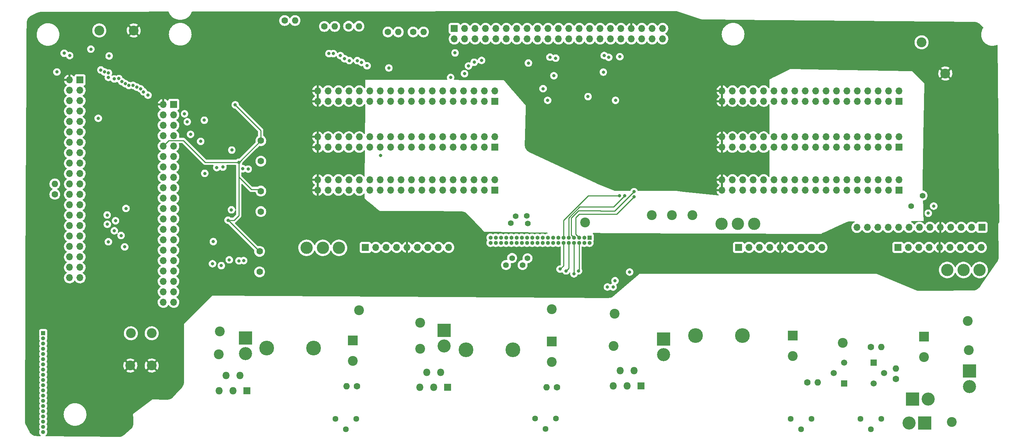
<source format=gbr>
%TF.GenerationSoftware,KiCad,Pcbnew,6.0.11*%
%TF.CreationDate,2024-12-15T19:30:30+01:00*%
%TF.ProjectId,stk-8500-MB,73746b2d-3835-4303-902d-4d422e6b6963,rev?*%
%TF.SameCoordinates,Original*%
%TF.FileFunction,Copper,L3,Inr*%
%TF.FilePolarity,Positive*%
%FSLAX46Y46*%
G04 Gerber Fmt 4.6, Leading zero omitted, Abs format (unit mm)*
G04 Created by KiCad (PCBNEW 6.0.11) date 2024-12-15 19:30:30*
%MOMM*%
%LPD*%
G01*
G04 APERTURE LIST*
%TA.AperFunction,ComponentPad*%
%ADD10R,1.000000X1.000000*%
%TD*%
%TA.AperFunction,ComponentPad*%
%ADD11O,1.000000X1.000000*%
%TD*%
%TA.AperFunction,ComponentPad*%
%ADD12C,2.400000*%
%TD*%
%TA.AperFunction,ComponentPad*%
%ADD13R,3.200000X3.200000*%
%TD*%
%TA.AperFunction,ComponentPad*%
%ADD14O,3.200000X3.200000*%
%TD*%
%TA.AperFunction,ComponentPad*%
%ADD15C,1.600000*%
%TD*%
%TA.AperFunction,ComponentPad*%
%ADD16O,1.600000X1.600000*%
%TD*%
%TA.AperFunction,ComponentPad*%
%ADD17R,1.700000X1.700000*%
%TD*%
%TA.AperFunction,ComponentPad*%
%ADD18O,1.700000X1.700000*%
%TD*%
%TA.AperFunction,ComponentPad*%
%ADD19C,3.600000*%
%TD*%
%TA.AperFunction,ComponentPad*%
%ADD20C,3.000000*%
%TD*%
%TA.AperFunction,ComponentPad*%
%ADD21R,2.400000X2.400000*%
%TD*%
%TA.AperFunction,ComponentPad*%
%ADD22R,1.800000X1.800000*%
%TD*%
%TA.AperFunction,ComponentPad*%
%ADD23O,1.800000X1.800000*%
%TD*%
%TA.AperFunction,ComponentPad*%
%ADD24C,1.440000*%
%TD*%
%TA.AperFunction,ComponentPad*%
%ADD25R,1.500000X1.500000*%
%TD*%
%TA.AperFunction,ComponentPad*%
%ADD26C,1.500000*%
%TD*%
%TA.AperFunction,ViaPad*%
%ADD27C,0.800000*%
%TD*%
%TA.AperFunction,ViaPad*%
%ADD28C,1.400000*%
%TD*%
%TA.AperFunction,Conductor*%
%ADD29C,0.250000*%
%TD*%
G04 APERTURE END LIST*
D10*
%TO.N,unconnected-(sens1-Pad1)*%
%TO.C,sens1*%
X29000000Y-131700000D03*
D11*
%TO.N,unconnected-(sens1-Pad2)*%
X29000000Y-132970000D03*
%TO.N,unconnected-(sens1-Pad3)*%
X29000000Y-134240000D03*
%TO.N,unconnected-(sens1-Pad4)*%
X29000000Y-135510000D03*
%TO.N,unconnected-(sens1-Pad5)*%
X29000000Y-136780000D03*
%TO.N,unconnected-(sens1-Pad6)*%
X29000000Y-138050000D03*
%TO.N,unconnected-(sens1-Pad7)*%
X29000000Y-139320000D03*
%TO.N,unconnected-(sens1-Pad8)*%
X29000000Y-140590000D03*
%TO.N,unconnected-(sens1-Pad9)*%
X29000000Y-141860000D03*
%TO.N,unconnected-(sens1-Pad10)*%
X29000000Y-143130000D03*
%TO.N,unconnected-(sens1-Pad11)*%
X29000000Y-144400000D03*
%TO.N,unconnected-(sens1-Pad12)*%
X29000000Y-145670000D03*
%TO.N,unconnected-(sens1-Pad13)*%
X29000000Y-146940000D03*
%TO.N,unconnected-(sens1-Pad14)*%
X29000000Y-148210000D03*
%TO.N,unconnected-(sens1-Pad15)*%
X29000000Y-149480000D03*
%TO.N,/tape_in_barrier*%
X29000000Y-150750000D03*
%TO.N,unconnected-(sens1-Pad17)*%
X29000000Y-152020000D03*
%TO.N,/tape_horizontal_switch*%
X29000000Y-153290000D03*
%TO.N,unconnected-(sens1-Pad19)*%
X29000000Y-154560000D03*
%TO.N,/tape_full_back_switch*%
X29000000Y-155830000D03*
%TD*%
D12*
%TO.N,/5V*%
%TO.C,5V_1*%
X55450000Y-139618000D03*
%TD*%
D13*
%TO.N,Net-(D1-Pad1)*%
%TO.C,D1*%
X180282000Y-133189000D03*
D14*
%TO.N,R1_GND*%
X180282000Y-136999000D03*
%TD*%
D15*
%TO.N,Net-(CURMon_R1-Pad1)*%
%TO.C,R2*%
X230799000Y-135102000D03*
D16*
%TO.N,Net-(Q1-Pad2)*%
X233339000Y-135102000D03*
%TD*%
D17*
%TO.N,unconnected-(Pico_mc1-Pad1)*%
%TO.C,Pico_mc1*%
X37970000Y-69950000D03*
D18*
%TO.N,/5V*%
X35430000Y-69950000D03*
%TO.N,unconnected-(Pico_mc1-Pad3)*%
X37970000Y-72490000D03*
%TO.N,unconnected-(Pico_mc1-Pad4)*%
X35430000Y-72490000D03*
%TO.N,unconnected-(Pico_mc1-Pad5)*%
X37970000Y-75030000D03*
%TO.N,unconnected-(Pico_mc1-Pad6)*%
X35430000Y-75030000D03*
%TO.N,Net-(Pico_mc1-Pad7)*%
X37970000Y-77570000D03*
%TO.N,unconnected-(Pico_mc1-Pad8)*%
X35430000Y-77570000D03*
%TO.N,/MUX_latch*%
X37970000Y-80110000D03*
%TO.N,unconnected-(Pico_mc1-Pad10)*%
X35430000Y-80110000D03*
%TO.N,/MUX_clk*%
X37970000Y-82650000D03*
%TO.N,unconnected-(Pico_mc1-Pad12)*%
X35430000Y-82650000D03*
%TO.N,/MUX_sdi*%
X37970000Y-85190000D03*
%TO.N,unconnected-(Pico_mc1-Pad14)*%
X35430000Y-85190000D03*
%TO.N,unconnected-(Pico_mc1-Pad15)*%
X37970000Y-87730000D03*
%TO.N,unconnected-(Pico_mc1-Pad16)*%
X35430000Y-87730000D03*
%TO.N,unconnected-(Pico_mc1-Pad17)*%
X37970000Y-90270000D03*
%TO.N,Net-(Pico_mc1-Pad18)*%
X35430000Y-90270000D03*
%TO.N,unconnected-(Pico_mc1-Pad19)*%
X37970000Y-92810000D03*
%TO.N,Net-(Pico_mc1-Pad20)*%
X35430000Y-92810000D03*
%TO.N,unconnected-(Pico_mc1-Pad21)*%
X37970000Y-95350000D03*
%TO.N,Net-(Pico_mc1-Pad22)*%
X35430000Y-95350000D03*
%TO.N,unconnected-(Pico_mc1-Pad23)*%
X37970000Y-97890000D03*
%TO.N,/MUX_oe_*%
X35430000Y-97890000D03*
%TO.N,unconnected-(Pico_mc1-Pad25)*%
X37970000Y-100430000D03*
%TO.N,unconnected-(Pico_mc1-Pad26)*%
X35430000Y-100430000D03*
%TO.N,/a_pwm*%
X37970000Y-102970000D03*
%TO.N,/f_dir*%
X35430000Y-102970000D03*
%TO.N,/a_dir*%
X37970000Y-105510000D03*
%TO.N,/f_pwm*%
X35430000Y-105510000D03*
%TO.N,/b_pwm*%
X37970000Y-108050000D03*
%TO.N,/e_dir*%
X35430000Y-108050000D03*
%TO.N,/b_dir*%
X37970000Y-110590000D03*
%TO.N,/e_pwm*%
X35430000Y-110590000D03*
%TO.N,/sGND*%
X37970000Y-113130000D03*
X35430000Y-113130000D03*
%TO.N,/c_pwm*%
X37970000Y-115670000D03*
%TO.N,/d_dir*%
X35430000Y-115670000D03*
%TO.N,/c_dir*%
X37970000Y-118210000D03*
%TO.N,/d_pwm*%
X35430000Y-118210000D03*
%TD*%
D13*
%TO.N,Net-(D3-Pad1)*%
%TO.C,D3*%
X254860000Y-140955000D03*
D14*
%TO.N,Net-(BAT+_R1-Pad1)*%
X254860000Y-144765000D03*
%TD*%
D19*
%TO.N,Net-(D1-Pad1)*%
%TO.C,L1*%
X188029000Y-132308000D03*
%TO.N,Net-(BAT+_R1-Pad1)*%
X199469000Y-132308000D03*
%TD*%
D17*
%TO.N,unconnected-(Pico_en1-Pad1)*%
%TO.C,Pico_en1*%
X60820000Y-75910000D03*
D18*
%TO.N,/5V*%
X58280000Y-75910000D03*
%TO.N,unconnected-(Pico_en1-Pad3)*%
X60820000Y-78450000D03*
%TO.N,unconnected-(Pico_en1-Pad4)*%
X58280000Y-78450000D03*
%TO.N,unconnected-(Pico_en1-Pad5)*%
X60820000Y-80990000D03*
%TO.N,unconnected-(Pico_en1-Pad6)*%
X58280000Y-80990000D03*
%TO.N,unconnected-(Pico_en1-Pad7)*%
X60820000Y-83530000D03*
%TO.N,unconnected-(Pico_en1-Pad8)*%
X58280000Y-83530000D03*
%TO.N,unconnected-(Pico_en1-Pad9)*%
X60820000Y-86070000D03*
%TO.N,/3v3PiEn*%
X58280000Y-86070000D03*
%TO.N,unconnected-(Pico_en1-Pad11)*%
X60820000Y-88610000D03*
%TO.N,unconnected-(Pico_en1-Pad12)*%
X58280000Y-88610000D03*
%TO.N,unconnected-(Pico_en1-Pad13)*%
X60820000Y-91150000D03*
%TO.N,unconnected-(Pico_en1-Pad14)*%
X58280000Y-91150000D03*
%TO.N,unconnected-(Pico_en1-Pad15)*%
X60820000Y-93690000D03*
%TO.N,unconnected-(Pico_en1-Pad16)*%
X58280000Y-93690000D03*
%TO.N,unconnected-(Pico_en1-Pad17)*%
X60820000Y-96230000D03*
%TO.N,unconnected-(Pico_en1-Pad18)*%
X58280000Y-96230000D03*
%TO.N,unconnected-(Pico_en1-Pad19)*%
X60820000Y-98770000D03*
%TO.N,unconnected-(Pico_en1-Pad20)*%
X58280000Y-98770000D03*
%TO.N,unconnected-(Pico_en1-Pad21)*%
X60820000Y-101310000D03*
%TO.N,unconnected-(Pico_en1-Pad22)*%
X58280000Y-101310000D03*
%TO.N,unconnected-(Pico_en1-Pad23)*%
X60820000Y-103850000D03*
%TO.N,unconnected-(Pico_en1-Pad24)*%
X58280000Y-103850000D03*
%TO.N,unconnected-(Pico_en1-Pad25)*%
X60820000Y-106390000D03*
%TO.N,unconnected-(Pico_en1-Pad26)*%
X58280000Y-106390000D03*
%TO.N,/a_enA*%
X60820000Y-108930000D03*
%TO.N,/f_enB*%
X58280000Y-108930000D03*
%TO.N,/a_enB*%
X60820000Y-111470000D03*
%TO.N,/f_enA*%
X58280000Y-111470000D03*
%TO.N,/b_enA*%
X60820000Y-114010000D03*
%TO.N,/e_enB*%
X58280000Y-114010000D03*
%TO.N,/b_enB*%
X60820000Y-116550000D03*
%TO.N,/e_enA*%
X58280000Y-116550000D03*
%TO.N,/sGND*%
X60820000Y-119090000D03*
X58280000Y-119090000D03*
%TO.N,/c_enA*%
X60820000Y-121630000D03*
%TO.N,/d_enB*%
X58280000Y-121630000D03*
%TO.N,/c_enB*%
X60820000Y-124170000D03*
%TO.N,/d_enA*%
X58280000Y-124170000D03*
%TD*%
D12*
%TO.N,/sGND*%
%TO.C,SGND_3*%
X243160000Y-60760000D03*
%TD*%
%TO.N,Net-(RU2-Pad1)*%
%TO.C,VIN_R2*%
X120884000Y-129154000D03*
%TD*%
%TO.N,Net-(U4-Pad1)*%
%TO.C,VIN_R1*%
X168344000Y-126974000D03*
%TD*%
D13*
%TO.N,Net-(DR2-Pad1)*%
%TO.C,DR2*%
X126760000Y-131060000D03*
D14*
%TO.N,R2_GND*%
X126760000Y-134870000D03*
%TD*%
D20*
%TO.N,/b_HAS*%
%TO.C,bPo1*%
X93200000Y-110900000D03*
%TO.N,/b_HBS*%
X97160000Y-110900000D03*
%TO.N,/b_HCS*%
X101119999Y-110900000D03*
%TD*%
D15*
%TO.N,Net-(RR3-Pad1)*%
%TO.C,RR3*%
X105517000Y-144698000D03*
D16*
%TO.N,R3_GND*%
X102977000Y-144698000D03*
%TD*%
D12*
%TO.N,/sGND*%
%TO.C,SGND_2*%
X50370000Y-131744000D03*
%TD*%
D20*
%TO.N,/a_HAS*%
%TO.C,aPo1*%
X194413400Y-105020000D03*
%TO.N,/a_HBS*%
X198373400Y-105020000D03*
%TO.N,/a_HCS*%
X202333399Y-105020000D03*
%TD*%
D12*
%TO.N,Net-(BAT-_R1-Pad1)*%
%TO.C,BAT-_R1*%
X250560000Y-153360000D03*
%TD*%
D18*
%TO.N,PGND*%
%TO.C,eC1*%
X136560000Y-72600000D03*
X134020000Y-72600000D03*
X136560000Y-75140000D03*
X134020000Y-75140000D03*
X139100000Y-72600000D03*
D17*
X139100000Y-75140000D03*
D18*
%TO.N,/e_HCS*%
X131480000Y-72600000D03*
X128940000Y-75140000D03*
X131480000Y-75140000D03*
X128940000Y-72600000D03*
%TO.N,/e_HBS*%
X123860000Y-72600000D03*
X126400000Y-72600000D03*
X126400000Y-75140000D03*
X123860000Y-75140000D03*
%TO.N,unconnected-(eC1-Pad15)*%
X116240000Y-72600000D03*
X121320000Y-75140000D03*
X121320000Y-72600000D03*
X118780000Y-75140000D03*
X116240000Y-75140000D03*
X118780000Y-72600000D03*
%TO.N,/e_HAS*%
X111160000Y-75140000D03*
X113700000Y-72600000D03*
X111160000Y-72600000D03*
X113700000Y-75140000D03*
%TO.N,unconnected-(eC1-Pad25)*%
X108620000Y-72600000D03*
X108620000Y-75140000D03*
%TO.N,/e_hc*%
X106080000Y-75140000D03*
%TO.N,/e_nlseep*%
X106080000Y-72600000D03*
%TO.N,/e_hb*%
X103540000Y-75140000D03*
%TO.N,/e_nfault*%
X103540000Y-72600000D03*
%TO.N,/e_ha*%
X101000000Y-75140000D03*
%TO.N,/e_pwm*%
X101000000Y-72600000D03*
%TO.N,/e_brake*%
X98460000Y-75140000D03*
%TO.N,/e_dir*%
X98460000Y-72600000D03*
%TO.N,/5V*%
X95920000Y-75140000D03*
X95920000Y-72600000D03*
%TD*%
%TO.N,PGND*%
%TO.C,cC1*%
X235160000Y-72600000D03*
X237700000Y-72600000D03*
X235160000Y-75140000D03*
X232620000Y-72600000D03*
D17*
X237700000Y-75140000D03*
D18*
X232620000Y-75140000D03*
%TO.N,/c_HCS*%
X227540000Y-75140000D03*
X227540000Y-72600000D03*
X230080000Y-75140000D03*
X230080000Y-72600000D03*
%TO.N,/c_HBS*%
X222460000Y-75140000D03*
X225000000Y-72600000D03*
X225000000Y-75140000D03*
X222460000Y-72600000D03*
%TO.N,unconnected-(cC1-Pad15)*%
X214840000Y-72600000D03*
X214840000Y-75140000D03*
X217380000Y-75140000D03*
X219920000Y-75140000D03*
X219920000Y-72600000D03*
X217380000Y-72600000D03*
%TO.N,/c_HAS*%
X212300000Y-72600000D03*
X209760000Y-75140000D03*
X212300000Y-75140000D03*
X209760000Y-72600000D03*
%TO.N,unconnected-(cC1-Pad25)*%
X207220000Y-75140000D03*
X207220000Y-72600000D03*
%TO.N,/c_hc*%
X204680000Y-75140000D03*
%TO.N,/c_nlseep*%
X204680000Y-72600000D03*
%TO.N,/c_hb*%
X202140000Y-75140000D03*
%TO.N,/c_nfault*%
X202140000Y-72600000D03*
%TO.N,/c_ha*%
X199600000Y-75140000D03*
%TO.N,/c_pwm*%
X199600000Y-72600000D03*
%TO.N,/c_brake*%
X197060000Y-75140000D03*
%TO.N,/c_dir*%
X197060000Y-72600000D03*
%TO.N,/5V*%
X194520000Y-72600000D03*
X194520000Y-75140000D03*
%TD*%
D15*
%TO.N,/sGND*%
%TO.C,C3*%
X82060000Y-102060000D03*
%TO.N,/3v3PiEn*%
X82060000Y-97060000D03*
%TD*%
D13*
%TO.N,Net-(BAT-_R1-Pad1)*%
%TO.C,D2*%
X243917000Y-153644000D03*
D14*
%TO.N,R1_GND*%
X240107000Y-153644000D03*
%TD*%
D21*
%TO.N,Net-(BAT+_R1-Pad1)*%
%TO.C,C2*%
X243782000Y-132524041D03*
D12*
%TO.N,Net-(BAT-_R1-Pad1)*%
X243782000Y-137524041D03*
%TD*%
%TO.N,Net-(BAT+_R1-Pad1)*%
%TO.C,BAT+_R1*%
X254450000Y-128752000D03*
%TD*%
D15*
%TO.N,/MUX_oe_*%
%TO.C,R8*%
X31828000Y-97835000D03*
D16*
%TO.N,Net-(Pico_mc1-Pad22)*%
X31828000Y-95295000D03*
%TD*%
D18*
%TO.N,PGND*%
%TO.C,aC1*%
X232620000Y-96840000D03*
D17*
X237700000Y-96840000D03*
D18*
X235160000Y-96840000D03*
X232620000Y-94300000D03*
X235160000Y-94300000D03*
X237700000Y-94300000D03*
%TO.N,/a_HCS*%
X230080000Y-94300000D03*
X227540000Y-96840000D03*
X230080000Y-96840000D03*
X227540000Y-94300000D03*
%TO.N,/a_HBS*%
X222460000Y-94300000D03*
X225000000Y-94300000D03*
X222460000Y-96840000D03*
X225000000Y-96840000D03*
%TO.N,unconnected-(aC1-Pad15)*%
X219920000Y-96840000D03*
X217380000Y-96840000D03*
X219920000Y-94300000D03*
X214840000Y-96840000D03*
X214840000Y-94300000D03*
X217380000Y-94300000D03*
%TO.N,/a_HAS*%
X209760000Y-94300000D03*
X212300000Y-94300000D03*
X212300000Y-96840000D03*
X209760000Y-96840000D03*
%TO.N,unconnected-(aC1-Pad25)*%
X207220000Y-94300000D03*
X207220000Y-96840000D03*
%TO.N,/a_hc*%
X204680000Y-96840000D03*
%TO.N,/a_nlseep*%
X204680000Y-94300000D03*
%TO.N,/a_hb*%
X202140000Y-96840000D03*
%TO.N,/a_nfault*%
X202140000Y-94300000D03*
%TO.N,/a_ha*%
X199600000Y-96840000D03*
%TO.N,/a_pwm*%
X199600000Y-94300000D03*
%TO.N,/a_brake*%
X197060000Y-96840000D03*
%TO.N,/a_dir*%
X197060000Y-94300000D03*
%TO.N,/5V*%
X194520000Y-94300000D03*
X194520000Y-96840000D03*
%TD*%
D12*
%TO.N,/sGND*%
%TO.C,SGND_4*%
X42660000Y-57860000D03*
%TD*%
D21*
%TO.N,Net-(BAT+_R1-Pad1)*%
%TO.C,C1*%
X211778000Y-132270041D03*
D12*
%TO.N,R1_GND*%
X211778000Y-137270041D03*
%TD*%
%TO.N,/5V*%
%TO.C,5V_4*%
X51060000Y-57860000D03*
%TD*%
D21*
%TO.N,Net-(CR2-Pad1)*%
%TO.C,CR2*%
X153015000Y-133726000D03*
D12*
%TO.N,R2_GND*%
X153015000Y-138726000D03*
%TD*%
%TO.N,PGND*%
%TO.C,PGND_3*%
X187270000Y-102900000D03*
%TD*%
D15*
%TO.N,Net-(Pico_mc1-Pad7)*%
%TO.C,R5*%
X87865000Y-55440000D03*
D16*
%TO.N,/MUX_sdo*%
X90405000Y-55440000D03*
%TD*%
D15*
%TO.N,/sGND*%
%TO.C,C4*%
X81760000Y-116760000D03*
%TO.N,/3v3PiEn*%
X81760000Y-111760000D03*
%TD*%
D12*
%TO.N,Net-(CR2-Pad1)*%
%TO.C,VOUT_R2*%
X153015000Y-125852000D03*
%TD*%
D22*
%TO.N,Net-(RU3-Pad1)*%
%TO.C,RU3*%
X78662000Y-145764000D03*
D23*
%TO.N,Net-(DR3-Pad1)*%
X76962000Y-142064000D03*
%TO.N,R3_GND*%
X75262000Y-145764000D03*
%TO.N,Net-(RU3-Pad4)*%
X73562000Y-142064000D03*
%TO.N,R3_GND*%
X71862000Y-145764000D03*
%TD*%
D15*
%TO.N,Net-(R4-Pad1)*%
%TO.C,R4*%
X215334000Y-143738000D03*
D16*
%TO.N,Net-(Q2-Pad2)*%
X217874000Y-143738000D03*
%TD*%
D15*
%TO.N,/sGND*%
%TO.C,R10*%
X97555000Y-56880000D03*
D16*
%TO.N,Net-(Pico_mc1-Pad18)*%
X100095000Y-56880000D03*
%TD*%
D15*
%TO.N,Net-(Pico_mc1-Pad18)*%
%TO.C,R7*%
X103455000Y-56830000D03*
D16*
%TO.N,/mux_AO1*%
X105995000Y-56830000D03*
%TD*%
D19*
%TO.N,Net-(DR3-Pad1)*%
%TO.C,L3*%
X83488000Y-135350000D03*
%TO.N,Net-(CR3-Pad1)*%
X94928000Y-135350000D03*
%TD*%
D12*
%TO.N,R3_GND*%
%TO.C,GND_R3*%
X71804000Y-136874000D03*
%TD*%
D15*
%TO.N,Net-(RR2-Pad1)*%
%TO.C,RR2*%
X154295000Y-144902000D03*
D16*
%TO.N,R2_GND*%
X151755000Y-144902000D03*
%TD*%
D24*
%TO.N,Net-(CR2-Pad1)*%
%TO.C,RVolt2*%
X148951000Y-152522000D03*
%TO.N,Net-(RU2-Pad4)*%
X151491000Y-155062000D03*
%TO.N,Net-(RR2-Pad1)*%
X154031000Y-152522000D03*
%TD*%
%TO.N,Net-(BAT+_R1-Pad1)*%
%TO.C,RVolt1*%
X228288000Y-152628000D03*
%TO.N,Net-(Q1-Pad3)*%
X230828000Y-155168000D03*
%TO.N,Net-(R1-Pad1)*%
X233368000Y-152628000D03*
%TD*%
D12*
%TO.N,Net-(CURMon_R1-Pad1)*%
%TO.C,CURMon_R1*%
X223970000Y-134086000D03*
%TD*%
D15*
%TO.N,/sGND*%
%TO.C,C5*%
X82060000Y-89760000D03*
%TO.N,/3v3PiEn*%
X82060000Y-84760000D03*
%TD*%
D12*
%TO.N,PGND*%
%TO.C,PGND_1*%
X177370000Y-102900000D03*
%TD*%
%TO.N,PGND*%
%TO.C,PGND_2*%
X182320000Y-102900000D03*
%TD*%
D17*
%TO.N,/a_enA0*%
%TO.C,aEnHa1*%
X198550000Y-110800000D03*
D18*
%TO.N,/a_enA1*%
X201090000Y-110800000D03*
%TO.N,/a_enB0*%
X203630000Y-110800000D03*
%TO.N,/a_enB1*%
X206170000Y-110800000D03*
%TO.N,/5V*%
X208710000Y-110800000D03*
%TO.N,/a_ha*%
X211250000Y-110800000D03*
%TO.N,/a_hb*%
X213790000Y-110800000D03*
%TO.N,/a_hc*%
X216330000Y-110800000D03*
%TO.N,/sGND*%
X218870000Y-110800000D03*
%TD*%
%TO.N,PGND*%
%TO.C,dC1*%
X232620000Y-83830000D03*
X232620000Y-86370000D03*
X237700000Y-83830000D03*
X235160000Y-86370000D03*
X235160000Y-83830000D03*
D17*
X237700000Y-86370000D03*
D18*
%TO.N,/d_HCS*%
X227540000Y-86370000D03*
X230080000Y-86370000D03*
X230080000Y-83830000D03*
X227540000Y-83830000D03*
%TO.N,/d_HBS*%
X222460000Y-83830000D03*
X222460000Y-86370000D03*
X225000000Y-86370000D03*
X225000000Y-83830000D03*
%TO.N,unconnected-(dC1-Pad15)*%
X217380000Y-83830000D03*
X219920000Y-86370000D03*
X217380000Y-86370000D03*
X219920000Y-83830000D03*
X214840000Y-86370000D03*
X214840000Y-83830000D03*
%TO.N,/d_HAS*%
X209760000Y-86370000D03*
X209760000Y-83830000D03*
X212300000Y-86370000D03*
X212300000Y-83830000D03*
%TO.N,unconnected-(dC1-Pad25)*%
X207220000Y-86370000D03*
X207220000Y-83830000D03*
%TO.N,/d_hc*%
X204680000Y-86370000D03*
%TO.N,/d_nlseep*%
X204680000Y-83830000D03*
%TO.N,/d_hb*%
X202140000Y-86370000D03*
%TO.N,/d_nfault*%
X202140000Y-83830000D03*
%TO.N,/d_ha*%
X199600000Y-86370000D03*
%TO.N,/d_pwm*%
X199600000Y-83830000D03*
%TO.N,/d_brake*%
X197060000Y-86370000D03*
%TO.N,/d_dir*%
X197060000Y-83830000D03*
%TO.N,/5V*%
X194520000Y-86370000D03*
X194520000Y-83830000D03*
%TD*%
D17*
%TO.N,PGND*%
%TO.C,bC1*%
X139100000Y-96840000D03*
D18*
X136560000Y-94300000D03*
X134020000Y-96840000D03*
X136560000Y-96840000D03*
X139100000Y-94300000D03*
X134020000Y-94300000D03*
%TO.N,/b_HCS*%
X128940000Y-94300000D03*
X131480000Y-96840000D03*
X128940000Y-96840000D03*
X131480000Y-94300000D03*
%TO.N,/b_HBS*%
X123860000Y-94300000D03*
X123860000Y-96840000D03*
X126400000Y-94300000D03*
X126400000Y-96840000D03*
%TO.N,unconnected-(bC1-Pad15)*%
X118780000Y-94300000D03*
X118780000Y-96840000D03*
X116240000Y-94300000D03*
X116240000Y-96840000D03*
X121320000Y-96840000D03*
X121320000Y-94300000D03*
%TO.N,/b_HAS*%
X113700000Y-94300000D03*
X113700000Y-96840000D03*
X111160000Y-94300000D03*
X111160000Y-96840000D03*
%TO.N,unconnected-(bC1-Pad25)*%
X108620000Y-94300000D03*
X108620000Y-96840000D03*
%TO.N,/b_hc*%
X106080000Y-96840000D03*
%TO.N,/b_nlseep*%
X106080000Y-94300000D03*
%TO.N,/b_hb*%
X103540000Y-96840000D03*
%TO.N,/b_nfault*%
X103540000Y-94300000D03*
%TO.N,/b_ha*%
X101000000Y-96840000D03*
%TO.N,/b_pwm*%
X101000000Y-94300000D03*
%TO.N,/b_brake*%
X98460000Y-96840000D03*
%TO.N,/b_dir*%
X98460000Y-94300000D03*
%TO.N,/5V*%
X95920000Y-94300000D03*
X95920000Y-96840000D03*
%TD*%
D25*
%TO.N,R1_GND*%
%TO.C,Q2*%
X224312000Y-144002000D03*
D26*
%TO.N,Net-(Q2-Pad2)*%
X221772000Y-141462000D03*
%TO.N,Net-(CURMon_R1-Pad1)*%
X224312000Y-138922000D03*
%TD*%
D22*
%TO.N,Net-(U4-Pad1)*%
%TO.C,U4*%
X174760000Y-144560000D03*
D23*
%TO.N,Net-(D1-Pad1)*%
X173060000Y-140860000D03*
%TO.N,R1_GND*%
X171360000Y-144560000D03*
%TO.N,Net-(Q1-Pad3)*%
X169660000Y-140860000D03*
%TO.N,R1_GND*%
X167960000Y-144560000D03*
%TD*%
D17*
%TO.N,/d_enA0*%
%TO.C,dEnHaPo1*%
X257900000Y-105900000D03*
D18*
%TO.N,/d_enA1*%
X255360000Y-105900000D03*
%TO.N,/d_enB0*%
X252820000Y-105900000D03*
%TO.N,/d_enB1*%
X250280000Y-105900000D03*
%TO.N,/5V*%
X247740000Y-105900000D03*
%TO.N,/d_ha*%
X245200000Y-105900000D03*
%TO.N,/d_hb*%
X242660000Y-105900000D03*
%TO.N,/d_hc*%
X240120000Y-105900000D03*
%TO.N,/sGND*%
X237580000Y-105900000D03*
%TO.N,/d_HAS*%
X235040000Y-105900000D03*
%TO.N,/d_HBS*%
X232500000Y-105900000D03*
%TO.N,/d_HCS*%
X229960000Y-105900000D03*
%TO.N,N/C*%
X227420000Y-105900000D03*
%TD*%
D24*
%TO.N,Net-(CR3-Pad1)*%
%TO.C,RVolt3*%
X100252000Y-152622000D03*
%TO.N,Net-(RU3-Pad4)*%
X102792000Y-155162000D03*
%TO.N,Net-(RR3-Pad1)*%
X105332000Y-152622000D03*
%TD*%
D15*
%TO.N,/sGND*%
%TO.C,R9*%
X113045000Y-58230000D03*
D16*
%TO.N,Net-(Pico_mc1-Pad20)*%
X115585000Y-58230000D03*
%TD*%
D12*
%TO.N,Net-(RU3-Pad1)*%
%TO.C,VIN_R3*%
X72058000Y-131286000D03*
%TD*%
%TO.N,Net-(CR3-Pad1)*%
%TO.C,VOUT_R3*%
X105996000Y-126156000D03*
%TD*%
D13*
%TO.N,R1_GND*%
%TO.C,R3*%
X240988000Y-147802000D03*
D14*
%TO.N,Net-(BAT-_R1-Pad1)*%
X244798000Y-147802000D03*
%TD*%
D17*
%TO.N,PGND*%
%TO.C,fC1*%
X139100000Y-86370000D03*
D18*
X134020000Y-83830000D03*
X136560000Y-83830000D03*
X139100000Y-83830000D03*
X136560000Y-86370000D03*
X134020000Y-86370000D03*
%TO.N,/f_HCS*%
X131480000Y-83830000D03*
X128940000Y-83830000D03*
X128940000Y-86370000D03*
X131480000Y-86370000D03*
%TO.N,/f_HBS*%
X126400000Y-83830000D03*
X123860000Y-86370000D03*
X126400000Y-86370000D03*
X123860000Y-83830000D03*
%TO.N,unconnected-(fC1-Pad15)*%
X116240000Y-86370000D03*
X116240000Y-83830000D03*
X118780000Y-83830000D03*
X118780000Y-86370000D03*
X121320000Y-83830000D03*
X121320000Y-86370000D03*
%TO.N,/f_HAS*%
X111160000Y-86370000D03*
X111160000Y-83830000D03*
X113700000Y-83830000D03*
X113700000Y-86370000D03*
%TO.N,unconnected-(fC1-Pad25)*%
X108620000Y-83830000D03*
X108620000Y-86370000D03*
%TO.N,/f_hc*%
X106080000Y-86370000D03*
%TO.N,/f_nlseep*%
X106080000Y-83830000D03*
%TO.N,/f_hb*%
X103540000Y-86370000D03*
%TO.N,/f_nfault*%
X103540000Y-83830000D03*
%TO.N,/f_ha*%
X101000000Y-86370000D03*
%TO.N,/f_pwm*%
X101000000Y-83830000D03*
%TO.N,/f_brake*%
X98460000Y-86370000D03*
%TO.N,/f_dir*%
X98460000Y-83830000D03*
%TO.N,/5V*%
X95920000Y-86370000D03*
X95920000Y-83830000D03*
%TD*%
D25*
%TO.N,Net-(BAT+_R1-Pad1)*%
%TO.C,Q1*%
X231502000Y-138902000D03*
D26*
%TO.N,Net-(Q1-Pad2)*%
X234042000Y-141442000D03*
%TO.N,Net-(Q1-Pad3)*%
X231502000Y-143982000D03*
%TD*%
D20*
%TO.N,/c_HAS*%
%TO.C,cPo1*%
X257340000Y-116310000D03*
%TO.N,/c_HBS*%
X253380000Y-116310000D03*
%TO.N,/c_HCS*%
X249420001Y-116310000D03*
%TD*%
D15*
%TO.N,Net-(Pico_mc1-Pad20)*%
%TO.C,R6*%
X119185000Y-58230000D03*
D16*
%TO.N,/mux_AO2*%
X121725000Y-58230000D03*
%TD*%
D12*
%TO.N,/5V*%
%TO.C,5V_3*%
X248960000Y-68360000D03*
%TD*%
%TO.N,Net-(D3-Pad1)*%
%TO.C,VOUT_R1*%
X254704000Y-135864000D03*
%TD*%
D22*
%TO.N,Net-(RU2-Pad1)*%
%TO.C,RU2*%
X127586000Y-144952000D03*
D23*
%TO.N,Net-(DR2-Pad1)*%
X125886000Y-141252000D03*
%TO.N,R2_GND*%
X124186000Y-144952000D03*
%TO.N,Net-(RU2-Pad4)*%
X122486000Y-141252000D03*
%TO.N,R2_GND*%
X120786000Y-144952000D03*
%TD*%
D10*
%TO.N,/12V*%
%TO.C,efEnHaPo1*%
X162200000Y-108400000D03*
D11*
X162200000Y-109670000D03*
%TO.N,/sGND*%
X160930000Y-108400000D03*
X160930000Y-109670000D03*
%TO.N,/f_enA0*%
X159660000Y-108400000D03*
%TO.N,/e_enA0*%
X159660000Y-109670000D03*
%TO.N,/f_enA1*%
X158390000Y-108400000D03*
%TO.N,/e_enA1*%
X158390000Y-109670000D03*
%TO.N,/f_enB0*%
X157120000Y-108400000D03*
%TO.N,/e_enB0*%
X157120000Y-109670000D03*
%TO.N,/f_enB1*%
X155850000Y-108400000D03*
%TO.N,/e_enB1*%
X155850000Y-109670000D03*
%TO.N,/sGND*%
X154580000Y-108400000D03*
X154580000Y-109670000D03*
%TO.N,/f_ha*%
X153310000Y-108400000D03*
%TO.N,/e_ha*%
X153310000Y-109670000D03*
%TO.N,/f_hb*%
X152040000Y-108400000D03*
%TO.N,/e_hb*%
X152040000Y-109670000D03*
%TO.N,/f_hc*%
X150770000Y-108400000D03*
%TO.N,/e_hc*%
X150770000Y-109670000D03*
%TO.N,/sGND*%
X149500000Y-108400000D03*
X149500000Y-109670000D03*
%TO.N,/f_HAS*%
X148230000Y-108400000D03*
%TO.N,/e_HAS*%
X148230000Y-109670000D03*
%TO.N,/f_HBS*%
X146960000Y-108400000D03*
%TO.N,/e_HBS*%
X146960000Y-109670000D03*
%TO.N,/f_HCS*%
X145690000Y-108400000D03*
%TO.N,/e_HCS*%
X145690000Y-109670000D03*
%TO.N,/f_HAS*%
X144420000Y-108400000D03*
%TO.N,/e_HAS*%
X144420000Y-109670000D03*
%TO.N,/f_HBS*%
X143150000Y-108400000D03*
%TO.N,/e_HBS*%
X143150000Y-109670000D03*
%TO.N,/f_HCS*%
X141880000Y-108400000D03*
%TO.N,/e_HCS*%
X141880000Y-109670000D03*
%TO.N,unconnected-(efEnHaPo1-Pad35)*%
X140610000Y-108400000D03*
%TO.N,/e_HAS*%
X140610000Y-109670000D03*
%TO.N,unconnected-(efEnHaPo1-Pad37)*%
X139340000Y-108400000D03*
%TO.N,/e_HBS*%
X139340000Y-109670000D03*
%TO.N,unconnected-(efEnHaPo1-Pad39)*%
X138070000Y-108400000D03*
%TO.N,/e_HCS*%
X138070000Y-109670000D03*
%TD*%
D12*
%TO.N,/12V*%
%TO.C,H12V_1*%
X161130000Y-104700000D03*
%TD*%
D15*
%TO.N,Net-(R1-Pad1)*%
%TO.C,R1*%
X236924000Y-142863000D03*
D16*
%TO.N,R1_GND*%
X236924000Y-140323000D03*
%TD*%
D12*
%TO.N,R2_GND*%
%TO.C,GND_R2*%
X120884000Y-135504000D03*
%TD*%
D19*
%TO.N,Net-(DR2-Pad1)*%
%TO.C,L2*%
X132060000Y-135758000D03*
%TO.N,Net-(CR2-Pad1)*%
X143500000Y-135758000D03*
%TD*%
D13*
%TO.N,Net-(DR3-Pad1)*%
%TO.C,DR3*%
X78310000Y-132929000D03*
D14*
%TO.N,R3_GND*%
X78310000Y-136739000D03*
%TD*%
D17*
%TO.N,/c_enA0*%
%TO.C,cEnHa1*%
X237400000Y-110800000D03*
D18*
%TO.N,/c_enA1*%
X239940000Y-110800000D03*
%TO.N,/c_enB0*%
X242480000Y-110800000D03*
%TO.N,/c_enB1*%
X245020000Y-110800000D03*
%TO.N,/5V*%
X247560000Y-110800000D03*
%TO.N,/c_ha*%
X250100000Y-110800000D03*
%TO.N,/c_hb*%
X252640000Y-110800000D03*
%TO.N,/c_hc*%
X255180000Y-110800000D03*
%TO.N,/sGND*%
X257720000Y-110800000D03*
%TD*%
D17*
%TO.N,/a_nfault*%
%TO.C,Jmux1*%
X129245000Y-57385000D03*
D18*
%TO.N,/b_nfault*%
X129245000Y-59925000D03*
%TO.N,/c_nfault*%
X131785000Y-57385000D03*
%TO.N,/d_nfault*%
X131785000Y-59925000D03*
%TO.N,/e_nfault*%
X134325000Y-57385000D03*
%TO.N,/f_nfault*%
X134325000Y-59925000D03*
%TO.N,unconnected-(Jmux1-Pad7)*%
X136865000Y-57385000D03*
%TO.N,unconnected-(Jmux1-Pad8)*%
X136865000Y-59925000D03*
%TO.N,/tape_in_barrier*%
X139405000Y-57385000D03*
%TO.N,/tape_horizontal_switch*%
X139405000Y-59925000D03*
%TO.N,/tape_full_back_switch*%
X141945000Y-57385000D03*
%TO.N,unconnected-(Jmux1-Pad12)*%
X141945000Y-59925000D03*
%TO.N,unconnected-(Jmux1-Pad13)*%
X144485000Y-57385000D03*
%TO.N,unconnected-(Jmux1-Pad14)*%
X144485000Y-59925000D03*
%TO.N,unconnected-(Jmux1-Pad15)*%
X147025000Y-57385000D03*
%TO.N,unconnected-(Jmux1-Pad16)*%
X147025000Y-59925000D03*
%TO.N,/b_brake*%
X149565000Y-57385000D03*
%TO.N,/a_brake*%
X149565000Y-59925000D03*
%TO.N,/d_brake*%
X152105000Y-57385000D03*
%TO.N,/c_brake*%
X152105000Y-59925000D03*
%TO.N,/f_brake*%
X154645000Y-57385000D03*
%TO.N,/e_brake*%
X154645000Y-59925000D03*
%TO.N,unconnected-(Jmux1-Pad23)*%
X157185000Y-57385000D03*
%TO.N,unconnected-(Jmux1-Pad24)*%
X157185000Y-59925000D03*
%TO.N,/mux_AO1*%
X159725000Y-57385000D03*
%TO.N,/mux_AO2*%
X159725000Y-59925000D03*
%TO.N,unconnected-(Jmux1-Pad27)*%
X162265000Y-57385000D03*
%TO.N,/a_nlseep*%
X162265000Y-59925000D03*
%TO.N,/b_nlseep*%
X164805000Y-57385000D03*
%TO.N,/c_nlseep*%
X164805000Y-59925000D03*
%TO.N,/d_nlseep*%
X167345000Y-57385000D03*
%TO.N,/e_nlseep*%
X167345000Y-59925000D03*
%TO.N,/f_nlseep*%
X169885000Y-57385000D03*
%TO.N,unconnected-(Jmux1-Pad34)*%
X169885000Y-59925000D03*
%TO.N,/5V*%
X172425000Y-57385000D03*
%TO.N,/sGND*%
X172425000Y-59925000D03*
%TO.N,/MUX_clk*%
X174965000Y-57385000D03*
%TO.N,/MUX_latch*%
X174965000Y-59925000D03*
%TO.N,/MUX_sdo*%
X177505000Y-57385000D03*
%TO.N,/MUX_sdi*%
X177505000Y-59925000D03*
%TO.N,/MUX_oe_*%
X180045000Y-57385000D03*
%TO.N,unconnected-(Jmux1-Pad42)*%
X180045000Y-59925000D03*
%TD*%
D24*
%TO.N,R1_GND*%
%TO.C,RCurrent1*%
X211260000Y-152640000D03*
%TO.N,Net-(R4-Pad1)*%
X213800000Y-155180000D03*
%TO.N,Net-(BAT-_R1-Pad1)*%
X216340000Y-152640000D03*
%TD*%
D12*
%TO.N,/sGND*%
%TO.C,SGND_1*%
X55450000Y-131744000D03*
%TD*%
D21*
%TO.N,Net-(CR3-Pad1)*%
%TO.C,CR3*%
X104472000Y-133504164D03*
D12*
%TO.N,R3_GND*%
X104472000Y-138504164D03*
%TD*%
%TO.N,R1_GND*%
%TO.C,GND_R1*%
X168090000Y-134848000D03*
%TD*%
D17*
%TO.N,/b_enA0*%
%TO.C,bEnHa1*%
X107550000Y-110800000D03*
D18*
%TO.N,/b_enA1*%
X110090000Y-110800000D03*
%TO.N,/b_enB0*%
X112630000Y-110800000D03*
%TO.N,/b_enB1*%
X115170000Y-110800000D03*
%TO.N,/5V*%
X117710000Y-110800000D03*
%TO.N,/b_ha*%
X120250000Y-110800000D03*
%TO.N,/b_hb*%
X122790000Y-110800000D03*
%TO.N,/b_hc*%
X125330000Y-110800000D03*
%TO.N,/sGND*%
X127870000Y-110800000D03*
%TD*%
D12*
%TO.N,/5V*%
%TO.C,5V_2*%
X50246000Y-139618000D03*
%TD*%
D27*
%TO.N,/a_enA0*%
X77670000Y-91590000D03*
%TO.N,/a_enA1*%
X78980000Y-91690000D03*
%TO.N,/a_enB0*%
X72800000Y-91190000D03*
%TO.N,/a_enB1*%
X71310000Y-91320000D03*
%TO.N,/sGND*%
X74980000Y-87040000D03*
X74360000Y-113830000D03*
X74890000Y-101630000D03*
X70470000Y-109380000D03*
X68390000Y-92730000D03*
X68280000Y-79770000D03*
%TO.N,/c_enA0*%
X166561927Y-120455999D03*
%TO.N,/c_enA1*%
X168422300Y-118922300D03*
%TO.N,/c_enB0*%
X167960000Y-120460000D03*
%TO.N,/c_enB1*%
X171980000Y-116810000D03*
D28*
%TO.N,/d_HCS*%
X243390000Y-98150000D03*
%TO.N,/d_HBS*%
X240620000Y-100730000D03*
D27*
%TO.N,/d_hb*%
X246125000Y-100715000D03*
%TO.N,/d_ha*%
X244790000Y-102450000D03*
%TO.N,/d_enA0*%
X72420000Y-115240000D03*
%TO.N,/d_enA1*%
X70280000Y-114780000D03*
%TO.N,/d_enB0*%
X76719234Y-114066752D03*
%TO.N,/d_enB1*%
X77880000Y-114020000D03*
D28*
%TO.N,/e_HCS*%
X145880000Y-115090000D03*
X141850000Y-115090000D03*
%TO.N,/e_HBS*%
X143320000Y-113390000D03*
X147089500Y-113436245D03*
D27*
%TO.N,/f_enA0*%
X173052000Y-98470000D03*
%TO.N,/e_enA0*%
X159510000Y-116520000D03*
%TO.N,/f_enA1*%
X173052000Y-97200000D03*
%TO.N,/e_enA1*%
X158412025Y-117244500D03*
%TO.N,/f_enB0*%
X170766000Y-98216000D03*
%TO.N,/e_enB0*%
X156480000Y-116535999D03*
%TO.N,/f_enB1*%
X169496000Y-98216000D03*
%TO.N,/e_enB1*%
X155030000Y-116086498D03*
%TO.N,/f_ha*%
X111280000Y-88385001D03*
D28*
%TO.N,/f_HAS*%
X144210000Y-103160000D03*
X146940000Y-103090000D03*
%TO.N,/f_HBS*%
X147150000Y-104930000D03*
X143020500Y-104866785D03*
D27*
%TO.N,/a_nlseep*%
X161839713Y-74006498D03*
%TO.N,/a_nfault*%
X128342943Y-69335999D03*
%TO.N,/a_brake*%
X151990000Y-74914500D03*
%TO.N,/b_brake*%
X147310000Y-65810000D03*
X98660000Y-63510000D03*
%TO.N,/b_nfault*%
X99740177Y-63504500D03*
X129410000Y-63340000D03*
%TO.N,/b_nlseep*%
X103637303Y-65212504D03*
X165790000Y-63980000D03*
%TO.N,/c_brake*%
X153513285Y-68911143D03*
%TO.N,/c_nfault*%
X132691666Y-66528993D03*
%TO.N,/c_nlseep*%
X165580000Y-68030000D03*
%TO.N,/d_nlseep*%
X168534880Y-74911478D03*
%TO.N,/d_nfault*%
X131724083Y-68410076D03*
%TO.N,/d_brake*%
X150880000Y-72070000D03*
%TO.N,/e_brake*%
X153950000Y-64630000D03*
X102467786Y-64763003D03*
%TO.N,/e_nfault*%
X135880000Y-65160000D03*
X105570000Y-65212504D03*
%TO.N,/e_nlseep*%
X166890000Y-64420000D03*
X106610000Y-65662005D03*
%TO.N,/f_nlseep*%
X169590000Y-64260000D03*
X113276648Y-67013502D03*
%TO.N,/f_nfault*%
X107956130Y-66480495D03*
X134082876Y-65629991D03*
%TO.N,/f_brake*%
X152570000Y-64380000D03*
X101452797Y-63996215D03*
%TO.N,/a_pwm*%
X48137277Y-70325209D03*
X44593772Y-102888874D03*
%TO.N,/a_dir*%
X44630000Y-105150000D03*
X48998941Y-70831707D03*
%TO.N,/b_dir*%
X54540000Y-73654500D03*
X48860000Y-110660000D03*
%TO.N,/b_pwm*%
X53466708Y-72844500D03*
X47985500Y-107900000D03*
%TO.N,/c_dir*%
X44885500Y-69310000D03*
%TO.N,/c_pwm*%
X44910000Y-68240000D03*
%TO.N,/d_pwm*%
X46334500Y-69690000D03*
%TO.N,/d_dir*%
X47439862Y-69609236D03*
%TO.N,/e_dir*%
X46334500Y-106740000D03*
X50885514Y-71250611D03*
%TO.N,/e_pwm*%
X49886816Y-71290711D03*
X44885500Y-109410000D03*
%TO.N,/f_pwm*%
X46630000Y-104290000D03*
X51789001Y-71678066D03*
%TO.N,/f_dir*%
X49182504Y-101300986D03*
X52721291Y-72096516D03*
%TO.N,/e_enB*%
X64920000Y-83210000D03*
%TO.N,/e_enA*%
X67390000Y-84920000D03*
%TO.N,/b_enB*%
X64120000Y-80150000D03*
%TO.N,/b_enA*%
X63460000Y-78200000D03*
%TO.N,/3v3PiEn*%
X75820000Y-76020000D03*
X74080000Y-104170000D03*
X76670000Y-90040000D03*
%TO.N,/MUX_clk*%
X45070998Y-64084001D03*
%TO.N,/MUX_latch*%
X43044500Y-67500000D03*
X42420000Y-79290000D03*
%TO.N,/MUX_sdi*%
X43921621Y-67979232D03*
%TO.N,/MUX_oe_*%
X34114000Y-63418000D03*
%TO.N,Net-(Pico_mc1-Pad7)*%
X40620000Y-62439500D03*
%TO.N,Net-(Pico_mc1-Pad20)*%
X32336000Y-67990000D03*
%TO.N,Net-(Pico_mc1-Pad18)*%
X35451502Y-63993502D03*
%TD*%
D29*
%TO.N,/f_enA0*%
X158828000Y-107568000D02*
X158828000Y-103550000D01*
X168842000Y-102680000D02*
X173052000Y-98470000D01*
X159660000Y-108400000D02*
X158828000Y-107568000D01*
X159698000Y-102680000D02*
X168842000Y-102680000D01*
X158828000Y-103550000D02*
X159698000Y-102680000D01*
%TO.N,/e_enA0*%
X159660000Y-109670000D02*
X159660000Y-116370000D01*
X159660000Y-116370000D02*
X159510000Y-116520000D01*
%TO.N,/f_enA1*%
X164880000Y-101910000D02*
X168342000Y-101910000D01*
X168342000Y-101910000D02*
X173052000Y-97200000D01*
X159484310Y-101850000D02*
X164940000Y-101850000D01*
X157710499Y-107720499D02*
X157710499Y-103623811D01*
X158390000Y-108400000D02*
X157710499Y-107720499D01*
X157710499Y-103623811D02*
X159484310Y-101850000D01*
%TO.N,/e_enA1*%
X158390000Y-117222475D02*
X158390000Y-109670000D01*
X158412025Y-117244500D02*
X158390000Y-117222475D01*
%TO.N,/f_enB0*%
X157120000Y-108400000D02*
X157120000Y-103578620D01*
X159811409Y-100887211D02*
X168094789Y-100887211D01*
X157120000Y-103578620D02*
X159811409Y-100887211D01*
X168094789Y-100887211D02*
X170766000Y-98216000D01*
%TO.N,/e_enB0*%
X157120000Y-109670000D02*
X157120000Y-115895999D01*
X157120000Y-115895999D02*
X156480000Y-116535999D01*
%TO.N,/f_enB1*%
X155850000Y-104212930D02*
X161846930Y-98216000D01*
X161846930Y-98216000D02*
X169496000Y-98216000D01*
X155850000Y-108400000D02*
X155850000Y-104212930D01*
%TO.N,/e_enB1*%
X155850000Y-115266498D02*
X155030000Y-116086498D01*
X155850000Y-109670000D02*
X155850000Y-115266498D01*
%TO.N,/3v3PiEn*%
X81550000Y-111585000D02*
X74135000Y-104170000D01*
X76670000Y-90040000D02*
X76755000Y-90040000D01*
X75510000Y-104170000D02*
X74080000Y-104170000D01*
X63165000Y-84705000D02*
X68500000Y-90040000D01*
X81640000Y-96640000D02*
X82060000Y-97060000D01*
X58280000Y-86070000D02*
X59645000Y-84705000D01*
X82040000Y-84755000D02*
X82040000Y-82240000D01*
X59645000Y-84705000D02*
X63165000Y-84705000D01*
X76755000Y-90040000D02*
X82040000Y-84755000D01*
X76670000Y-93590000D02*
X79720000Y-96640000D01*
X76670000Y-103010000D02*
X75510000Y-104170000D01*
X74135000Y-104170000D02*
X74080000Y-104170000D01*
X82040000Y-82240000D02*
X75820000Y-76020000D01*
X76670000Y-90040000D02*
X76670000Y-93590000D01*
X79720000Y-96640000D02*
X81640000Y-96640000D01*
X68500000Y-90040000D02*
X76670000Y-90040000D01*
X76670000Y-90040000D02*
X76670000Y-103010000D01*
%TD*%
%TA.AperFunction,Conductor*%
%TO.N,/5V*%
G36*
X183089681Y-53110822D02*
G01*
X183395663Y-53135153D01*
X183415699Y-53138386D01*
X183713803Y-53211536D01*
X183723562Y-53214353D01*
X189329008Y-55079831D01*
X189329017Y-55079833D01*
X189630000Y-55180000D01*
X194047979Y-55220122D01*
X196628750Y-55243559D01*
X196648711Y-55245334D01*
X196786941Y-55268820D01*
X196786949Y-55268821D01*
X196790428Y-55269412D01*
X197125000Y-55288201D01*
X197459572Y-55269412D01*
X197492346Y-55263843D01*
X197550815Y-55253910D01*
X197573064Y-55252135D01*
X256021541Y-55782931D01*
X256030833Y-55783359D01*
X256227323Y-55799689D01*
X256310966Y-55806640D01*
X256329324Y-55809541D01*
X256463886Y-55841132D01*
X256598445Y-55872722D01*
X256616179Y-55878294D01*
X256873072Y-55980382D01*
X256889794Y-55988503D01*
X257128873Y-56127280D01*
X257144219Y-56137774D01*
X257363928Y-56313134D01*
X257370978Y-56319200D01*
X258198263Y-57085952D01*
X258234628Y-57146928D01*
X258232255Y-57217885D01*
X258211563Y-57256369D01*
X258190720Y-57282809D01*
X258017677Y-57566856D01*
X257990052Y-57627614D01*
X257881580Y-57866183D01*
X257881577Y-57866191D01*
X257880011Y-57869635D01*
X257779718Y-58186760D01*
X257747340Y-58358938D01*
X257720016Y-58504242D01*
X257718249Y-58513636D01*
X257696496Y-58845530D01*
X257696704Y-58849310D01*
X257696704Y-58849311D01*
X257699196Y-58894597D01*
X257714773Y-59177634D01*
X257715434Y-59181361D01*
X257715434Y-59181365D01*
X257753861Y-59398189D01*
X257772815Y-59505136D01*
X257773920Y-59508761D01*
X257773921Y-59508766D01*
X257803612Y-59606185D01*
X257869782Y-59823293D01*
X257871313Y-59826757D01*
X257871316Y-59826764D01*
X257913263Y-59921646D01*
X258004269Y-60127497D01*
X258006205Y-60130751D01*
X258006208Y-60130757D01*
X258172389Y-60410082D01*
X258174328Y-60413341D01*
X258377496Y-60676684D01*
X258433909Y-60733990D01*
X258550865Y-60852798D01*
X258610829Y-60913712D01*
X258870949Y-61120991D01*
X259154086Y-61295519D01*
X259456140Y-61434768D01*
X259459740Y-61435927D01*
X259459747Y-61435930D01*
X259769126Y-61535558D01*
X259769129Y-61535559D01*
X259772735Y-61536720D01*
X259776451Y-61537439D01*
X259776459Y-61537441D01*
X260095567Y-61599181D01*
X260095573Y-61599182D01*
X260099285Y-61599900D01*
X260103061Y-61600167D01*
X260103066Y-61600168D01*
X260203767Y-61607297D01*
X260361994Y-61618500D01*
X260543635Y-61618500D01*
X260545501Y-61618388D01*
X260545518Y-61618387D01*
X260788228Y-61603755D01*
X260788235Y-61603754D01*
X260792003Y-61603527D01*
X260979224Y-61569334D01*
X261115470Y-61544451D01*
X261115475Y-61544450D01*
X261119197Y-61543770D01*
X261122809Y-61542649D01*
X261122815Y-61542647D01*
X261399101Y-61456858D01*
X261436843Y-61445139D01*
X261552890Y-61393107D01*
X261623232Y-61383488D01*
X261687608Y-61413426D01*
X261725578Y-61473416D01*
X261730435Y-61506940D01*
X262118148Y-104494612D01*
X262118279Y-104509163D01*
X262117510Y-104524239D01*
X262107126Y-104617521D01*
X262100234Y-104646860D01*
X262092882Y-104666961D01*
X262071696Y-104724891D01*
X262070613Y-104727851D01*
X262056953Y-104754710D01*
X262000496Y-104838959D01*
X261880988Y-104977921D01*
X261883047Y-105161189D01*
X261883047Y-105161190D01*
X261883089Y-105164964D01*
X261883089Y-105164972D01*
X261972778Y-113147306D01*
X261972512Y-113157025D01*
X261953150Y-113450208D01*
X261950378Y-113469441D01*
X261887639Y-113749588D01*
X261887234Y-113751395D01*
X261881538Y-113769973D01*
X261775790Y-114038868D01*
X261767306Y-114056348D01*
X261702305Y-114167529D01*
X261623210Y-114302818D01*
X261619008Y-114310005D01*
X261613785Y-114318196D01*
X257831613Y-119773250D01*
X257373105Y-120434560D01*
X257367964Y-120441460D01*
X257205499Y-120644622D01*
X257193874Y-120657281D01*
X257008388Y-120833442D01*
X256995141Y-120844404D01*
X256787397Y-120993656D01*
X256772775Y-121002715D01*
X256546641Y-121122281D01*
X256530929Y-121129262D01*
X256290610Y-121216916D01*
X256274089Y-121221692D01*
X256024087Y-121275794D01*
X256007066Y-121278277D01*
X255747707Y-121298156D01*
X255739109Y-121298520D01*
X254857582Y-121305736D01*
X254452068Y-121309055D01*
X247495536Y-121365998D01*
X242536191Y-121406593D01*
X242527665Y-121406374D01*
X242270300Y-121391037D01*
X242253387Y-121388873D01*
X242122996Y-121363127D01*
X242004652Y-121339759D01*
X241988189Y-121335333D01*
X241744303Y-121251697D01*
X241736333Y-121248659D01*
X232607209Y-117409651D01*
X232551871Y-117386380D01*
X232551866Y-117386378D01*
X232180000Y-117230000D01*
X174420000Y-117230000D01*
X173858680Y-117710087D01*
X173858676Y-117710090D01*
X173856990Y-117711532D01*
X173856985Y-117711536D01*
X168079535Y-122652886D01*
X168072504Y-122658478D01*
X167854124Y-122819800D01*
X167838959Y-122829412D01*
X167603841Y-122955917D01*
X167587464Y-122963277D01*
X167336734Y-123055086D01*
X167319476Y-123060042D01*
X167058265Y-123115275D01*
X167040479Y-123117729D01*
X166769551Y-123135572D01*
X166760572Y-123135842D01*
X166212550Y-123132801D01*
X155749622Y-123074750D01*
X71016922Y-122604632D01*
X71016917Y-122604632D01*
X70182000Y-122600000D01*
X63324000Y-129458000D01*
X63324000Y-143653907D01*
X63323647Y-143663328D01*
X63311776Y-143821662D01*
X63302346Y-143947429D01*
X63299538Y-143966056D01*
X63290266Y-144006656D01*
X63237158Y-144239215D01*
X63231601Y-144257218D01*
X63129193Y-144518004D01*
X63121014Y-144534978D01*
X62980861Y-144777581D01*
X62970243Y-144793145D01*
X62911661Y-144866553D01*
X62839076Y-144957509D01*
X62792532Y-145015832D01*
X62786384Y-145022972D01*
X61371534Y-146546656D01*
X60637035Y-147337655D01*
X60630772Y-147343940D01*
X60434918Y-147527123D01*
X60421145Y-147538296D01*
X60205136Y-147689626D01*
X60189930Y-147698755D01*
X59954827Y-147818249D01*
X59938491Y-147825152D01*
X59688929Y-147910456D01*
X59671791Y-147914996D01*
X59610228Y-147926739D01*
X59412728Y-147964413D01*
X59395117Y-147966502D01*
X59280512Y-147971964D01*
X59127232Y-147979269D01*
X59118375Y-147979379D01*
X58138879Y-147957026D01*
X56323261Y-147915592D01*
X56323254Y-147915592D01*
X55640000Y-147900000D01*
X50870000Y-151420000D01*
X50943976Y-152515548D01*
X50943977Y-152515574D01*
X50989514Y-153189944D01*
X51011334Y-153513071D01*
X51012227Y-153526301D01*
X51012513Y-153534640D01*
X51012688Y-153696326D01*
X51012786Y-153787256D01*
X51011697Y-153803925D01*
X50979100Y-154050198D01*
X50975815Y-154066577D01*
X50910928Y-154306369D01*
X50905505Y-154322170D01*
X50809463Y-154551274D01*
X50801998Y-154566217D01*
X50676497Y-154780599D01*
X50667123Y-154794421D01*
X50524325Y-154977542D01*
X50514358Y-154990324D01*
X50503238Y-155002783D01*
X50322896Y-155179702D01*
X50316784Y-155185313D01*
X48753718Y-156527393D01*
X48746681Y-156533008D01*
X48526700Y-156695966D01*
X48511416Y-156705670D01*
X48274349Y-156833268D01*
X48257842Y-156840676D01*
X48023686Y-156926141D01*
X48004951Y-156932979D01*
X47987541Y-156937949D01*
X47724020Y-156993059D01*
X47706092Y-156995480D01*
X47432858Y-157012540D01*
X47423814Y-157012779D01*
X38351638Y-156926141D01*
X29705550Y-156843573D01*
X29637624Y-156822922D01*
X29591646Y-156768824D01*
X29582213Y-156698457D01*
X29612322Y-156634161D01*
X29629181Y-156618290D01*
X29693991Y-156567655D01*
X29698847Y-156563861D01*
X29828078Y-156414145D01*
X29925769Y-156242179D01*
X29988197Y-156054513D01*
X30012985Y-155858295D01*
X30013380Y-155830000D01*
X29994080Y-155633167D01*
X29936916Y-155443831D01*
X29844066Y-155269204D01*
X29840167Y-155264424D01*
X29839715Y-155263743D01*
X29818676Y-155195935D01*
X29835105Y-155131775D01*
X29922723Y-154977542D01*
X29922725Y-154977537D01*
X29925769Y-154972179D01*
X29988197Y-154784513D01*
X30012985Y-154588295D01*
X30013380Y-154560000D01*
X29994080Y-154363167D01*
X29974762Y-154299181D01*
X29955903Y-154236720D01*
X29936916Y-154173831D01*
X29844066Y-153999204D01*
X29840167Y-153994424D01*
X29839715Y-153993743D01*
X29818676Y-153925935D01*
X29835105Y-153861775D01*
X29840295Y-153852640D01*
X29906296Y-153736458D01*
X29922723Y-153707542D01*
X29922725Y-153707537D01*
X29925769Y-153702179D01*
X29988197Y-153514513D01*
X30012985Y-153318295D01*
X30013380Y-153290000D01*
X29994080Y-153093167D01*
X29982368Y-153054373D01*
X29938697Y-152909731D01*
X29936916Y-152903831D01*
X29844066Y-152729204D01*
X29840167Y-152724424D01*
X29839715Y-152723743D01*
X29818676Y-152655935D01*
X29835105Y-152591775D01*
X29922723Y-152437542D01*
X29922725Y-152437537D01*
X29925769Y-152432179D01*
X29988197Y-152244513D01*
X30012985Y-152048295D01*
X30013380Y-152020000D01*
X29994080Y-151823167D01*
X29936916Y-151633831D01*
X29889966Y-151545530D01*
X33996496Y-151545530D01*
X34014773Y-151877634D01*
X34015434Y-151881361D01*
X34015434Y-151881365D01*
X34044394Y-152044771D01*
X34072815Y-152205136D01*
X34073920Y-152208761D01*
X34073921Y-152208766D01*
X34104122Y-152307858D01*
X34169782Y-152523293D01*
X34171313Y-152526757D01*
X34171316Y-152526764D01*
X34228176Y-152655378D01*
X34304269Y-152827497D01*
X34306205Y-152830751D01*
X34306208Y-152830757D01*
X34432942Y-153043777D01*
X34474328Y-153113341D01*
X34677496Y-153376684D01*
X34695937Y-153395417D01*
X34882251Y-153584681D01*
X34910829Y-153613712D01*
X35045456Y-153720991D01*
X35143129Y-153798822D01*
X35170949Y-153820991D01*
X35454086Y-153995519D01*
X35756140Y-154134768D01*
X35759740Y-154135927D01*
X35759747Y-154135930D01*
X36069126Y-154235558D01*
X36069129Y-154235559D01*
X36072735Y-154236720D01*
X36076451Y-154237439D01*
X36076459Y-154237441D01*
X36395567Y-154299181D01*
X36395573Y-154299182D01*
X36399285Y-154299900D01*
X36403061Y-154300167D01*
X36403066Y-154300168D01*
X36490654Y-154306369D01*
X36661994Y-154318500D01*
X36843635Y-154318500D01*
X36845501Y-154318388D01*
X36845518Y-154318387D01*
X37088228Y-154303755D01*
X37088235Y-154303754D01*
X37092003Y-154303527D01*
X37279306Y-154269319D01*
X37415470Y-154244451D01*
X37415475Y-154244450D01*
X37419197Y-154243770D01*
X37422809Y-154242649D01*
X37422815Y-154242647D01*
X37644439Y-154173831D01*
X37736843Y-154145139D01*
X38040338Y-154009061D01*
X38206437Y-153909061D01*
X38322034Y-153839466D01*
X38322040Y-153839462D01*
X38325287Y-153837507D01*
X38328271Y-153835180D01*
X38328278Y-153835175D01*
X38584575Y-153635294D01*
X38584582Y-153635288D01*
X38587563Y-153632963D01*
X38742477Y-153478858D01*
X38820682Y-153401062D01*
X38823366Y-153398392D01*
X39029280Y-153137191D01*
X39202323Y-152853144D01*
X39292242Y-152655378D01*
X39338420Y-152553817D01*
X39338423Y-152553809D01*
X39339989Y-152550365D01*
X39440282Y-152233240D01*
X39484920Y-151995866D01*
X39501051Y-151910087D01*
X39501051Y-151910085D01*
X39501751Y-151906364D01*
X39523504Y-151574470D01*
X39505227Y-151242366D01*
X39499476Y-151209913D01*
X39447846Y-150918594D01*
X39447185Y-150914864D01*
X39444138Y-150904864D01*
X39351326Y-150600343D01*
X39350218Y-150596707D01*
X39348687Y-150593243D01*
X39348684Y-150593236D01*
X39217263Y-150295969D01*
X39215731Y-150292503D01*
X39202523Y-150270301D01*
X39047611Y-150009918D01*
X39047610Y-150009917D01*
X39045672Y-150006659D01*
X38842504Y-149743316D01*
X38609171Y-149506288D01*
X38349051Y-149299009D01*
X38065914Y-149124481D01*
X37763860Y-148985232D01*
X37760260Y-148984073D01*
X37760253Y-148984070D01*
X37450874Y-148884442D01*
X37450871Y-148884441D01*
X37447265Y-148883280D01*
X37443549Y-148882561D01*
X37443541Y-148882559D01*
X37124433Y-148820819D01*
X37124427Y-148820818D01*
X37120715Y-148820100D01*
X37116939Y-148819833D01*
X37116934Y-148819832D01*
X37016233Y-148812703D01*
X36858006Y-148801500D01*
X36676365Y-148801500D01*
X36674499Y-148801612D01*
X36674482Y-148801613D01*
X36431772Y-148816245D01*
X36431765Y-148816246D01*
X36427997Y-148816473D01*
X36266681Y-148845935D01*
X36104530Y-148875549D01*
X36104525Y-148875550D01*
X36100803Y-148876230D01*
X36097191Y-148877351D01*
X36097185Y-148877353D01*
X35913364Y-148934431D01*
X35783157Y-148974861D01*
X35479662Y-149110939D01*
X35387994Y-149166128D01*
X35197966Y-149280534D01*
X35197960Y-149280538D01*
X35194713Y-149282493D01*
X35191729Y-149284820D01*
X35191722Y-149284825D01*
X34935425Y-149484706D01*
X34935418Y-149484712D01*
X34932437Y-149487037D01*
X34929752Y-149489708D01*
X34706687Y-149711608D01*
X34696634Y-149721608D01*
X34490720Y-149982809D01*
X34317677Y-150266856D01*
X34316111Y-150270301D01*
X34181580Y-150566183D01*
X34181577Y-150566191D01*
X34180011Y-150569635D01*
X34079718Y-150886760D01*
X34018249Y-151213636D01*
X33996496Y-151545530D01*
X29889966Y-151545530D01*
X29844066Y-151459204D01*
X29840167Y-151454424D01*
X29839715Y-151453743D01*
X29818676Y-151385935D01*
X29835105Y-151321775D01*
X29922723Y-151167542D01*
X29922725Y-151167537D01*
X29925769Y-151162179D01*
X29988197Y-150974513D01*
X30012985Y-150778295D01*
X30013380Y-150750000D01*
X29994080Y-150553167D01*
X29936916Y-150363831D01*
X29844066Y-150189204D01*
X29840167Y-150184424D01*
X29839715Y-150183743D01*
X29818676Y-150115935D01*
X29835105Y-150051775D01*
X29922723Y-149897542D01*
X29922725Y-149897537D01*
X29925769Y-149892179D01*
X29988197Y-149704513D01*
X30012985Y-149508295D01*
X30013188Y-149493753D01*
X30013331Y-149483523D01*
X30013331Y-149483520D01*
X30013380Y-149480000D01*
X29994080Y-149283167D01*
X29990858Y-149272493D01*
X29943232Y-149114750D01*
X29936916Y-149093831D01*
X29844066Y-148919204D01*
X29840167Y-148914424D01*
X29839715Y-148913743D01*
X29818676Y-148845935D01*
X29835105Y-148781775D01*
X29922723Y-148627542D01*
X29922725Y-148627537D01*
X29925769Y-148622179D01*
X29988197Y-148434513D01*
X30012985Y-148238295D01*
X30013380Y-148210000D01*
X29994080Y-148013167D01*
X29936916Y-147823831D01*
X29844066Y-147649204D01*
X29840167Y-147644424D01*
X29839715Y-147643743D01*
X29818676Y-147575935D01*
X29835105Y-147511775D01*
X29922723Y-147357542D01*
X29922725Y-147357537D01*
X29925769Y-147352179D01*
X29988197Y-147164513D01*
X30012985Y-146968295D01*
X30013380Y-146940000D01*
X29994080Y-146743167D01*
X29936916Y-146553831D01*
X29844066Y-146379204D01*
X29840167Y-146374424D01*
X29839715Y-146373743D01*
X29818676Y-146305935D01*
X29835105Y-146241775D01*
X29922723Y-146087542D01*
X29922725Y-146087537D01*
X29925769Y-146082179D01*
X29988197Y-145894513D01*
X30012985Y-145698295D01*
X30013380Y-145670000D01*
X29994080Y-145473167D01*
X29936916Y-145283831D01*
X29844066Y-145109204D01*
X29840167Y-145104424D01*
X29839715Y-145103743D01*
X29818676Y-145035935D01*
X29835105Y-144971775D01*
X29922723Y-144817542D01*
X29922725Y-144817537D01*
X29925769Y-144812179D01*
X29988197Y-144624513D01*
X30012985Y-144428295D01*
X30013380Y-144400000D01*
X29994080Y-144203167D01*
X29985689Y-144175373D01*
X29959812Y-144089665D01*
X29936916Y-144013831D01*
X29844066Y-143839204D01*
X29840167Y-143834424D01*
X29839715Y-143833743D01*
X29818676Y-143765935D01*
X29835105Y-143701775D01*
X29922723Y-143547542D01*
X29922725Y-143547537D01*
X29925769Y-143542179D01*
X29988197Y-143354513D01*
X30012985Y-143158295D01*
X30013380Y-143130000D01*
X29994080Y-142933167D01*
X29936916Y-142743831D01*
X29844066Y-142569204D01*
X29840167Y-142564424D01*
X29839715Y-142563743D01*
X29818676Y-142495935D01*
X29835105Y-142431775D01*
X29922723Y-142277542D01*
X29922725Y-142277537D01*
X29925769Y-142272179D01*
X29988197Y-142084513D01*
X30012985Y-141888295D01*
X30013380Y-141860000D01*
X29994080Y-141663167D01*
X29936916Y-141473831D01*
X29844066Y-141299204D01*
X29840167Y-141294424D01*
X29839715Y-141293743D01*
X29818676Y-141225935D01*
X29835105Y-141161775D01*
X29836869Y-141158671D01*
X29888514Y-141067760D01*
X29922723Y-141007542D01*
X29922725Y-141007537D01*
X29925769Y-141002179D01*
X29929368Y-140991359D01*
X49237386Y-140991359D01*
X49246099Y-141002879D01*
X49334586Y-141067760D01*
X49342505Y-141072708D01*
X49558877Y-141186547D01*
X49567451Y-141190275D01*
X49798282Y-141270885D01*
X49807291Y-141273299D01*
X50047518Y-141318908D01*
X50056775Y-141319962D01*
X50301107Y-141329563D01*
X50310420Y-141329237D01*
X50553478Y-141302618D01*
X50562655Y-141300917D01*
X50799107Y-141238665D01*
X50807926Y-141235628D01*
X51032584Y-141139107D01*
X51040856Y-141134800D01*
X51248777Y-141006135D01*
X51250620Y-141004796D01*
X51258038Y-140993541D01*
X51256760Y-140991359D01*
X54441386Y-140991359D01*
X54450099Y-141002879D01*
X54538586Y-141067760D01*
X54546505Y-141072708D01*
X54762877Y-141186547D01*
X54771451Y-141190275D01*
X55002282Y-141270885D01*
X55011291Y-141273299D01*
X55251518Y-141318908D01*
X55260775Y-141319962D01*
X55505107Y-141329563D01*
X55514420Y-141329237D01*
X55757478Y-141302618D01*
X55766655Y-141300917D01*
X56003107Y-141238665D01*
X56011926Y-141235628D01*
X56236584Y-141139107D01*
X56244856Y-141134800D01*
X56452777Y-141006135D01*
X56454620Y-141004796D01*
X56462038Y-140993541D01*
X56455974Y-140983184D01*
X55462812Y-139990022D01*
X55448868Y-139982408D01*
X55447035Y-139982539D01*
X55440420Y-139986790D01*
X54448044Y-140979166D01*
X54441386Y-140991359D01*
X51256760Y-140991359D01*
X51251974Y-140983184D01*
X50258812Y-139990022D01*
X50244868Y-139982408D01*
X50243035Y-139982539D01*
X50236420Y-139986790D01*
X49244044Y-140979166D01*
X49237386Y-140991359D01*
X29929368Y-140991359D01*
X29988197Y-140814513D01*
X30012985Y-140618295D01*
X30013380Y-140590000D01*
X29994080Y-140393167D01*
X29984841Y-140362564D01*
X29958367Y-140274880D01*
X29936916Y-140203831D01*
X29844066Y-140029204D01*
X29840167Y-140024424D01*
X29839715Y-140023743D01*
X29818676Y-139955935D01*
X29835105Y-139891775D01*
X29922723Y-139737542D01*
X29922725Y-139737537D01*
X29925769Y-139732179D01*
X29977112Y-139577835D01*
X48534022Y-139577835D01*
X48545754Y-139822064D01*
X48546891Y-139831324D01*
X48594593Y-140071143D01*
X48597082Y-140080118D01*
X48679708Y-140310250D01*
X48683505Y-140318778D01*
X48799234Y-140534160D01*
X48804245Y-140542027D01*
X48861173Y-140618263D01*
X48872431Y-140626712D01*
X48884850Y-140619940D01*
X49873978Y-139630812D01*
X49880356Y-139619132D01*
X50610408Y-139619132D01*
X50610539Y-139620965D01*
X50614790Y-139627580D01*
X51609732Y-140622522D01*
X51622112Y-140629282D01*
X51630453Y-140623038D01*
X51748700Y-140439202D01*
X51753147Y-140431011D01*
X51853572Y-140208076D01*
X51856767Y-140199298D01*
X51923135Y-139963973D01*
X51924993Y-139954844D01*
X51956044Y-139710770D01*
X51956525Y-139704483D01*
X51958706Y-139621160D01*
X51958555Y-139614851D01*
X51955804Y-139577835D01*
X53738022Y-139577835D01*
X53749754Y-139822064D01*
X53750891Y-139831324D01*
X53798593Y-140071143D01*
X53801082Y-140080118D01*
X53883708Y-140310250D01*
X53887505Y-140318778D01*
X54003234Y-140534160D01*
X54008245Y-140542027D01*
X54065173Y-140618263D01*
X54076431Y-140626712D01*
X54088850Y-140619940D01*
X55077978Y-139630812D01*
X55084356Y-139619132D01*
X55814408Y-139619132D01*
X55814539Y-139620965D01*
X55818790Y-139627580D01*
X56813732Y-140622522D01*
X56826112Y-140629282D01*
X56834453Y-140623038D01*
X56952700Y-140439202D01*
X56957147Y-140431011D01*
X57057572Y-140208076D01*
X57060767Y-140199298D01*
X57127135Y-139963973D01*
X57128993Y-139954844D01*
X57160044Y-139710770D01*
X57160525Y-139704483D01*
X57162706Y-139621160D01*
X57162555Y-139614851D01*
X57144321Y-139369486D01*
X57142944Y-139360280D01*
X57088979Y-139121786D01*
X57086255Y-139112875D01*
X56997633Y-138884983D01*
X56993619Y-138876567D01*
X56872284Y-138664276D01*
X56867073Y-138656551D01*
X56835787Y-138616865D01*
X56823863Y-138608395D01*
X56812328Y-138614882D01*
X55822022Y-139605188D01*
X55814408Y-139619132D01*
X55084356Y-139619132D01*
X55085592Y-139616868D01*
X55085461Y-139615035D01*
X55081210Y-139608420D01*
X54086828Y-138614038D01*
X54073520Y-138606771D01*
X54063481Y-138613893D01*
X54058581Y-138619784D01*
X54053168Y-138627373D01*
X53926322Y-138836409D01*
X53922084Y-138844726D01*
X53827529Y-139070214D01*
X53824572Y-139079052D01*
X53764384Y-139316042D01*
X53762763Y-139325232D01*
X53738267Y-139568510D01*
X53738022Y-139577835D01*
X51955804Y-139577835D01*
X51940321Y-139369486D01*
X51938944Y-139360280D01*
X51884979Y-139121786D01*
X51882255Y-139112875D01*
X51793633Y-138884983D01*
X51789619Y-138876567D01*
X51668284Y-138664276D01*
X51663073Y-138656551D01*
X51631787Y-138616865D01*
X51619863Y-138608395D01*
X51608328Y-138614882D01*
X50618022Y-139605188D01*
X50610408Y-139619132D01*
X49880356Y-139619132D01*
X49881592Y-139616868D01*
X49881461Y-139615035D01*
X49877210Y-139608420D01*
X48882828Y-138614038D01*
X48869520Y-138606771D01*
X48859481Y-138613893D01*
X48854581Y-138619784D01*
X48849168Y-138627373D01*
X48722322Y-138836409D01*
X48718084Y-138844726D01*
X48623529Y-139070214D01*
X48620572Y-139079052D01*
X48560384Y-139316042D01*
X48558763Y-139325232D01*
X48534267Y-139568510D01*
X48534022Y-139577835D01*
X29977112Y-139577835D01*
X29988197Y-139544513D01*
X30012985Y-139348295D01*
X30013380Y-139320000D01*
X29994080Y-139123167D01*
X29936916Y-138933831D01*
X29844066Y-138759204D01*
X29840167Y-138754424D01*
X29839715Y-138753743D01*
X29818676Y-138685935D01*
X29835105Y-138621775D01*
X29845326Y-138603784D01*
X29860951Y-138576278D01*
X29922723Y-138467542D01*
X29922725Y-138467537D01*
X29925769Y-138462179D01*
X29988197Y-138274513D01*
X29992188Y-138242917D01*
X49235330Y-138242917D01*
X49239903Y-138252693D01*
X50233188Y-139245978D01*
X50247132Y-139253592D01*
X50248965Y-139253461D01*
X50255580Y-139249210D01*
X51248488Y-138256302D01*
X51254872Y-138244612D01*
X51253555Y-138242917D01*
X54439330Y-138242917D01*
X54443903Y-138252693D01*
X55437188Y-139245978D01*
X55451132Y-139253592D01*
X55452965Y-139253461D01*
X55459580Y-139249210D01*
X56452488Y-138256302D01*
X56458872Y-138244612D01*
X56449460Y-138232502D01*
X56323144Y-138144873D01*
X56315116Y-138140145D01*
X56095810Y-138031995D01*
X56087177Y-138028507D01*
X55854288Y-137953958D01*
X55845238Y-137951785D01*
X55603891Y-137912480D01*
X55594602Y-137911668D01*
X55350114Y-137908467D01*
X55340803Y-137909037D01*
X55098522Y-137942010D01*
X55089403Y-137943948D01*
X54854668Y-138012367D01*
X54845915Y-138015639D01*
X54623869Y-138118004D01*
X54615714Y-138122524D01*
X54448468Y-138232175D01*
X54439330Y-138242917D01*
X51253555Y-138242917D01*
X51245460Y-138232502D01*
X51119144Y-138144873D01*
X51111116Y-138140145D01*
X50891810Y-138031995D01*
X50883177Y-138028507D01*
X50650288Y-137953958D01*
X50641238Y-137951785D01*
X50399891Y-137912480D01*
X50390602Y-137911668D01*
X50146114Y-137908467D01*
X50136803Y-137909037D01*
X49894522Y-137942010D01*
X49885403Y-137943948D01*
X49650668Y-138012367D01*
X49641915Y-138015639D01*
X49419869Y-138118004D01*
X49411714Y-138122524D01*
X49244468Y-138232175D01*
X49235330Y-138242917D01*
X29992188Y-138242917D01*
X30012985Y-138078295D01*
X30013380Y-138050000D01*
X29994080Y-137853167D01*
X29936916Y-137663831D01*
X29844066Y-137489204D01*
X29840167Y-137484424D01*
X29839715Y-137483743D01*
X29818676Y-137415935D01*
X29835105Y-137351775D01*
X29922723Y-137197542D01*
X29922725Y-137197537D01*
X29925769Y-137192179D01*
X29988197Y-137004513D01*
X30012985Y-136808295D01*
X30013290Y-136786450D01*
X30013331Y-136783523D01*
X30013331Y-136783520D01*
X30013380Y-136780000D01*
X29994080Y-136583167D01*
X29936916Y-136393831D01*
X29844066Y-136219204D01*
X29840167Y-136214424D01*
X29839715Y-136213743D01*
X29818676Y-136145935D01*
X29835105Y-136081775D01*
X29836177Y-136079889D01*
X29880179Y-136002431D01*
X29922723Y-135927542D01*
X29922725Y-135927537D01*
X29925769Y-135922179D01*
X29988197Y-135734513D01*
X30012985Y-135538295D01*
X30013380Y-135510000D01*
X29994080Y-135313167D01*
X29987311Y-135290745D01*
X29951672Y-135172705D01*
X29936916Y-135123831D01*
X29844066Y-134949204D01*
X29840167Y-134944424D01*
X29839715Y-134943743D01*
X29818676Y-134875935D01*
X29835105Y-134811775D01*
X29922723Y-134657542D01*
X29922725Y-134657537D01*
X29925769Y-134652179D01*
X29988197Y-134464513D01*
X30012985Y-134268295D01*
X30013380Y-134240000D01*
X29994080Y-134043167D01*
X29936916Y-133853831D01*
X29844066Y-133679204D01*
X29840167Y-133674424D01*
X29839715Y-133673743D01*
X29818676Y-133605935D01*
X29835105Y-133541775D01*
X29836127Y-133539977D01*
X29865225Y-133488755D01*
X29922723Y-133387542D01*
X29922725Y-133387537D01*
X29925769Y-133382179D01*
X29988197Y-133194513D01*
X30012985Y-132998295D01*
X30013380Y-132970000D01*
X29994080Y-132773167D01*
X29936916Y-132583831D01*
X29934024Y-132578391D01*
X29932195Y-132573954D01*
X29924731Y-132503350D01*
X29942512Y-132462631D01*
X29940921Y-132461760D01*
X29945229Y-132453891D01*
X29950615Y-132446705D01*
X30001745Y-132310316D01*
X30008500Y-132248134D01*
X30008500Y-131699151D01*
X48657296Y-131699151D01*
X48657520Y-131703817D01*
X48657520Y-131703822D01*
X48663033Y-131818579D01*
X48669480Y-131952798D01*
X48719021Y-132201857D01*
X48720600Y-132206255D01*
X48720602Y-132206262D01*
X48782704Y-132379229D01*
X48804831Y-132440858D01*
X48807048Y-132444984D01*
X48895696Y-132609966D01*
X48925025Y-132664551D01*
X48927820Y-132668294D01*
X48927822Y-132668297D01*
X49074171Y-132864282D01*
X49074176Y-132864288D01*
X49076963Y-132868020D01*
X49080272Y-132871300D01*
X49080277Y-132871306D01*
X49246967Y-133036547D01*
X49257307Y-133046797D01*
X49261069Y-133049555D01*
X49261072Y-133049558D01*
X49410139Y-133158858D01*
X49462094Y-133196953D01*
X49466229Y-133199129D01*
X49466233Y-133199131D01*
X49491925Y-133212648D01*
X49686827Y-133315191D01*
X49926568Y-133398912D01*
X50176050Y-133446278D01*
X50296532Y-133451011D01*
X50425125Y-133456064D01*
X50425130Y-133456064D01*
X50429793Y-133456247D01*
X50536627Y-133444547D01*
X50677569Y-133429112D01*
X50677575Y-133429111D01*
X50682222Y-133428602D01*
X50791680Y-133399784D01*
X50923273Y-133365138D01*
X50927793Y-133363948D01*
X51057593Y-133308182D01*
X51156807Y-133265557D01*
X51156810Y-133265555D01*
X51161110Y-133263708D01*
X51165090Y-133261245D01*
X51165094Y-133261243D01*
X51373064Y-133132547D01*
X51373066Y-133132545D01*
X51377047Y-133130082D01*
X51380624Y-133127054D01*
X51567289Y-132969031D01*
X51567291Y-132969029D01*
X51570862Y-132966006D01*
X51738295Y-132775084D01*
X51751521Y-132754523D01*
X51873141Y-132565442D01*
X51875669Y-132561512D01*
X51979967Y-132329980D01*
X52048896Y-132085575D01*
X52080943Y-131833667D01*
X52083291Y-131744000D01*
X52079958Y-131699151D01*
X53737296Y-131699151D01*
X53737520Y-131703817D01*
X53737520Y-131703822D01*
X53743033Y-131818579D01*
X53749480Y-131952798D01*
X53799021Y-132201857D01*
X53800600Y-132206255D01*
X53800602Y-132206262D01*
X53862704Y-132379229D01*
X53884831Y-132440858D01*
X53887048Y-132444984D01*
X53975696Y-132609966D01*
X54005025Y-132664551D01*
X54007820Y-132668294D01*
X54007822Y-132668297D01*
X54154171Y-132864282D01*
X54154176Y-132864288D01*
X54156963Y-132868020D01*
X54160272Y-132871300D01*
X54160277Y-132871306D01*
X54326967Y-133036547D01*
X54337307Y-133046797D01*
X54341069Y-133049555D01*
X54341072Y-133049558D01*
X54490139Y-133158858D01*
X54542094Y-133196953D01*
X54546229Y-133199129D01*
X54546233Y-133199131D01*
X54571925Y-133212648D01*
X54766827Y-133315191D01*
X55006568Y-133398912D01*
X55256050Y-133446278D01*
X55376532Y-133451011D01*
X55505125Y-133456064D01*
X55505130Y-133456064D01*
X55509793Y-133456247D01*
X55616627Y-133444547D01*
X55757569Y-133429112D01*
X55757575Y-133429111D01*
X55762222Y-133428602D01*
X55871680Y-133399784D01*
X56003273Y-133365138D01*
X56007793Y-133363948D01*
X56137593Y-133308182D01*
X56236807Y-133265557D01*
X56236810Y-133265555D01*
X56241110Y-133263708D01*
X56245090Y-133261245D01*
X56245094Y-133261243D01*
X56453064Y-133132547D01*
X56453066Y-133132545D01*
X56457047Y-133130082D01*
X56460624Y-133127054D01*
X56647289Y-132969031D01*
X56647291Y-132969029D01*
X56650862Y-132966006D01*
X56818295Y-132775084D01*
X56831521Y-132754523D01*
X56953141Y-132565442D01*
X56955669Y-132561512D01*
X57059967Y-132329980D01*
X57128896Y-132085575D01*
X57160943Y-131833667D01*
X57163291Y-131744000D01*
X57144472Y-131490759D01*
X57088428Y-131243082D01*
X57027830Y-131087255D01*
X56998084Y-131010762D01*
X56998083Y-131010760D01*
X56996391Y-131006409D01*
X56994073Y-131002353D01*
X56872702Y-130789997D01*
X56872700Y-130789995D01*
X56870383Y-130785940D01*
X56713171Y-130586517D01*
X56528209Y-130412523D01*
X56406283Y-130327940D01*
X56323393Y-130270437D01*
X56323390Y-130270435D01*
X56319561Y-130267779D01*
X56315384Y-130265719D01*
X56315377Y-130265715D01*
X56095996Y-130157528D01*
X56095992Y-130157527D01*
X56091810Y-130155464D01*
X55849960Y-130078047D01*
X55845355Y-130077297D01*
X55603935Y-130037980D01*
X55603934Y-130037980D01*
X55599323Y-130037229D01*
X55472365Y-130035567D01*
X55350083Y-130033966D01*
X55350080Y-130033966D01*
X55345406Y-130033905D01*
X55093787Y-130068149D01*
X55089301Y-130069457D01*
X55089299Y-130069457D01*
X55062401Y-130077297D01*
X54849993Y-130139208D01*
X54619380Y-130245522D01*
X54615471Y-130248085D01*
X54410928Y-130382189D01*
X54410923Y-130382193D01*
X54407015Y-130384755D01*
X54348925Y-130436602D01*
X54232986Y-130540082D01*
X54217562Y-130553848D01*
X54055183Y-130749087D01*
X53923447Y-130966182D01*
X53921638Y-130970496D01*
X53921637Y-130970498D01*
X53845832Y-131151274D01*
X53825246Y-131200365D01*
X53824095Y-131204897D01*
X53824094Y-131204900D01*
X53814397Y-131243082D01*
X53762738Y-131446490D01*
X53737296Y-131699151D01*
X52079958Y-131699151D01*
X52064472Y-131490759D01*
X52008428Y-131243082D01*
X51947830Y-131087255D01*
X51918084Y-131010762D01*
X51918083Y-131010760D01*
X51916391Y-131006409D01*
X51914073Y-131002353D01*
X51792702Y-130789997D01*
X51792700Y-130789995D01*
X51790383Y-130785940D01*
X51633171Y-130586517D01*
X51448209Y-130412523D01*
X51326283Y-130327940D01*
X51243393Y-130270437D01*
X51243390Y-130270435D01*
X51239561Y-130267779D01*
X51235384Y-130265719D01*
X51235377Y-130265715D01*
X51015996Y-130157528D01*
X51015992Y-130157527D01*
X51011810Y-130155464D01*
X50769960Y-130078047D01*
X50765355Y-130077297D01*
X50523935Y-130037980D01*
X50523934Y-130037980D01*
X50519323Y-130037229D01*
X50392365Y-130035567D01*
X50270083Y-130033966D01*
X50270080Y-130033966D01*
X50265406Y-130033905D01*
X50013787Y-130068149D01*
X50009301Y-130069457D01*
X50009299Y-130069457D01*
X49982401Y-130077297D01*
X49769993Y-130139208D01*
X49539380Y-130245522D01*
X49535471Y-130248085D01*
X49330928Y-130382189D01*
X49330923Y-130382193D01*
X49327015Y-130384755D01*
X49268925Y-130436602D01*
X49152986Y-130540082D01*
X49137562Y-130553848D01*
X48975183Y-130749087D01*
X48843447Y-130966182D01*
X48841638Y-130970496D01*
X48841637Y-130970498D01*
X48765832Y-131151274D01*
X48745246Y-131200365D01*
X48744095Y-131204897D01*
X48744094Y-131204900D01*
X48734397Y-131243082D01*
X48682738Y-131446490D01*
X48657296Y-131699151D01*
X30008500Y-131699151D01*
X30008500Y-131151866D01*
X30001745Y-131089684D01*
X29950615Y-130953295D01*
X29863261Y-130836739D01*
X29746705Y-130749385D01*
X29610316Y-130698255D01*
X29548134Y-130691500D01*
X28451866Y-130691500D01*
X28389684Y-130698255D01*
X28253295Y-130749385D01*
X28136739Y-130836739D01*
X28049385Y-130953295D01*
X27998255Y-131089684D01*
X27991500Y-131151866D01*
X27991500Y-132248134D01*
X27998255Y-132310316D01*
X28049385Y-132446705D01*
X28054771Y-132453892D01*
X28059079Y-132461760D01*
X28056858Y-132462976D01*
X28077013Y-132516910D01*
X28067993Y-132570605D01*
X28068567Y-132570787D01*
X28066706Y-132576654D01*
X28066705Y-132576656D01*
X28040130Y-132660431D01*
X28008765Y-132759306D01*
X27986719Y-132955851D01*
X27987235Y-132961995D01*
X27994588Y-133049558D01*
X28003268Y-133152934D01*
X28015191Y-133194513D01*
X28053863Y-133329378D01*
X28057783Y-133343050D01*
X28148187Y-133518956D01*
X28152016Y-133523787D01*
X28153839Y-133526088D01*
X28154414Y-133527509D01*
X28155353Y-133528966D01*
X28155076Y-133529144D01*
X28180474Y-133591898D01*
X28167301Y-133661662D01*
X28163846Y-133667474D01*
X28068567Y-133840787D01*
X28066706Y-133846654D01*
X28066705Y-133846656D01*
X28044878Y-133915464D01*
X28008765Y-134029306D01*
X27986719Y-134225851D01*
X28003268Y-134422934D01*
X28016869Y-134470365D01*
X28042934Y-134561264D01*
X28057783Y-134613050D01*
X28148187Y-134788956D01*
X28152016Y-134793787D01*
X28153839Y-134796088D01*
X28154414Y-134797509D01*
X28155353Y-134798966D01*
X28155076Y-134799144D01*
X28180474Y-134861898D01*
X28167301Y-134931662D01*
X28163846Y-134937474D01*
X28068567Y-135110787D01*
X28066706Y-135116654D01*
X28066705Y-135116656D01*
X28027700Y-135239615D01*
X28008765Y-135299306D01*
X27986719Y-135495851D01*
X27987235Y-135501995D01*
X28000267Y-135657191D01*
X28003268Y-135692934D01*
X28019568Y-135749779D01*
X28030608Y-135788278D01*
X28057783Y-135883050D01*
X28148187Y-136058956D01*
X28152016Y-136063787D01*
X28153839Y-136066088D01*
X28154414Y-136067509D01*
X28155353Y-136068966D01*
X28155076Y-136069144D01*
X28180474Y-136131898D01*
X28167301Y-136201662D01*
X28163846Y-136207474D01*
X28068567Y-136380787D01*
X28066706Y-136386654D01*
X28066705Y-136386656D01*
X28021510Y-136529128D01*
X28008765Y-136569306D01*
X27986719Y-136765851D01*
X27987235Y-136771995D01*
X27999296Y-136915628D01*
X28003268Y-136962934D01*
X28013436Y-136998393D01*
X28053314Y-137137464D01*
X28057783Y-137153050D01*
X28148187Y-137328956D01*
X28152016Y-137333787D01*
X28153839Y-137336088D01*
X28154414Y-137337509D01*
X28155353Y-137338966D01*
X28155076Y-137339144D01*
X28180474Y-137401898D01*
X28167301Y-137471662D01*
X28163846Y-137477474D01*
X28068567Y-137650787D01*
X28066706Y-137656654D01*
X28066705Y-137656656D01*
X28059971Y-137677885D01*
X28008765Y-137839306D01*
X27986719Y-138035851D01*
X27989987Y-138074771D01*
X28002609Y-138225082D01*
X28003268Y-138232934D01*
X28025247Y-138309582D01*
X28049471Y-138394061D01*
X28057783Y-138423050D01*
X28148187Y-138598956D01*
X28152010Y-138603780D01*
X28152013Y-138603784D01*
X28153839Y-138606088D01*
X28154414Y-138607509D01*
X28155353Y-138608966D01*
X28155076Y-138609144D01*
X28180474Y-138671898D01*
X28167301Y-138741662D01*
X28163846Y-138747474D01*
X28068567Y-138920787D01*
X28066706Y-138926654D01*
X28066705Y-138926656D01*
X28010627Y-139103436D01*
X28008765Y-139109306D01*
X27986719Y-139305851D01*
X27987235Y-139311995D01*
X28001775Y-139485150D01*
X28003268Y-139502934D01*
X28018802Y-139557106D01*
X28054847Y-139682810D01*
X28057783Y-139693050D01*
X28148187Y-139868956D01*
X28152016Y-139873787D01*
X28153839Y-139876088D01*
X28154414Y-139877509D01*
X28155353Y-139878966D01*
X28155076Y-139879144D01*
X28180474Y-139941898D01*
X28167301Y-140011662D01*
X28163846Y-140017474D01*
X28068567Y-140190787D01*
X28066706Y-140196654D01*
X28066705Y-140196656D01*
X28030671Y-140310250D01*
X28008765Y-140379306D01*
X27986719Y-140575851D01*
X27987235Y-140581995D01*
X28002275Y-140761106D01*
X28003268Y-140772934D01*
X28057783Y-140963050D01*
X28148187Y-141138956D01*
X28152016Y-141143787D01*
X28153839Y-141146088D01*
X28154414Y-141147509D01*
X28155353Y-141148966D01*
X28155076Y-141149144D01*
X28180474Y-141211898D01*
X28167301Y-141281662D01*
X28163846Y-141287474D01*
X28068567Y-141460787D01*
X28066706Y-141466654D01*
X28066705Y-141466656D01*
X28010627Y-141643436D01*
X28008765Y-141649306D01*
X27986719Y-141845851D01*
X27987235Y-141851995D01*
X28001152Y-142017730D01*
X28003268Y-142042934D01*
X28025906Y-142121881D01*
X28053241Y-142217209D01*
X28057783Y-142233050D01*
X28060602Y-142238535D01*
X28124400Y-142362671D01*
X28148187Y-142408956D01*
X28152016Y-142413787D01*
X28153839Y-142416088D01*
X28154414Y-142417509D01*
X28155353Y-142418966D01*
X28155076Y-142419144D01*
X28180474Y-142481898D01*
X28167301Y-142551662D01*
X28163846Y-142557474D01*
X28068567Y-142730787D01*
X28066706Y-142736654D01*
X28066705Y-142736656D01*
X28062391Y-142750255D01*
X28008765Y-142919306D01*
X27986719Y-143115851D01*
X27987235Y-143121995D01*
X27995610Y-143221730D01*
X28003268Y-143312934D01*
X28004967Y-143318858D01*
X28049990Y-143475872D01*
X28057783Y-143503050D01*
X28148187Y-143678956D01*
X28152016Y-143683787D01*
X28153839Y-143686088D01*
X28154414Y-143687509D01*
X28155353Y-143688966D01*
X28155076Y-143689144D01*
X28180474Y-143751898D01*
X28167301Y-143821662D01*
X28163846Y-143827474D01*
X28068567Y-144000787D01*
X28066706Y-144006654D01*
X28066705Y-144006656D01*
X28050513Y-144057700D01*
X28008765Y-144189306D01*
X27986719Y-144385851D01*
X27987235Y-144391995D01*
X27998443Y-144525469D01*
X28003268Y-144582934D01*
X28004967Y-144588858D01*
X28055475Y-144765000D01*
X28057783Y-144773050D01*
X28068569Y-144794038D01*
X28123883Y-144901665D01*
X28148187Y-144948956D01*
X28152016Y-144953787D01*
X28153839Y-144956088D01*
X28154414Y-144957509D01*
X28155353Y-144958966D01*
X28155076Y-144959144D01*
X28180474Y-145021898D01*
X28167301Y-145091662D01*
X28163846Y-145097474D01*
X28068567Y-145270787D01*
X28066706Y-145276654D01*
X28066705Y-145276656D01*
X28029253Y-145394719D01*
X28008765Y-145459306D01*
X27986719Y-145655851D01*
X27987235Y-145661995D01*
X28001598Y-145833041D01*
X28003268Y-145852934D01*
X28016869Y-145900365D01*
X28048736Y-146011498D01*
X28057783Y-146043050D01*
X28076406Y-146079287D01*
X28120967Y-146165991D01*
X28148187Y-146218956D01*
X28152016Y-146223787D01*
X28153839Y-146226088D01*
X28154414Y-146227509D01*
X28155353Y-146228966D01*
X28155076Y-146229144D01*
X28180474Y-146291898D01*
X28167301Y-146361662D01*
X28163846Y-146367474D01*
X28068567Y-146540787D01*
X28066706Y-146546654D01*
X28066705Y-146546656D01*
X28050190Y-146598719D01*
X28008765Y-146729306D01*
X27986719Y-146925851D01*
X28003268Y-147122934D01*
X28057783Y-147313050D01*
X28148187Y-147488956D01*
X28152016Y-147493787D01*
X28153839Y-147496088D01*
X28154414Y-147497509D01*
X28155353Y-147498966D01*
X28155076Y-147499144D01*
X28180474Y-147561898D01*
X28167301Y-147631662D01*
X28163846Y-147637474D01*
X28068567Y-147810787D01*
X28066706Y-147816654D01*
X28066705Y-147816656D01*
X28057314Y-147846260D01*
X28008765Y-147999306D01*
X27986719Y-148195851D01*
X28003268Y-148392934D01*
X28057783Y-148583050D01*
X28060602Y-148588535D01*
X28128218Y-148720100D01*
X28148187Y-148758956D01*
X28152016Y-148763787D01*
X28153839Y-148766088D01*
X28154414Y-148767509D01*
X28155353Y-148768966D01*
X28155076Y-148769144D01*
X28180474Y-148831898D01*
X28167301Y-148901662D01*
X28163846Y-148907474D01*
X28068567Y-149080787D01*
X28066706Y-149086654D01*
X28066705Y-149086656D01*
X28010627Y-149263436D01*
X28008765Y-149269306D01*
X27986719Y-149465851D01*
X27987235Y-149471995D01*
X28001621Y-149643316D01*
X28003268Y-149662934D01*
X28057783Y-149853050D01*
X28070602Y-149877992D01*
X28124471Y-149982809D01*
X28148187Y-150028956D01*
X28152016Y-150033787D01*
X28153839Y-150036088D01*
X28154414Y-150037509D01*
X28155353Y-150038966D01*
X28155076Y-150039144D01*
X28180474Y-150101898D01*
X28167301Y-150171662D01*
X28163846Y-150177474D01*
X28068567Y-150350787D01*
X28066706Y-150356654D01*
X28066705Y-150356656D01*
X28030866Y-150469635D01*
X28008765Y-150539306D01*
X27986719Y-150735851D01*
X27987235Y-150741995D01*
X28001751Y-150914864D01*
X28003268Y-150932934D01*
X28004967Y-150938858D01*
X28055084Y-151113636D01*
X28057783Y-151123050D01*
X28148187Y-151298956D01*
X28152016Y-151303787D01*
X28153839Y-151306088D01*
X28154414Y-151307509D01*
X28155353Y-151308966D01*
X28155076Y-151309144D01*
X28180474Y-151371898D01*
X28167301Y-151441662D01*
X28163846Y-151447474D01*
X28068567Y-151620787D01*
X28066706Y-151626654D01*
X28066705Y-151626656D01*
X28048467Y-151684149D01*
X28008765Y-151809306D01*
X27986719Y-152005851D01*
X27987235Y-152011995D01*
X28000490Y-152169848D01*
X28003268Y-152202934D01*
X28004967Y-152208858D01*
X28049765Y-152365087D01*
X28057783Y-152393050D01*
X28060602Y-152398535D01*
X28140407Y-152553817D01*
X28148187Y-152568956D01*
X28152016Y-152573787D01*
X28153839Y-152576088D01*
X28154414Y-152577509D01*
X28155353Y-152578966D01*
X28155076Y-152579144D01*
X28180474Y-152641898D01*
X28167301Y-152711662D01*
X28163846Y-152717474D01*
X28068567Y-152890787D01*
X28066706Y-152896654D01*
X28066705Y-152896656D01*
X28014099Y-153062490D01*
X28008765Y-153079306D01*
X27986719Y-153275851D01*
X27987235Y-153281995D01*
X27998377Y-153414681D01*
X28003268Y-153472934D01*
X28004967Y-153478858D01*
X28049156Y-153632963D01*
X28057783Y-153663050D01*
X28060602Y-153668535D01*
X28137344Y-153817857D01*
X28148187Y-153838956D01*
X28152016Y-153843787D01*
X28153839Y-153846088D01*
X28154414Y-153847509D01*
X28155353Y-153848966D01*
X28155076Y-153849144D01*
X28180474Y-153911898D01*
X28167301Y-153981662D01*
X28163846Y-153987474D01*
X28068567Y-154160787D01*
X28066706Y-154166654D01*
X28066705Y-154166656D01*
X28023503Y-154302847D01*
X28008765Y-154349306D01*
X27986719Y-154545851D01*
X28003268Y-154742934D01*
X28004967Y-154748858D01*
X28045244Y-154889320D01*
X28057783Y-154933050D01*
X28148187Y-155108956D01*
X28152016Y-155113787D01*
X28153839Y-155116088D01*
X28154414Y-155117509D01*
X28155353Y-155118966D01*
X28155076Y-155119144D01*
X28180474Y-155181898D01*
X28167301Y-155251662D01*
X28163846Y-155257474D01*
X28068567Y-155430787D01*
X28066706Y-155436654D01*
X28066705Y-155436656D01*
X28012586Y-155607261D01*
X28008765Y-155619306D01*
X27986719Y-155815851D01*
X27987235Y-155821995D01*
X28001910Y-155996758D01*
X28003268Y-156012934D01*
X28004967Y-156018858D01*
X28054014Y-156189905D01*
X28057783Y-156203050D01*
X28060602Y-156208535D01*
X28121394Y-156326822D01*
X28148187Y-156378956D01*
X28271035Y-156533953D01*
X28275728Y-156537947D01*
X28275729Y-156537948D01*
X28357998Y-156607964D01*
X28396911Y-156667347D01*
X28397542Y-156738340D01*
X28359690Y-156798405D01*
X28295374Y-156828471D01*
X28275132Y-156829912D01*
X27380771Y-156821371D01*
X27372347Y-156821009D01*
X27257245Y-156812189D01*
X27118204Y-156801534D01*
X27101534Y-156799127D01*
X26856401Y-156746787D01*
X26840200Y-156742176D01*
X26604247Y-156657589D01*
X26588798Y-156650852D01*
X26366261Y-156535536D01*
X26351848Y-156526798D01*
X26146681Y-156382802D01*
X26133566Y-156372220D01*
X25949460Y-156202135D01*
X25937880Y-156189905D01*
X25778114Y-155996758D01*
X25768267Y-155983085D01*
X25660249Y-155809726D01*
X25633486Y-155766774D01*
X25629268Y-155759473D01*
X25558700Y-155627264D01*
X25321364Y-155182615D01*
X24770172Y-154149961D01*
X24765677Y-154140632D01*
X24641236Y-153852640D01*
X24634604Y-153832986D01*
X24623267Y-153787256D01*
X24560367Y-153533552D01*
X24557049Y-153513071D01*
X24532549Y-153200319D01*
X24532165Y-153189944D01*
X24532403Y-153133949D01*
X24535038Y-152513333D01*
X24655508Y-124136695D01*
X56917251Y-124136695D01*
X56917548Y-124141848D01*
X56917548Y-124141851D01*
X56923011Y-124236590D01*
X56930110Y-124359715D01*
X56931247Y-124364761D01*
X56931248Y-124364767D01*
X56933730Y-124375779D01*
X56979222Y-124577639D01*
X57063266Y-124784616D01*
X57107676Y-124857087D01*
X57177291Y-124970688D01*
X57179987Y-124975088D01*
X57326250Y-125143938D01*
X57498126Y-125286632D01*
X57691000Y-125399338D01*
X57899692Y-125479030D01*
X57904760Y-125480061D01*
X57904763Y-125480062D01*
X58012017Y-125501883D01*
X58118597Y-125523567D01*
X58123772Y-125523757D01*
X58123774Y-125523757D01*
X58336673Y-125531564D01*
X58336677Y-125531564D01*
X58341837Y-125531753D01*
X58346957Y-125531097D01*
X58346959Y-125531097D01*
X58558288Y-125504025D01*
X58558289Y-125504025D01*
X58563416Y-125503368D01*
X58582045Y-125497779D01*
X58772429Y-125440661D01*
X58772434Y-125440659D01*
X58777384Y-125439174D01*
X58977994Y-125340896D01*
X59159860Y-125211173D01*
X59173140Y-125197940D01*
X59256963Y-125114409D01*
X59318096Y-125053489D01*
X59377594Y-124970689D01*
X59448453Y-124872077D01*
X59449776Y-124873028D01*
X59496645Y-124829857D01*
X59566580Y-124817625D01*
X59632026Y-124845144D01*
X59659875Y-124876994D01*
X59719987Y-124975088D01*
X59866250Y-125143938D01*
X60038126Y-125286632D01*
X60231000Y-125399338D01*
X60439692Y-125479030D01*
X60444760Y-125480061D01*
X60444763Y-125480062D01*
X60552017Y-125501883D01*
X60658597Y-125523567D01*
X60663772Y-125523757D01*
X60663774Y-125523757D01*
X60876673Y-125531564D01*
X60876677Y-125531564D01*
X60881837Y-125531753D01*
X60886957Y-125531097D01*
X60886959Y-125531097D01*
X61098288Y-125504025D01*
X61098289Y-125504025D01*
X61103416Y-125503368D01*
X61122045Y-125497779D01*
X61312429Y-125440661D01*
X61312434Y-125440659D01*
X61317384Y-125439174D01*
X61517994Y-125340896D01*
X61699860Y-125211173D01*
X61713140Y-125197940D01*
X61796963Y-125114409D01*
X61858096Y-125053489D01*
X61917594Y-124970689D01*
X61985435Y-124876277D01*
X61988453Y-124872077D01*
X61995862Y-124857087D01*
X62085136Y-124676453D01*
X62085137Y-124676451D01*
X62087430Y-124671811D01*
X62152370Y-124458069D01*
X62181529Y-124236590D01*
X62183156Y-124170000D01*
X62164852Y-123947361D01*
X62110431Y-123730702D01*
X62021354Y-123525840D01*
X61900014Y-123338277D01*
X61749670Y-123173051D01*
X61745619Y-123169852D01*
X61745615Y-123169848D01*
X61578414Y-123037800D01*
X61578410Y-123037798D01*
X61574359Y-123034598D01*
X61533053Y-123011796D01*
X61483084Y-122961364D01*
X61468312Y-122891921D01*
X61493428Y-122825516D01*
X61520780Y-122798909D01*
X61564603Y-122767650D01*
X61699860Y-122671173D01*
X61712600Y-122658478D01*
X61854435Y-122517137D01*
X61858096Y-122513489D01*
X61917594Y-122430689D01*
X61985435Y-122336277D01*
X61988453Y-122332077D01*
X62009320Y-122289857D01*
X62085136Y-122136453D01*
X62085137Y-122136451D01*
X62087430Y-122131811D01*
X62152370Y-121918069D01*
X62181529Y-121696590D01*
X62183156Y-121630000D01*
X62164852Y-121407361D01*
X62110431Y-121190702D01*
X62021354Y-120985840D01*
X61925246Y-120837279D01*
X61902822Y-120802617D01*
X61902820Y-120802614D01*
X61900014Y-120798277D01*
X61749670Y-120633051D01*
X61745619Y-120629852D01*
X61745615Y-120629848D01*
X61578414Y-120497800D01*
X61578410Y-120497798D01*
X61574359Y-120494598D01*
X61533053Y-120471796D01*
X61517401Y-120455999D01*
X165648423Y-120455999D01*
X165649113Y-120462564D01*
X165667032Y-120633051D01*
X165668385Y-120645927D01*
X165727400Y-120827555D01*
X165822887Y-120992943D01*
X165950674Y-121134865D01*
X166105175Y-121247117D01*
X166111203Y-121249801D01*
X166111205Y-121249802D01*
X166273608Y-121322108D01*
X166279639Y-121324793D01*
X166373039Y-121344646D01*
X166459983Y-121363127D01*
X166459988Y-121363127D01*
X166466440Y-121364499D01*
X166657414Y-121364499D01*
X166663866Y-121363127D01*
X166663871Y-121363127D01*
X166750815Y-121344646D01*
X166844215Y-121324793D01*
X166850246Y-121322108D01*
X167012649Y-121249802D01*
X167012651Y-121249801D01*
X167018679Y-121247117D01*
X167173180Y-121134865D01*
X167175486Y-121132304D01*
X167238436Y-121102093D01*
X167308890Y-121110856D01*
X167343048Y-121132807D01*
X167344334Y-121133965D01*
X167348747Y-121138866D01*
X167370329Y-121154546D01*
X167427000Y-121195720D01*
X167503248Y-121251118D01*
X167509276Y-121253802D01*
X167509278Y-121253803D01*
X167671681Y-121326109D01*
X167677712Y-121328794D01*
X167771113Y-121348647D01*
X167858056Y-121367128D01*
X167858061Y-121367128D01*
X167864513Y-121368500D01*
X168055487Y-121368500D01*
X168061939Y-121367128D01*
X168061944Y-121367128D01*
X168148887Y-121348647D01*
X168242288Y-121328794D01*
X168248319Y-121326109D01*
X168410722Y-121253803D01*
X168410724Y-121253802D01*
X168416752Y-121251118D01*
X168571253Y-121138866D01*
X168576709Y-121132807D01*
X168694621Y-121001852D01*
X168694622Y-121001851D01*
X168699040Y-120996944D01*
X168794527Y-120831556D01*
X168853542Y-120649928D01*
X168854653Y-120639364D01*
X168872814Y-120466565D01*
X168873504Y-120460000D01*
X168869443Y-120421364D01*
X168854232Y-120276635D01*
X168854232Y-120276633D01*
X168853542Y-120270072D01*
X168794527Y-120088444D01*
X168782285Y-120067240D01*
X168709535Y-119941233D01*
X168692797Y-119872237D01*
X168716018Y-119805146D01*
X168767406Y-119763126D01*
X168873019Y-119716105D01*
X168873026Y-119716101D01*
X168879052Y-119713418D01*
X168885106Y-119709020D01*
X169008767Y-119619174D01*
X169033553Y-119601166D01*
X169054700Y-119577680D01*
X169156921Y-119464152D01*
X169156922Y-119464151D01*
X169161340Y-119459244D01*
X169256827Y-119293856D01*
X169315842Y-119112228D01*
X169335804Y-118922300D01*
X169329502Y-118862342D01*
X169316532Y-118738935D01*
X169316532Y-118738933D01*
X169315842Y-118732372D01*
X169256827Y-118550744D01*
X169161340Y-118385356D01*
X169102420Y-118319918D01*
X169037975Y-118248345D01*
X169037974Y-118248344D01*
X169033553Y-118243434D01*
X168909082Y-118153000D01*
X168884394Y-118135063D01*
X168884393Y-118135062D01*
X168879052Y-118131182D01*
X168873024Y-118128498D01*
X168873022Y-118128497D01*
X168710619Y-118056191D01*
X168710618Y-118056191D01*
X168704588Y-118053506D01*
X168611187Y-118033653D01*
X168524244Y-118015172D01*
X168524239Y-118015172D01*
X168517787Y-118013800D01*
X168326813Y-118013800D01*
X168320361Y-118015172D01*
X168320356Y-118015172D01*
X168233413Y-118033653D01*
X168140012Y-118053506D01*
X168133982Y-118056191D01*
X168133981Y-118056191D01*
X167971578Y-118128497D01*
X167971576Y-118128498D01*
X167965548Y-118131182D01*
X167960207Y-118135062D01*
X167960206Y-118135063D01*
X167935518Y-118153000D01*
X167811047Y-118243434D01*
X167806626Y-118248344D01*
X167806625Y-118248345D01*
X167742181Y-118319918D01*
X167683260Y-118385356D01*
X167587773Y-118550744D01*
X167528758Y-118732372D01*
X167528068Y-118738933D01*
X167528068Y-118738935D01*
X167515098Y-118862342D01*
X167508796Y-118922300D01*
X167528758Y-119112228D01*
X167587773Y-119293856D01*
X167591076Y-119299578D01*
X167591077Y-119299579D01*
X167672765Y-119441067D01*
X167689503Y-119510063D01*
X167666282Y-119577154D01*
X167614894Y-119619174D01*
X167509281Y-119666195D01*
X167509274Y-119666199D01*
X167503248Y-119668882D01*
X167348747Y-119781134D01*
X167346441Y-119783695D01*
X167283491Y-119813906D01*
X167213037Y-119805143D01*
X167178879Y-119783192D01*
X167177593Y-119782034D01*
X167173180Y-119777133D01*
X167085484Y-119713418D01*
X167024021Y-119668762D01*
X167024020Y-119668761D01*
X167018679Y-119664881D01*
X167012651Y-119662197D01*
X167012649Y-119662196D01*
X166850246Y-119589890D01*
X166850245Y-119589890D01*
X166844215Y-119587205D01*
X166750814Y-119567352D01*
X166663871Y-119548871D01*
X166663866Y-119548871D01*
X166657414Y-119547499D01*
X166466440Y-119547499D01*
X166459988Y-119548871D01*
X166459983Y-119548871D01*
X166373040Y-119567352D01*
X166279639Y-119587205D01*
X166273609Y-119589890D01*
X166273608Y-119589890D01*
X166111205Y-119662196D01*
X166111203Y-119662197D01*
X166105175Y-119664881D01*
X165950674Y-119777133D01*
X165946253Y-119782043D01*
X165946252Y-119782044D01*
X165840954Y-119898990D01*
X165822887Y-119919055D01*
X165789353Y-119977137D01*
X165739239Y-120063938D01*
X165727400Y-120084443D01*
X165668385Y-120266071D01*
X165667695Y-120272632D01*
X165667695Y-120272634D01*
X165658324Y-120361797D01*
X165648423Y-120455999D01*
X61517401Y-120455999D01*
X61483084Y-120421364D01*
X61468312Y-120351921D01*
X61493428Y-120285516D01*
X61520780Y-120258909D01*
X61564603Y-120227650D01*
X61699860Y-120131173D01*
X61858096Y-119973489D01*
X61917594Y-119890689D01*
X61985435Y-119796277D01*
X61988453Y-119792077D01*
X61993862Y-119781134D01*
X62085136Y-119596453D01*
X62085137Y-119596451D01*
X62087430Y-119591811D01*
X62152370Y-119378069D01*
X62181529Y-119156590D01*
X62183156Y-119090000D01*
X62164852Y-118867361D01*
X62110431Y-118650702D01*
X62021354Y-118445840D01*
X61940182Y-118320367D01*
X61902822Y-118262617D01*
X61902820Y-118262614D01*
X61900014Y-118258277D01*
X61749670Y-118093051D01*
X61745619Y-118089852D01*
X61745615Y-118089848D01*
X61578414Y-117957800D01*
X61578410Y-117957798D01*
X61574359Y-117954598D01*
X61533053Y-117931796D01*
X61483084Y-117881364D01*
X61468312Y-117811921D01*
X61493428Y-117745516D01*
X61520780Y-117718909D01*
X61580783Y-117676109D01*
X61699860Y-117591173D01*
X61728341Y-117562792D01*
X61784273Y-117507054D01*
X61858096Y-117433489D01*
X61862316Y-117427617D01*
X61985435Y-117256277D01*
X61988453Y-117252077D01*
X61995443Y-117237935D01*
X62085136Y-117056453D01*
X62085137Y-117056451D01*
X62087430Y-117051811D01*
X62121661Y-116939144D01*
X62150865Y-116843023D01*
X62150865Y-116843021D01*
X62152370Y-116838069D01*
X62162648Y-116760000D01*
X80446502Y-116760000D01*
X80466457Y-116988087D01*
X80467881Y-116993400D01*
X80467881Y-116993402D01*
X80521732Y-117194373D01*
X80525716Y-117209243D01*
X80528039Y-117214224D01*
X80528039Y-117214225D01*
X80620151Y-117411762D01*
X80620154Y-117411767D01*
X80622477Y-117416749D01*
X80669535Y-117483955D01*
X80746710Y-117594171D01*
X80753802Y-117604300D01*
X80915700Y-117766198D01*
X80920208Y-117769355D01*
X80920211Y-117769357D01*
X80991357Y-117819174D01*
X81103251Y-117897523D01*
X81108233Y-117899846D01*
X81108238Y-117899849D01*
X81274199Y-117977237D01*
X81310757Y-117994284D01*
X81316065Y-117995706D01*
X81316067Y-117995707D01*
X81526598Y-118052119D01*
X81526600Y-118052119D01*
X81531913Y-118053543D01*
X81760000Y-118073498D01*
X81988087Y-118053543D01*
X81993400Y-118052119D01*
X81993402Y-118052119D01*
X82203933Y-117995707D01*
X82203935Y-117995706D01*
X82209243Y-117994284D01*
X82245801Y-117977237D01*
X82411762Y-117899849D01*
X82411767Y-117899846D01*
X82416749Y-117897523D01*
X82528643Y-117819174D01*
X82599789Y-117769357D01*
X82599792Y-117769355D01*
X82604300Y-117766198D01*
X82766198Y-117604300D01*
X82773291Y-117594171D01*
X82850465Y-117483955D01*
X82897523Y-117416749D01*
X82899846Y-117411767D01*
X82899849Y-117411762D01*
X82991961Y-117214225D01*
X82991961Y-117214224D01*
X82994284Y-117209243D01*
X82998269Y-117194373D01*
X83052119Y-116993402D01*
X83052119Y-116993400D01*
X83053543Y-116988087D01*
X83073498Y-116760000D01*
X83053543Y-116531913D01*
X83050847Y-116521851D01*
X82995707Y-116316067D01*
X82995706Y-116316065D01*
X82994284Y-116310757D01*
X82984148Y-116289020D01*
X82899849Y-116108238D01*
X82899846Y-116108233D01*
X82897523Y-116103251D01*
X82766198Y-115915700D01*
X82604300Y-115753802D01*
X82599792Y-115750645D01*
X82599789Y-115750643D01*
X82489424Y-115673365D01*
X82416749Y-115622477D01*
X82411767Y-115620154D01*
X82411762Y-115620151D01*
X82214225Y-115528039D01*
X82214224Y-115528039D01*
X82209243Y-115525716D01*
X82203935Y-115524294D01*
X82203933Y-115524293D01*
X81993402Y-115467881D01*
X81993400Y-115467881D01*
X81988087Y-115466457D01*
X81760000Y-115446502D01*
X81531913Y-115466457D01*
X81526600Y-115467881D01*
X81526598Y-115467881D01*
X81316067Y-115524293D01*
X81316065Y-115524294D01*
X81310757Y-115525716D01*
X81305776Y-115528039D01*
X81305775Y-115528039D01*
X81108238Y-115620151D01*
X81108233Y-115620154D01*
X81103251Y-115622477D01*
X81030576Y-115673365D01*
X80920211Y-115750643D01*
X80920208Y-115750645D01*
X80915700Y-115753802D01*
X80753802Y-115915700D01*
X80622477Y-116103251D01*
X80620154Y-116108233D01*
X80620151Y-116108238D01*
X80535852Y-116289020D01*
X80525716Y-116310757D01*
X80524294Y-116316065D01*
X80524293Y-116316067D01*
X80469153Y-116521851D01*
X80466457Y-116531913D01*
X80446502Y-116760000D01*
X62162648Y-116760000D01*
X62181529Y-116616590D01*
X62182752Y-116566533D01*
X62183074Y-116553365D01*
X62183074Y-116553361D01*
X62183156Y-116550000D01*
X62164852Y-116327361D01*
X62110431Y-116110702D01*
X62021354Y-115905840D01*
X61941143Y-115781852D01*
X61902822Y-115722617D01*
X61902820Y-115722614D01*
X61900014Y-115718277D01*
X61749670Y-115553051D01*
X61745619Y-115549852D01*
X61745615Y-115549848D01*
X61578414Y-115417800D01*
X61578410Y-115417798D01*
X61574359Y-115414598D01*
X61533053Y-115391796D01*
X61483084Y-115341364D01*
X61468312Y-115271921D01*
X61493428Y-115205516D01*
X61520780Y-115178909D01*
X61573796Y-115141093D01*
X61699860Y-115051173D01*
X61708005Y-115043057D01*
X61787975Y-114963365D01*
X61858096Y-114893489D01*
X61868260Y-114879345D01*
X61939646Y-114780000D01*
X69366496Y-114780000D01*
X69367186Y-114786565D01*
X69384564Y-114951904D01*
X69386458Y-114969928D01*
X69445473Y-115151556D01*
X69540960Y-115316944D01*
X69545378Y-115321851D01*
X69545379Y-115321852D01*
X69657614Y-115446502D01*
X69668747Y-115458866D01*
X69727507Y-115501558D01*
X69786813Y-115544646D01*
X69823248Y-115571118D01*
X69829276Y-115573802D01*
X69829278Y-115573803D01*
X69991681Y-115646109D01*
X69997712Y-115648794D01*
X70081699Y-115666646D01*
X70178056Y-115687128D01*
X70178061Y-115687128D01*
X70184513Y-115688500D01*
X70375487Y-115688500D01*
X70381939Y-115687128D01*
X70381944Y-115687128D01*
X70478301Y-115666646D01*
X70562288Y-115648794D01*
X70568319Y-115646109D01*
X70730722Y-115573803D01*
X70730724Y-115573802D01*
X70736752Y-115571118D01*
X70773188Y-115544646D01*
X70832493Y-115501558D01*
X70891253Y-115458866D01*
X70902386Y-115446502D01*
X71014621Y-115321852D01*
X71014622Y-115321851D01*
X71019040Y-115316944D01*
X71063464Y-115240000D01*
X71506496Y-115240000D01*
X71507186Y-115246565D01*
X71524585Y-115412104D01*
X71526458Y-115429928D01*
X71585473Y-115611556D01*
X71588776Y-115617278D01*
X71588777Y-115617279D01*
X71617279Y-115666646D01*
X71680960Y-115776944D01*
X71685378Y-115781851D01*
X71685379Y-115781852D01*
X71794274Y-115902792D01*
X71808747Y-115918866D01*
X71862705Y-115958069D01*
X71954291Y-116024610D01*
X71963248Y-116031118D01*
X71969276Y-116033802D01*
X71969278Y-116033803D01*
X72087634Y-116086498D01*
X72137712Y-116108794D01*
X72224545Y-116127251D01*
X72318056Y-116147128D01*
X72318061Y-116147128D01*
X72324513Y-116148500D01*
X72515487Y-116148500D01*
X72521939Y-116147128D01*
X72521944Y-116147128D01*
X72615455Y-116127251D01*
X72702288Y-116108794D01*
X72752366Y-116086498D01*
X72870722Y-116033803D01*
X72870724Y-116033802D01*
X72876752Y-116031118D01*
X72885710Y-116024610D01*
X72977295Y-115958069D01*
X73031253Y-115918866D01*
X73045726Y-115902792D01*
X73154621Y-115781852D01*
X73154622Y-115781851D01*
X73159040Y-115776944D01*
X73222721Y-115666646D01*
X73251223Y-115617279D01*
X73251224Y-115617278D01*
X73254527Y-115611556D01*
X73313542Y-115429928D01*
X73315416Y-115412104D01*
X73332814Y-115246565D01*
X73333504Y-115240000D01*
X73317739Y-115090000D01*
X140636884Y-115090000D01*
X140655314Y-115300655D01*
X140656738Y-115305968D01*
X140656738Y-115305970D01*
X140699741Y-115466457D01*
X140710044Y-115504910D01*
X140712366Y-115509891D01*
X140712367Y-115509892D01*
X140795014Y-115687128D01*
X140799411Y-115696558D01*
X140920699Y-115869776D01*
X141070224Y-116019301D01*
X141243442Y-116140589D01*
X141248420Y-116142910D01*
X141248423Y-116142912D01*
X141415967Y-116221039D01*
X141435090Y-116229956D01*
X141440398Y-116231378D01*
X141440400Y-116231379D01*
X141634030Y-116283262D01*
X141634032Y-116283262D01*
X141639345Y-116284686D01*
X141850000Y-116303116D01*
X142060655Y-116284686D01*
X142065968Y-116283262D01*
X142065970Y-116283262D01*
X142259600Y-116231379D01*
X142259602Y-116231378D01*
X142264910Y-116229956D01*
X142284033Y-116221039D01*
X142451577Y-116142912D01*
X142451580Y-116142910D01*
X142456558Y-116140589D01*
X142629776Y-116019301D01*
X142779301Y-115869776D01*
X142900589Y-115696558D01*
X142904987Y-115687128D01*
X142987633Y-115509892D01*
X142987634Y-115509891D01*
X142989956Y-115504910D01*
X143000260Y-115466457D01*
X143043262Y-115305970D01*
X143043262Y-115305968D01*
X143044686Y-115300655D01*
X143063116Y-115090000D01*
X144666884Y-115090000D01*
X144685314Y-115300655D01*
X144686738Y-115305968D01*
X144686738Y-115305970D01*
X144729741Y-115466457D01*
X144740044Y-115504910D01*
X144742366Y-115509891D01*
X144742367Y-115509892D01*
X144825014Y-115687128D01*
X144829411Y-115696558D01*
X144950699Y-115869776D01*
X145100224Y-116019301D01*
X145273442Y-116140589D01*
X145278420Y-116142910D01*
X145278423Y-116142912D01*
X145445967Y-116221039D01*
X145465090Y-116229956D01*
X145470398Y-116231378D01*
X145470400Y-116231379D01*
X145664030Y-116283262D01*
X145664032Y-116283262D01*
X145669345Y-116284686D01*
X145880000Y-116303116D01*
X146090655Y-116284686D01*
X146095968Y-116283262D01*
X146095970Y-116283262D01*
X146289600Y-116231379D01*
X146289602Y-116231378D01*
X146294910Y-116229956D01*
X146314033Y-116221039D01*
X146481577Y-116142912D01*
X146481580Y-116142910D01*
X146486558Y-116140589D01*
X146659776Y-116019301D01*
X146809301Y-115869776D01*
X146930589Y-115696558D01*
X146934987Y-115687128D01*
X147017633Y-115509892D01*
X147017634Y-115509891D01*
X147019956Y-115504910D01*
X147030260Y-115466457D01*
X147073262Y-115305970D01*
X147073262Y-115305968D01*
X147074686Y-115300655D01*
X147093116Y-115090000D01*
X147074686Y-114879345D01*
X147073262Y-114874030D01*
X147073261Y-114874023D01*
X147053678Y-114800941D01*
X147055367Y-114729964D01*
X147095161Y-114671168D01*
X147164402Y-114642808D01*
X147189072Y-114640650D01*
X147300155Y-114630931D01*
X147305468Y-114629507D01*
X147305470Y-114629507D01*
X147499100Y-114577624D01*
X147499102Y-114577623D01*
X147504410Y-114576201D01*
X147535182Y-114561852D01*
X147691077Y-114489157D01*
X147691080Y-114489155D01*
X147696058Y-114486834D01*
X147869276Y-114365546D01*
X148018801Y-114216021D01*
X148140089Y-114042803D01*
X148147829Y-114026206D01*
X148227133Y-113856137D01*
X148227134Y-113856136D01*
X148229456Y-113851155D01*
X148233251Y-113836994D01*
X148282762Y-113652215D01*
X148282762Y-113652213D01*
X148284186Y-113646900D01*
X148302616Y-113436245D01*
X148284186Y-113225590D01*
X148282762Y-113220275D01*
X148230879Y-113026645D01*
X148230878Y-113026643D01*
X148229456Y-113021335D01*
X148224100Y-113009848D01*
X148142412Y-112834668D01*
X148142410Y-112834665D01*
X148140089Y-112829687D01*
X148018801Y-112656469D01*
X147869276Y-112506944D01*
X147696058Y-112385656D01*
X147691080Y-112383335D01*
X147691077Y-112383333D01*
X147509392Y-112298612D01*
X147509391Y-112298611D01*
X147504410Y-112296289D01*
X147499102Y-112294867D01*
X147499100Y-112294866D01*
X147305470Y-112242983D01*
X147305468Y-112242983D01*
X147300155Y-112241559D01*
X147089500Y-112223129D01*
X146878845Y-112241559D01*
X146873532Y-112242983D01*
X146873530Y-112242983D01*
X146679900Y-112294866D01*
X146679898Y-112294867D01*
X146674590Y-112296289D01*
X146669609Y-112298611D01*
X146669608Y-112298612D01*
X146487923Y-112383333D01*
X146487920Y-112383335D01*
X146482942Y-112385656D01*
X146309724Y-112506944D01*
X146160199Y-112656469D01*
X146038911Y-112829687D01*
X146036590Y-112834665D01*
X146036588Y-112834668D01*
X145954900Y-113009848D01*
X145949544Y-113021335D01*
X145948122Y-113026643D01*
X145948121Y-113026645D01*
X145896238Y-113220275D01*
X145894814Y-113225590D01*
X145876384Y-113436245D01*
X145894814Y-113646900D01*
X145896237Y-113652211D01*
X145896239Y-113652222D01*
X145915822Y-113725304D01*
X145914133Y-113796281D01*
X145874339Y-113855077D01*
X145805098Y-113883437D01*
X145780428Y-113885595D01*
X145669345Y-113895314D01*
X145664032Y-113896738D01*
X145664030Y-113896738D01*
X145470400Y-113948621D01*
X145470398Y-113948622D01*
X145465090Y-113950044D01*
X145460109Y-113952366D01*
X145460108Y-113952367D01*
X145278423Y-114037088D01*
X145278420Y-114037090D01*
X145273442Y-114039411D01*
X145100224Y-114160699D01*
X144950699Y-114310224D01*
X144829411Y-114483442D01*
X144827090Y-114488420D01*
X144827088Y-114488423D01*
X144742888Y-114668990D01*
X144740044Y-114675090D01*
X144738622Y-114680398D01*
X144738621Y-114680400D01*
X144702179Y-114816403D01*
X144685314Y-114879345D01*
X144666884Y-115090000D01*
X143063116Y-115090000D01*
X143044686Y-114879345D01*
X143033682Y-114838277D01*
X143008859Y-114745635D01*
X143010549Y-114674658D01*
X143050343Y-114615863D01*
X143115608Y-114587915D01*
X143141544Y-114587503D01*
X143320000Y-114603116D01*
X143530655Y-114584686D01*
X143535968Y-114583262D01*
X143535970Y-114583262D01*
X143729600Y-114531379D01*
X143729602Y-114531378D01*
X143734910Y-114529956D01*
X143757093Y-114519612D01*
X143921577Y-114442912D01*
X143921580Y-114442910D01*
X143926558Y-114440589D01*
X144099776Y-114319301D01*
X144249301Y-114169776D01*
X144370589Y-113996558D01*
X144374169Y-113988882D01*
X144457633Y-113809892D01*
X144457634Y-113809891D01*
X144459956Y-113804910D01*
X144463276Y-113792522D01*
X144513262Y-113605970D01*
X144513262Y-113605968D01*
X144514686Y-113600655D01*
X144533116Y-113390000D01*
X144514686Y-113179345D01*
X144509034Y-113158252D01*
X144461379Y-112980400D01*
X144461378Y-112980398D01*
X144459956Y-112975090D01*
X144452842Y-112959834D01*
X144372912Y-112788423D01*
X144372910Y-112788420D01*
X144370589Y-112783442D01*
X144249301Y-112610224D01*
X144099776Y-112460699D01*
X143926558Y-112339411D01*
X143921580Y-112337090D01*
X143921577Y-112337088D01*
X143739892Y-112252367D01*
X143739891Y-112252366D01*
X143734910Y-112250044D01*
X143729602Y-112248622D01*
X143729600Y-112248621D01*
X143535970Y-112196738D01*
X143535968Y-112196738D01*
X143530655Y-112195314D01*
X143320000Y-112176884D01*
X143109345Y-112195314D01*
X143104032Y-112196738D01*
X143104030Y-112196738D01*
X142910400Y-112248621D01*
X142910398Y-112248622D01*
X142905090Y-112250044D01*
X142900109Y-112252366D01*
X142900108Y-112252367D01*
X142718423Y-112337088D01*
X142718420Y-112337090D01*
X142713442Y-112339411D01*
X142540224Y-112460699D01*
X142390699Y-112610224D01*
X142269411Y-112783442D01*
X142267090Y-112788420D01*
X142267088Y-112788423D01*
X142187158Y-112959834D01*
X142180044Y-112975090D01*
X142178622Y-112980398D01*
X142178621Y-112980400D01*
X142130966Y-113158252D01*
X142125314Y-113179345D01*
X142106884Y-113390000D01*
X142125314Y-113600655D01*
X142126738Y-113605968D01*
X142126738Y-113605970D01*
X142161141Y-113734365D01*
X142159451Y-113805342D01*
X142119657Y-113864137D01*
X142054392Y-113892085D01*
X142028456Y-113892497D01*
X141850000Y-113876884D01*
X141639345Y-113895314D01*
X141634032Y-113896738D01*
X141634030Y-113896738D01*
X141440400Y-113948621D01*
X141440398Y-113948622D01*
X141435090Y-113950044D01*
X141430109Y-113952366D01*
X141430108Y-113952367D01*
X141248423Y-114037088D01*
X141248420Y-114037090D01*
X141243442Y-114039411D01*
X141070224Y-114160699D01*
X140920699Y-114310224D01*
X140799411Y-114483442D01*
X140797090Y-114488420D01*
X140797088Y-114488423D01*
X140712888Y-114668990D01*
X140710044Y-114675090D01*
X140708622Y-114680398D01*
X140708621Y-114680400D01*
X140672179Y-114816403D01*
X140655314Y-114879345D01*
X140636884Y-115090000D01*
X73317739Y-115090000D01*
X73313542Y-115050072D01*
X73254527Y-114868444D01*
X73246182Y-114853989D01*
X73183613Y-114745618D01*
X73159040Y-114703056D01*
X73150846Y-114693955D01*
X73035675Y-114566045D01*
X73035674Y-114566044D01*
X73031253Y-114561134D01*
X72876752Y-114448882D01*
X72870724Y-114446198D01*
X72870722Y-114446197D01*
X72708319Y-114373891D01*
X72708318Y-114373891D01*
X72702288Y-114371206D01*
X72608887Y-114351353D01*
X72521944Y-114332872D01*
X72521939Y-114332872D01*
X72515487Y-114331500D01*
X72324513Y-114331500D01*
X72318061Y-114332872D01*
X72318056Y-114332872D01*
X72231113Y-114351353D01*
X72137712Y-114371206D01*
X72131682Y-114373891D01*
X72131681Y-114373891D01*
X71969278Y-114446197D01*
X71969276Y-114446198D01*
X71963248Y-114448882D01*
X71808747Y-114561134D01*
X71804326Y-114566044D01*
X71804325Y-114566045D01*
X71689155Y-114693955D01*
X71680960Y-114703056D01*
X71656387Y-114745618D01*
X71593819Y-114853989D01*
X71585473Y-114868444D01*
X71526458Y-115050072D01*
X71506496Y-115240000D01*
X71063464Y-115240000D01*
X71114527Y-115151556D01*
X71173542Y-114969928D01*
X71175437Y-114951904D01*
X71192814Y-114786565D01*
X71193504Y-114780000D01*
X71184687Y-114696109D01*
X71174232Y-114596635D01*
X71174232Y-114596633D01*
X71173542Y-114590072D01*
X71114527Y-114408444D01*
X71110690Y-114401797D01*
X71060811Y-114315406D01*
X71019040Y-114243056D01*
X70989212Y-114209928D01*
X70895675Y-114106045D01*
X70895674Y-114106044D01*
X70891253Y-114101134D01*
X70775642Y-114017137D01*
X70742094Y-113992763D01*
X70742093Y-113992762D01*
X70736752Y-113988882D01*
X70730724Y-113986198D01*
X70730722Y-113986197D01*
X70568319Y-113913891D01*
X70568318Y-113913891D01*
X70562288Y-113911206D01*
X70468888Y-113891353D01*
X70381944Y-113872872D01*
X70381939Y-113872872D01*
X70375487Y-113871500D01*
X70184513Y-113871500D01*
X70178061Y-113872872D01*
X70178056Y-113872872D01*
X70091112Y-113891353D01*
X69997712Y-113911206D01*
X69991682Y-113913891D01*
X69991681Y-113913891D01*
X69829278Y-113986197D01*
X69829276Y-113986198D01*
X69823248Y-113988882D01*
X69817907Y-113992762D01*
X69817906Y-113992763D01*
X69784358Y-114017137D01*
X69668747Y-114101134D01*
X69664326Y-114106044D01*
X69664325Y-114106045D01*
X69570789Y-114209928D01*
X69540960Y-114243056D01*
X69499189Y-114315406D01*
X69449311Y-114401797D01*
X69445473Y-114408444D01*
X69386458Y-114590072D01*
X69385768Y-114596633D01*
X69385768Y-114596635D01*
X69375313Y-114696109D01*
X69366496Y-114780000D01*
X61939646Y-114780000D01*
X61985435Y-114716277D01*
X61988453Y-114712077D01*
X61992912Y-114703056D01*
X62085136Y-114516453D01*
X62085137Y-114516451D01*
X62087430Y-114511811D01*
X62122228Y-114397279D01*
X62150865Y-114303023D01*
X62150865Y-114303021D01*
X62152370Y-114298069D01*
X62181529Y-114076590D01*
X62181611Y-114073240D01*
X62183074Y-114013365D01*
X62183074Y-114013361D01*
X62183156Y-114010000D01*
X62168358Y-113830000D01*
X73446496Y-113830000D01*
X73447186Y-113836565D01*
X73465415Y-114010000D01*
X73466458Y-114019928D01*
X73525473Y-114201556D01*
X73528776Y-114207278D01*
X73528777Y-114207279D01*
X73551498Y-114246632D01*
X73620960Y-114366944D01*
X73625378Y-114371851D01*
X73625379Y-114371852D01*
X73728909Y-114486834D01*
X73748747Y-114508866D01*
X73903248Y-114621118D01*
X73909276Y-114623802D01*
X73909278Y-114623803D01*
X74036398Y-114680400D01*
X74077712Y-114698794D01*
X74159963Y-114716277D01*
X74258056Y-114737128D01*
X74258061Y-114737128D01*
X74264513Y-114738500D01*
X74455487Y-114738500D01*
X74461939Y-114737128D01*
X74461944Y-114737128D01*
X74560037Y-114716277D01*
X74642288Y-114698794D01*
X74683602Y-114680400D01*
X74810722Y-114623803D01*
X74810724Y-114623802D01*
X74816752Y-114621118D01*
X74971253Y-114508866D01*
X74991091Y-114486834D01*
X75094621Y-114371852D01*
X75094622Y-114371851D01*
X75099040Y-114366944D01*
X75168502Y-114246632D01*
X75191223Y-114207279D01*
X75191224Y-114207278D01*
X75194527Y-114201556D01*
X75238328Y-114066752D01*
X75805730Y-114066752D01*
X75806420Y-114073317D01*
X75824289Y-114243327D01*
X75825692Y-114256680D01*
X75884707Y-114438308D01*
X75888010Y-114444030D01*
X75888011Y-114444031D01*
X75921920Y-114502762D01*
X75980194Y-114603696D01*
X75984612Y-114608603D01*
X75984613Y-114608604D01*
X76101572Y-114738500D01*
X76107981Y-114745618D01*
X76184126Y-114800941D01*
X76235515Y-114838277D01*
X76262482Y-114857870D01*
X76268510Y-114860554D01*
X76268512Y-114860555D01*
X76421120Y-114928500D01*
X76436946Y-114935546D01*
X76513904Y-114951904D01*
X76617290Y-114973880D01*
X76617295Y-114973880D01*
X76623747Y-114975252D01*
X76814721Y-114975252D01*
X76821173Y-114973880D01*
X76821178Y-114973880D01*
X76924564Y-114951904D01*
X77001522Y-114935546D01*
X77017348Y-114928500D01*
X77169956Y-114860555D01*
X77169958Y-114860554D01*
X77175986Y-114857870D01*
X77257731Y-114798479D01*
X77324597Y-114774621D01*
X77393749Y-114790701D01*
X77405855Y-114798481D01*
X77417908Y-114807239D01*
X77417913Y-114807242D01*
X77423248Y-114811118D01*
X77429275Y-114813801D01*
X77429276Y-114813802D01*
X77564551Y-114874030D01*
X77597712Y-114888794D01*
X77691113Y-114908647D01*
X77778056Y-114927128D01*
X77778061Y-114927128D01*
X77784513Y-114928500D01*
X77975487Y-114928500D01*
X77981939Y-114927128D01*
X77981944Y-114927128D01*
X78068887Y-114908647D01*
X78162288Y-114888794D01*
X78195449Y-114874030D01*
X78330722Y-114813803D01*
X78330724Y-114813802D01*
X78336752Y-114811118D01*
X78350760Y-114800941D01*
X78426881Y-114745635D01*
X78491253Y-114698866D01*
X78517381Y-114669848D01*
X78614621Y-114561852D01*
X78614622Y-114561851D01*
X78619040Y-114556944D01*
X78682980Y-114446197D01*
X78711223Y-114397279D01*
X78711224Y-114397278D01*
X78714527Y-114391556D01*
X78773542Y-114209928D01*
X78774616Y-114199715D01*
X78792814Y-114026565D01*
X78793504Y-114020000D01*
X78784990Y-113938990D01*
X78774232Y-113836635D01*
X78774232Y-113836633D01*
X78773542Y-113830072D01*
X78714527Y-113648444D01*
X78709694Y-113640072D01*
X78666901Y-113565954D01*
X78619040Y-113483056D01*
X78555907Y-113412939D01*
X78495675Y-113346045D01*
X78495674Y-113346044D01*
X78491253Y-113341134D01*
X78336752Y-113228882D01*
X78330724Y-113226198D01*
X78330722Y-113226197D01*
X78168319Y-113153891D01*
X78168318Y-113153891D01*
X78162288Y-113151206D01*
X78062522Y-113130000D01*
X77981944Y-113112872D01*
X77981939Y-113112872D01*
X77975487Y-113111500D01*
X77784513Y-113111500D01*
X77778061Y-113112872D01*
X77778056Y-113112872D01*
X77697478Y-113130000D01*
X77597712Y-113151206D01*
X77591682Y-113153891D01*
X77591681Y-113153891D01*
X77429278Y-113226197D01*
X77429276Y-113226198D01*
X77423248Y-113228882D01*
X77341507Y-113288271D01*
X77341504Y-113288273D01*
X77274637Y-113312131D01*
X77205485Y-113296051D01*
X77193379Y-113288271D01*
X77181326Y-113279513D01*
X77181321Y-113279510D01*
X77175986Y-113275634D01*
X77169956Y-113272949D01*
X77007553Y-113200643D01*
X77007552Y-113200643D01*
X77001522Y-113197958D01*
X76908121Y-113178105D01*
X76821178Y-113159624D01*
X76821173Y-113159624D01*
X76814721Y-113158252D01*
X76623747Y-113158252D01*
X76617295Y-113159624D01*
X76617290Y-113159624D01*
X76530346Y-113178105D01*
X76436946Y-113197958D01*
X76430916Y-113200643D01*
X76430915Y-113200643D01*
X76268512Y-113272949D01*
X76268510Y-113272950D01*
X76262482Y-113275634D01*
X76257143Y-113279513D01*
X76257140Y-113279515D01*
X76230633Y-113298774D01*
X76107981Y-113387886D01*
X76103560Y-113392796D01*
X76103559Y-113392797D01*
X76022290Y-113483056D01*
X75980194Y-113529808D01*
X75976893Y-113535526D01*
X75915004Y-113642721D01*
X75884707Y-113695196D01*
X75825692Y-113876824D01*
X75825002Y-113883385D01*
X75825002Y-113883387D01*
X75809954Y-114026565D01*
X75805730Y-114066752D01*
X75238328Y-114066752D01*
X75253542Y-114019928D01*
X75254586Y-114010000D01*
X75272814Y-113836565D01*
X75273504Y-113830000D01*
X75265242Y-113751395D01*
X75254232Y-113646635D01*
X75254232Y-113646633D01*
X75253542Y-113640072D01*
X75194527Y-113458444D01*
X75184872Y-113441720D01*
X75129633Y-113346045D01*
X75099040Y-113293056D01*
X75080937Y-113272950D01*
X74975675Y-113156045D01*
X74975674Y-113156044D01*
X74971253Y-113151134D01*
X74863737Y-113073019D01*
X74822094Y-113042763D01*
X74822093Y-113042762D01*
X74816752Y-113038882D01*
X74810724Y-113036198D01*
X74810722Y-113036197D01*
X74648319Y-112963891D01*
X74648318Y-112963891D01*
X74642288Y-112961206D01*
X74548888Y-112941353D01*
X74461944Y-112922872D01*
X74461939Y-112922872D01*
X74455487Y-112921500D01*
X74264513Y-112921500D01*
X74258061Y-112922872D01*
X74258056Y-112922872D01*
X74171113Y-112941353D01*
X74077712Y-112961206D01*
X74071682Y-112963891D01*
X74071681Y-112963891D01*
X73909278Y-113036197D01*
X73909276Y-113036198D01*
X73903248Y-113038882D01*
X73897907Y-113042762D01*
X73897906Y-113042763D01*
X73856263Y-113073019D01*
X73748747Y-113151134D01*
X73744326Y-113156044D01*
X73744325Y-113156045D01*
X73639064Y-113272950D01*
X73620960Y-113293056D01*
X73590367Y-113346045D01*
X73535129Y-113441720D01*
X73525473Y-113458444D01*
X73466458Y-113640072D01*
X73465768Y-113646633D01*
X73465768Y-113646635D01*
X73454758Y-113751395D01*
X73446496Y-113830000D01*
X62168358Y-113830000D01*
X62164852Y-113787361D01*
X62110431Y-113570702D01*
X62021354Y-113365840D01*
X61935263Y-113232763D01*
X61902822Y-113182617D01*
X61902820Y-113182614D01*
X61900014Y-113178277D01*
X61749670Y-113013051D01*
X61745619Y-113009852D01*
X61745615Y-113009848D01*
X61578414Y-112877800D01*
X61578410Y-112877798D01*
X61574359Y-112874598D01*
X61533053Y-112851796D01*
X61483084Y-112801364D01*
X61468312Y-112731921D01*
X61493428Y-112665516D01*
X61520780Y-112638909D01*
X61575624Y-112599789D01*
X61699860Y-112511173D01*
X61728341Y-112482792D01*
X61799619Y-112411762D01*
X61858096Y-112353489D01*
X61917594Y-112270689D01*
X61985435Y-112176277D01*
X61988453Y-112172077D01*
X61993556Y-112161753D01*
X62085136Y-111976453D01*
X62085137Y-111976451D01*
X62087430Y-111971811D01*
X62121661Y-111859144D01*
X62150865Y-111763023D01*
X62150865Y-111763021D01*
X62152370Y-111758069D01*
X62181529Y-111536590D01*
X62181686Y-111530166D01*
X62183074Y-111473365D01*
X62183074Y-111473361D01*
X62183156Y-111470000D01*
X62164852Y-111247361D01*
X62110431Y-111030702D01*
X62021354Y-110825840D01*
X61929049Y-110683158D01*
X61902822Y-110642617D01*
X61902820Y-110642614D01*
X61900014Y-110638277D01*
X61749670Y-110473051D01*
X61745619Y-110469852D01*
X61745615Y-110469848D01*
X61578414Y-110337800D01*
X61578410Y-110337798D01*
X61574359Y-110334598D01*
X61533053Y-110311796D01*
X61483084Y-110261364D01*
X61468312Y-110191921D01*
X61493428Y-110125516D01*
X61520780Y-110098909D01*
X61583803Y-110053955D01*
X61699860Y-109971173D01*
X61706299Y-109964757D01*
X61784273Y-109887054D01*
X61858096Y-109813489D01*
X61862587Y-109807240D01*
X61985435Y-109636277D01*
X61988453Y-109632077D01*
X62005854Y-109596870D01*
X62085136Y-109436453D01*
X62085137Y-109436451D01*
X62087430Y-109431811D01*
X62103171Y-109380000D01*
X69556496Y-109380000D01*
X69557186Y-109386565D01*
X69574261Y-109549020D01*
X69576458Y-109569928D01*
X69635473Y-109751556D01*
X69638776Y-109757278D01*
X69638777Y-109757279D01*
X69654420Y-109784373D01*
X69730960Y-109916944D01*
X69735378Y-109921851D01*
X69735379Y-109921852D01*
X69854325Y-110053955D01*
X69858747Y-110058866D01*
X69952085Y-110126680D01*
X69998758Y-110160590D01*
X70013248Y-110171118D01*
X70019276Y-110173802D01*
X70019278Y-110173803D01*
X70181681Y-110246109D01*
X70187712Y-110248794D01*
X70281112Y-110268647D01*
X70368056Y-110287128D01*
X70368061Y-110287128D01*
X70374513Y-110288500D01*
X70565487Y-110288500D01*
X70571939Y-110287128D01*
X70571944Y-110287128D01*
X70658888Y-110268647D01*
X70752288Y-110248794D01*
X70758319Y-110246109D01*
X70920722Y-110173803D01*
X70920724Y-110173802D01*
X70926752Y-110171118D01*
X70941243Y-110160590D01*
X70987915Y-110126680D01*
X71081253Y-110058866D01*
X71085675Y-110053955D01*
X71204621Y-109921852D01*
X71204622Y-109921851D01*
X71209040Y-109916944D01*
X71285580Y-109784373D01*
X71301223Y-109757279D01*
X71301224Y-109757278D01*
X71304527Y-109751556D01*
X71363542Y-109569928D01*
X71365740Y-109549020D01*
X71382814Y-109386565D01*
X71383504Y-109380000D01*
X71376349Y-109311921D01*
X71364232Y-109196635D01*
X71364232Y-109196633D01*
X71363542Y-109190072D01*
X71304527Y-109008444D01*
X71299925Y-109000472D01*
X71242985Y-108901851D01*
X71209040Y-108843056D01*
X71146007Y-108773050D01*
X71085675Y-108706045D01*
X71085674Y-108706044D01*
X71081253Y-108701134D01*
X70926752Y-108588882D01*
X70920724Y-108586198D01*
X70920722Y-108586197D01*
X70758319Y-108513891D01*
X70758318Y-108513891D01*
X70752288Y-108511206D01*
X70655825Y-108490702D01*
X70571944Y-108472872D01*
X70571939Y-108472872D01*
X70565487Y-108471500D01*
X70374513Y-108471500D01*
X70368061Y-108472872D01*
X70368056Y-108472872D01*
X70284175Y-108490702D01*
X70187712Y-108511206D01*
X70181682Y-108513891D01*
X70181681Y-108513891D01*
X70019278Y-108586197D01*
X70019276Y-108586198D01*
X70013248Y-108588882D01*
X69858747Y-108701134D01*
X69854326Y-108706044D01*
X69854325Y-108706045D01*
X69793994Y-108773050D01*
X69730960Y-108843056D01*
X69697015Y-108901851D01*
X69640076Y-109000472D01*
X69635473Y-109008444D01*
X69576458Y-109190072D01*
X69575768Y-109196633D01*
X69575768Y-109196635D01*
X69563651Y-109311921D01*
X69556496Y-109380000D01*
X62103171Y-109380000D01*
X62121661Y-109319144D01*
X62150865Y-109223023D01*
X62150865Y-109223021D01*
X62152370Y-109218069D01*
X62181529Y-108996590D01*
X62182713Y-108948134D01*
X62183074Y-108933365D01*
X62183074Y-108933361D01*
X62183156Y-108930000D01*
X62164852Y-108707361D01*
X62110431Y-108490702D01*
X62021354Y-108285840D01*
X61914008Y-108119908D01*
X61902822Y-108102617D01*
X61902820Y-108102614D01*
X61900014Y-108098277D01*
X61749670Y-107933051D01*
X61745619Y-107929852D01*
X61745615Y-107929848D01*
X61578414Y-107797800D01*
X61578410Y-107797798D01*
X61574359Y-107794598D01*
X61533053Y-107771796D01*
X61483084Y-107721364D01*
X61468312Y-107651921D01*
X61493428Y-107585516D01*
X61520780Y-107558909D01*
X61587982Y-107510974D01*
X61699860Y-107431173D01*
X61708314Y-107422749D01*
X61821962Y-107309497D01*
X61858096Y-107273489D01*
X61882395Y-107239674D01*
X61985435Y-107096277D01*
X61988453Y-107092077D01*
X61993565Y-107081735D01*
X62085136Y-106896453D01*
X62085137Y-106896451D01*
X62087430Y-106891811D01*
X62121715Y-106778965D01*
X62150865Y-106683023D01*
X62150865Y-106683021D01*
X62152370Y-106678069D01*
X62181529Y-106456590D01*
X62181611Y-106453240D01*
X62183074Y-106393365D01*
X62183074Y-106393361D01*
X62183156Y-106390000D01*
X62164852Y-106167361D01*
X62110431Y-105950702D01*
X62021354Y-105745840D01*
X61957128Y-105646561D01*
X61902822Y-105562617D01*
X61902820Y-105562614D01*
X61900014Y-105558277D01*
X61749670Y-105393051D01*
X61745619Y-105389852D01*
X61745615Y-105389848D01*
X61578414Y-105257800D01*
X61578410Y-105257798D01*
X61574359Y-105254598D01*
X61533053Y-105231796D01*
X61483084Y-105181364D01*
X61468312Y-105111921D01*
X61493428Y-105045516D01*
X61520780Y-105018909D01*
X61585494Y-104972749D01*
X61699860Y-104891173D01*
X61706308Y-104884748D01*
X61801721Y-104789667D01*
X61858096Y-104733489D01*
X61868260Y-104719345D01*
X61985435Y-104556277D01*
X61988453Y-104552077D01*
X61990825Y-104547279D01*
X62085136Y-104356453D01*
X62085137Y-104356451D01*
X62087430Y-104351811D01*
X62121661Y-104239144D01*
X62150865Y-104143023D01*
X62150865Y-104143021D01*
X62152370Y-104138069D01*
X62181529Y-103916590D01*
X62183156Y-103850000D01*
X62164852Y-103627361D01*
X62110431Y-103410702D01*
X62021354Y-103205840D01*
X61941304Y-103082101D01*
X61902822Y-103022617D01*
X61902820Y-103022614D01*
X61900014Y-103018277D01*
X61749670Y-102853051D01*
X61745619Y-102849852D01*
X61745615Y-102849848D01*
X61578414Y-102717800D01*
X61578410Y-102717798D01*
X61574359Y-102714598D01*
X61533053Y-102691796D01*
X61483084Y-102641364D01*
X61468312Y-102571921D01*
X61493428Y-102505516D01*
X61520780Y-102478909D01*
X61579829Y-102436790D01*
X61699860Y-102351173D01*
X61728341Y-102322792D01*
X61854435Y-102197137D01*
X61858096Y-102193489D01*
X61877171Y-102166944D01*
X61985435Y-102016277D01*
X61988453Y-102012077D01*
X61990825Y-102007279D01*
X62085136Y-101816453D01*
X62085137Y-101816451D01*
X62087430Y-101811811D01*
X62122842Y-101695258D01*
X62150865Y-101603023D01*
X62150865Y-101603021D01*
X62152370Y-101598069D01*
X62181529Y-101376590D01*
X62183156Y-101310000D01*
X62164852Y-101087361D01*
X62110431Y-100870702D01*
X62021354Y-100665840D01*
X61914008Y-100499908D01*
X61902822Y-100482617D01*
X61902820Y-100482614D01*
X61900014Y-100478277D01*
X61749670Y-100313051D01*
X61745619Y-100309852D01*
X61745615Y-100309848D01*
X61578414Y-100177800D01*
X61578410Y-100177798D01*
X61574359Y-100174598D01*
X61533053Y-100151796D01*
X61483084Y-100101364D01*
X61468312Y-100031921D01*
X61493428Y-99965516D01*
X61520780Y-99938909D01*
X61564603Y-99907650D01*
X61699860Y-99811173D01*
X61704550Y-99806500D01*
X61854435Y-99657137D01*
X61858096Y-99653489D01*
X61917594Y-99570689D01*
X61985435Y-99476277D01*
X61988453Y-99472077D01*
X61991368Y-99466180D01*
X62085136Y-99276453D01*
X62085137Y-99276451D01*
X62087430Y-99271811D01*
X62121661Y-99159144D01*
X62150865Y-99063023D01*
X62150865Y-99063021D01*
X62152370Y-99058069D01*
X62181529Y-98836590D01*
X62183156Y-98770000D01*
X62164852Y-98547361D01*
X62110431Y-98330702D01*
X62021354Y-98125840D01*
X61952483Y-98019381D01*
X61902822Y-97942617D01*
X61902820Y-97942614D01*
X61900014Y-97938277D01*
X61749670Y-97773051D01*
X61745619Y-97769852D01*
X61745615Y-97769848D01*
X61578414Y-97637800D01*
X61578410Y-97637798D01*
X61574359Y-97634598D01*
X61533053Y-97611796D01*
X61483084Y-97561364D01*
X61468312Y-97491921D01*
X61493428Y-97425516D01*
X61520780Y-97398909D01*
X61566455Y-97366329D01*
X61699860Y-97271173D01*
X61708560Y-97262504D01*
X61854435Y-97117137D01*
X61858096Y-97113489D01*
X61870900Y-97095671D01*
X61985435Y-96936277D01*
X61988453Y-96932077D01*
X62005854Y-96896870D01*
X62085136Y-96736453D01*
X62085137Y-96736451D01*
X62087430Y-96731811D01*
X62122596Y-96616067D01*
X62150865Y-96523023D01*
X62150865Y-96523021D01*
X62152370Y-96518069D01*
X62181529Y-96296590D01*
X62181620Y-96292872D01*
X62183074Y-96233365D01*
X62183074Y-96233361D01*
X62183156Y-96230000D01*
X62164852Y-96007361D01*
X62110431Y-95790702D01*
X62021354Y-95585840D01*
X61962921Y-95495516D01*
X61902822Y-95402617D01*
X61902820Y-95402614D01*
X61900014Y-95398277D01*
X61749670Y-95233051D01*
X61745619Y-95229852D01*
X61745615Y-95229848D01*
X61578414Y-95097800D01*
X61578410Y-95097798D01*
X61574359Y-95094598D01*
X61533053Y-95071796D01*
X61483084Y-95021364D01*
X61468312Y-94951921D01*
X61493428Y-94885516D01*
X61520780Y-94858909D01*
X61564603Y-94827650D01*
X61699860Y-94731173D01*
X61723477Y-94707639D01*
X61854435Y-94577137D01*
X61858096Y-94573489D01*
X61870900Y-94555671D01*
X61985435Y-94396277D01*
X61988453Y-94392077D01*
X62001050Y-94366590D01*
X62085136Y-94196453D01*
X62085137Y-94196451D01*
X62087430Y-94191811D01*
X62122203Y-94077361D01*
X62150865Y-93983023D01*
X62150865Y-93983021D01*
X62152370Y-93978069D01*
X62181529Y-93756590D01*
X62183156Y-93690000D01*
X62164852Y-93467361D01*
X62110431Y-93250702D01*
X62021354Y-93045840D01*
X61975889Y-92975562D01*
X61902822Y-92862617D01*
X61902820Y-92862614D01*
X61900014Y-92858277D01*
X61783291Y-92730000D01*
X67476496Y-92730000D01*
X67496458Y-92919928D01*
X67555473Y-93101556D01*
X67558776Y-93107278D01*
X67558777Y-93107279D01*
X67583218Y-93149612D01*
X67650960Y-93266944D01*
X67655378Y-93271851D01*
X67655379Y-93271852D01*
X67691358Y-93311811D01*
X67778747Y-93408866D01*
X67821196Y-93439707D01*
X67919643Y-93511233D01*
X67933248Y-93521118D01*
X67939276Y-93523802D01*
X67939278Y-93523803D01*
X67970797Y-93537836D01*
X68107712Y-93598794D01*
X68184369Y-93615088D01*
X68288056Y-93637128D01*
X68288061Y-93637128D01*
X68294513Y-93638500D01*
X68485487Y-93638500D01*
X68491939Y-93637128D01*
X68491944Y-93637128D01*
X68595631Y-93615088D01*
X68672288Y-93598794D01*
X68809203Y-93537836D01*
X68840722Y-93523803D01*
X68840724Y-93523802D01*
X68846752Y-93521118D01*
X68860358Y-93511233D01*
X68958804Y-93439707D01*
X69001253Y-93408866D01*
X69088642Y-93311811D01*
X69124621Y-93271852D01*
X69124622Y-93271851D01*
X69129040Y-93266944D01*
X69196782Y-93149612D01*
X69221223Y-93107279D01*
X69221224Y-93107278D01*
X69224527Y-93101556D01*
X69283542Y-92919928D01*
X69303504Y-92730000D01*
X69283542Y-92540072D01*
X69224527Y-92358444D01*
X69210767Y-92334610D01*
X69151439Y-92231852D01*
X69129040Y-92193056D01*
X69124064Y-92187529D01*
X69005675Y-92056045D01*
X69005674Y-92056044D01*
X69001253Y-92051134D01*
X68870879Y-91956411D01*
X68852094Y-91942763D01*
X68852093Y-91942762D01*
X68846752Y-91938882D01*
X68840724Y-91936198D01*
X68840722Y-91936197D01*
X68678319Y-91863891D01*
X68678318Y-91863891D01*
X68672288Y-91861206D01*
X68578888Y-91841353D01*
X68491944Y-91822872D01*
X68491939Y-91822872D01*
X68485487Y-91821500D01*
X68294513Y-91821500D01*
X68288061Y-91822872D01*
X68288056Y-91822872D01*
X68201112Y-91841353D01*
X68107712Y-91861206D01*
X68101682Y-91863891D01*
X68101681Y-91863891D01*
X67939278Y-91936197D01*
X67939276Y-91936198D01*
X67933248Y-91938882D01*
X67927907Y-91942762D01*
X67927906Y-91942763D01*
X67909121Y-91956411D01*
X67778747Y-92051134D01*
X67774326Y-92056044D01*
X67774325Y-92056045D01*
X67655937Y-92187529D01*
X67650960Y-92193056D01*
X67628561Y-92231852D01*
X67569234Y-92334610D01*
X67555473Y-92358444D01*
X67496458Y-92540072D01*
X67476496Y-92730000D01*
X61783291Y-92730000D01*
X61749670Y-92693051D01*
X61745619Y-92689852D01*
X61745615Y-92689848D01*
X61578414Y-92557800D01*
X61578410Y-92557798D01*
X61574359Y-92554598D01*
X61533053Y-92531796D01*
X61483084Y-92481364D01*
X61468312Y-92411921D01*
X61493428Y-92345516D01*
X61520780Y-92318909D01*
X61589370Y-92269984D01*
X61699860Y-92191173D01*
X61728341Y-92162792D01*
X61829931Y-92061556D01*
X61858096Y-92033489D01*
X61917594Y-91950689D01*
X61985435Y-91856277D01*
X61988453Y-91852077D01*
X62005854Y-91816870D01*
X62085136Y-91656453D01*
X62085137Y-91656451D01*
X62087430Y-91651811D01*
X62121661Y-91539144D01*
X62150865Y-91443023D01*
X62150865Y-91443021D01*
X62152370Y-91438069D01*
X62181529Y-91216590D01*
X62183156Y-91150000D01*
X62164852Y-90927361D01*
X62110431Y-90710702D01*
X62021354Y-90505840D01*
X61914008Y-90339908D01*
X61902822Y-90322617D01*
X61902820Y-90322614D01*
X61900014Y-90318277D01*
X61749670Y-90153051D01*
X61745619Y-90149852D01*
X61745615Y-90149848D01*
X61578414Y-90017800D01*
X61578410Y-90017798D01*
X61574359Y-90014598D01*
X61533053Y-89991796D01*
X61483084Y-89941364D01*
X61468312Y-89871921D01*
X61493428Y-89805516D01*
X61520780Y-89778909D01*
X61564603Y-89747650D01*
X61699860Y-89651173D01*
X61728341Y-89622792D01*
X61854435Y-89497137D01*
X61858096Y-89493489D01*
X61917594Y-89410689D01*
X61985435Y-89316277D01*
X61988453Y-89312077D01*
X62005854Y-89276870D01*
X62085136Y-89116453D01*
X62085137Y-89116451D01*
X62087430Y-89111811D01*
X62121661Y-88999144D01*
X62150865Y-88903023D01*
X62150865Y-88903021D01*
X62152370Y-88898069D01*
X62181529Y-88676590D01*
X62183156Y-88610000D01*
X62164852Y-88387361D01*
X62110431Y-88170702D01*
X62021354Y-87965840D01*
X61945157Y-87848057D01*
X61902822Y-87782617D01*
X61902820Y-87782614D01*
X61900014Y-87778277D01*
X61749670Y-87613051D01*
X61745619Y-87609852D01*
X61745615Y-87609848D01*
X61578414Y-87477800D01*
X61578410Y-87477798D01*
X61574359Y-87474598D01*
X61533053Y-87451796D01*
X61483084Y-87401364D01*
X61468312Y-87331921D01*
X61493428Y-87265516D01*
X61520780Y-87238909D01*
X61564603Y-87207650D01*
X61699860Y-87111173D01*
X61728341Y-87082792D01*
X61826860Y-86984616D01*
X61858096Y-86953489D01*
X61917594Y-86870689D01*
X61985435Y-86776277D01*
X61988453Y-86772077D01*
X62005854Y-86736870D01*
X62085136Y-86576453D01*
X62085137Y-86576451D01*
X62087430Y-86571811D01*
X62121661Y-86459144D01*
X62150865Y-86363023D01*
X62150865Y-86363021D01*
X62152370Y-86358069D01*
X62181529Y-86136590D01*
X62181620Y-86132872D01*
X62183074Y-86073365D01*
X62183074Y-86073361D01*
X62183156Y-86070000D01*
X62164852Y-85847361D01*
X62110431Y-85630702D01*
X62100646Y-85608197D01*
X62060873Y-85516727D01*
X62060010Y-85514742D01*
X62051189Y-85444296D01*
X62081856Y-85380264D01*
X62142272Y-85342976D01*
X62175559Y-85338500D01*
X62850406Y-85338500D01*
X62918527Y-85358502D01*
X62939501Y-85375405D01*
X67996343Y-90432247D01*
X68003887Y-90440537D01*
X68008000Y-90447018D01*
X68013777Y-90452443D01*
X68057667Y-90493658D01*
X68060509Y-90496413D01*
X68080230Y-90516134D01*
X68083425Y-90518612D01*
X68092447Y-90526318D01*
X68124679Y-90556586D01*
X68131628Y-90560406D01*
X68142432Y-90566346D01*
X68158956Y-90577199D01*
X68174959Y-90589613D01*
X68215543Y-90607176D01*
X68226173Y-90612383D01*
X68264940Y-90633695D01*
X68272617Y-90635666D01*
X68272622Y-90635668D01*
X68284558Y-90638732D01*
X68303266Y-90645137D01*
X68321855Y-90653181D01*
X68329680Y-90654420D01*
X68329682Y-90654421D01*
X68365519Y-90660097D01*
X68377140Y-90662504D01*
X68412289Y-90671528D01*
X68419970Y-90673500D01*
X68440231Y-90673500D01*
X68459940Y-90675051D01*
X68479943Y-90678219D01*
X68487835Y-90677473D01*
X68493062Y-90676979D01*
X68523954Y-90674059D01*
X68535811Y-90673500D01*
X70415974Y-90673500D01*
X70484095Y-90693502D01*
X70530588Y-90747158D01*
X70540692Y-90817432D01*
X70525093Y-90862500D01*
X70484666Y-90932522D01*
X70475473Y-90948444D01*
X70416458Y-91130072D01*
X70415768Y-91136633D01*
X70415768Y-91136635D01*
X70414042Y-91153056D01*
X70396496Y-91320000D01*
X70397186Y-91326565D01*
X70413430Y-91481114D01*
X70416458Y-91509928D01*
X70475473Y-91691556D01*
X70570960Y-91856944D01*
X70575378Y-91861851D01*
X70575379Y-91861852D01*
X70682767Y-91981118D01*
X70698747Y-91998866D01*
X70853248Y-92111118D01*
X70859276Y-92113802D01*
X70859278Y-92113803D01*
X70966390Y-92161492D01*
X71027712Y-92188794D01*
X71121112Y-92208647D01*
X71208056Y-92227128D01*
X71208061Y-92227128D01*
X71214513Y-92228500D01*
X71405487Y-92228500D01*
X71411939Y-92227128D01*
X71411944Y-92227128D01*
X71498888Y-92208647D01*
X71592288Y-92188794D01*
X71653610Y-92161492D01*
X71760722Y-92113803D01*
X71760724Y-92113802D01*
X71766752Y-92111118D01*
X71921253Y-91998866D01*
X72021888Y-91887099D01*
X72082333Y-91849860D01*
X72153316Y-91851212D01*
X72189583Y-91869474D01*
X72212613Y-91886206D01*
X72312792Y-91958990D01*
X72343248Y-91981118D01*
X72349276Y-91983802D01*
X72349278Y-91983803D01*
X72511681Y-92056109D01*
X72517712Y-92058794D01*
X72611112Y-92078647D01*
X72698056Y-92097128D01*
X72698061Y-92097128D01*
X72704513Y-92098500D01*
X72895487Y-92098500D01*
X72901939Y-92097128D01*
X72901944Y-92097128D01*
X72988888Y-92078647D01*
X73082288Y-92058794D01*
X73088319Y-92056109D01*
X73250722Y-91983803D01*
X73250724Y-91983802D01*
X73256752Y-91981118D01*
X73287209Y-91958990D01*
X73386156Y-91887100D01*
X73411253Y-91868866D01*
X73415733Y-91863891D01*
X73534621Y-91731852D01*
X73534622Y-91731851D01*
X73539040Y-91726944D01*
X73634527Y-91561556D01*
X73693542Y-91379928D01*
X73713504Y-91190000D01*
X73709300Y-91150000D01*
X73694232Y-91006635D01*
X73694232Y-91006633D01*
X73693542Y-91000072D01*
X73641023Y-90838436D01*
X73638995Y-90767469D01*
X73675658Y-90706671D01*
X73739370Y-90675345D01*
X73760856Y-90673500D01*
X75910500Y-90673500D01*
X75978621Y-90693502D01*
X76025114Y-90747158D01*
X76036500Y-90799500D01*
X76036500Y-93511233D01*
X76035973Y-93522416D01*
X76034298Y-93529909D01*
X76034547Y-93537835D01*
X76034547Y-93537836D01*
X76036438Y-93597986D01*
X76036500Y-93601945D01*
X76036500Y-101442582D01*
X76016498Y-101510703D01*
X75962842Y-101557196D01*
X75892568Y-101567300D01*
X75827988Y-101537806D01*
X75789604Y-101478080D01*
X75785190Y-101455752D01*
X75784232Y-101446635D01*
X75784232Y-101446633D01*
X75783542Y-101440072D01*
X75724527Y-101258444D01*
X75711043Y-101235088D01*
X75658978Y-101144910D01*
X75629040Y-101093056D01*
X75623188Y-101086556D01*
X75505675Y-100956045D01*
X75505674Y-100956044D01*
X75501253Y-100951134D01*
X75346752Y-100838882D01*
X75340724Y-100836198D01*
X75340722Y-100836197D01*
X75178319Y-100763891D01*
X75178318Y-100763891D01*
X75172288Y-100761206D01*
X75078888Y-100741353D01*
X74991944Y-100722872D01*
X74991939Y-100722872D01*
X74985487Y-100721500D01*
X74794513Y-100721500D01*
X74788061Y-100722872D01*
X74788056Y-100722872D01*
X74701113Y-100741353D01*
X74607712Y-100761206D01*
X74601682Y-100763891D01*
X74601681Y-100763891D01*
X74439278Y-100836197D01*
X74439276Y-100836198D01*
X74433248Y-100838882D01*
X74278747Y-100951134D01*
X74274326Y-100956044D01*
X74274325Y-100956045D01*
X74156813Y-101086556D01*
X74150960Y-101093056D01*
X74121022Y-101144910D01*
X74068958Y-101235088D01*
X74055473Y-101258444D01*
X73996458Y-101440072D01*
X73995768Y-101446633D01*
X73995768Y-101446635D01*
X73985258Y-101546632D01*
X73976496Y-101630000D01*
X73977186Y-101636565D01*
X73994120Y-101797680D01*
X73996458Y-101819928D01*
X74055473Y-102001556D01*
X74150960Y-102166944D01*
X74155378Y-102171851D01*
X74155379Y-102171852D01*
X74263145Y-102291538D01*
X74278747Y-102308866D01*
X74433248Y-102421118D01*
X74439276Y-102423802D01*
X74439278Y-102423803D01*
X74601681Y-102496109D01*
X74607712Y-102498794D01*
X74680309Y-102514225D01*
X74788056Y-102537128D01*
X74788061Y-102537128D01*
X74794513Y-102538500D01*
X74985487Y-102538500D01*
X74991939Y-102537128D01*
X74991944Y-102537128D01*
X75099691Y-102514225D01*
X75172288Y-102498794D01*
X75178319Y-102496109D01*
X75340722Y-102423803D01*
X75340724Y-102423802D01*
X75346752Y-102421118D01*
X75501253Y-102308866D01*
X75516855Y-102291538D01*
X75624621Y-102171852D01*
X75624622Y-102171851D01*
X75629040Y-102166944D01*
X75724527Y-102001556D01*
X75783542Y-101819928D01*
X75785190Y-101804248D01*
X75812203Y-101738591D01*
X75870425Y-101697961D01*
X75941370Y-101695258D01*
X76002514Y-101731340D01*
X76034444Y-101794751D01*
X76036500Y-101817418D01*
X76036500Y-102695405D01*
X76016498Y-102763526D01*
X75999595Y-102784501D01*
X75284499Y-103499596D01*
X75222187Y-103533621D01*
X75195404Y-103536500D01*
X74788200Y-103536500D01*
X74720079Y-103516498D01*
X74700853Y-103500157D01*
X74700580Y-103500460D01*
X74695668Y-103496037D01*
X74691253Y-103491134D01*
X74633959Y-103449507D01*
X74542094Y-103382763D01*
X74542093Y-103382762D01*
X74536752Y-103378882D01*
X74530724Y-103376198D01*
X74530722Y-103376197D01*
X74368319Y-103303891D01*
X74368318Y-103303891D01*
X74362288Y-103301206D01*
X74262569Y-103280010D01*
X74181944Y-103262872D01*
X74181939Y-103262872D01*
X74175487Y-103261500D01*
X73984513Y-103261500D01*
X73978061Y-103262872D01*
X73978056Y-103262872D01*
X73897431Y-103280010D01*
X73797712Y-103301206D01*
X73791682Y-103303891D01*
X73791681Y-103303891D01*
X73629278Y-103376197D01*
X73629276Y-103376198D01*
X73623248Y-103378882D01*
X73617907Y-103382762D01*
X73617906Y-103382763D01*
X73606431Y-103391100D01*
X73468747Y-103491134D01*
X73464326Y-103496044D01*
X73464325Y-103496045D01*
X73360699Y-103611134D01*
X73340960Y-103633056D01*
X73312311Y-103682677D01*
X73258958Y-103775088D01*
X73245473Y-103798444D01*
X73186458Y-103980072D01*
X73185768Y-103986633D01*
X73185768Y-103986635D01*
X73175501Y-104084319D01*
X73166496Y-104170000D01*
X73167186Y-104176565D01*
X73184120Y-104337680D01*
X73186458Y-104359928D01*
X73245473Y-104541556D01*
X73248776Y-104547278D01*
X73248777Y-104547279D01*
X73262556Y-104571144D01*
X73340960Y-104706944D01*
X73345378Y-104711851D01*
X73345379Y-104711852D01*
X73453922Y-104832401D01*
X73468747Y-104848866D01*
X73539423Y-104900215D01*
X73604560Y-104947540D01*
X73623248Y-104961118D01*
X73629276Y-104963802D01*
X73629278Y-104963803D01*
X73791681Y-105036109D01*
X73797712Y-105038794D01*
X73891113Y-105058647D01*
X73978056Y-105077128D01*
X73978061Y-105077128D01*
X73984513Y-105078500D01*
X74095406Y-105078500D01*
X74163527Y-105098502D01*
X74184501Y-105115405D01*
X80443451Y-111374355D01*
X80477477Y-111436667D01*
X80476063Y-111496060D01*
X80468012Y-111526109D01*
X80466457Y-111531913D01*
X80446502Y-111760000D01*
X80466457Y-111988087D01*
X80467881Y-111993400D01*
X80467881Y-111993402D01*
X80523912Y-112202509D01*
X80525716Y-112209243D01*
X80528039Y-112214224D01*
X80528039Y-112214225D01*
X80620151Y-112411762D01*
X80620154Y-112411767D01*
X80622477Y-112416749D01*
X80685632Y-112506944D01*
X80741431Y-112586632D01*
X80753802Y-112604300D01*
X80915700Y-112766198D01*
X80920208Y-112769355D01*
X80920211Y-112769357D01*
X80947440Y-112788423D01*
X81103251Y-112897523D01*
X81108233Y-112899846D01*
X81108238Y-112899849D01*
X81305775Y-112991961D01*
X81310757Y-112994284D01*
X81316065Y-112995706D01*
X81316067Y-112995707D01*
X81526598Y-113052119D01*
X81526600Y-113052119D01*
X81531913Y-113053543D01*
X81760000Y-113073498D01*
X81988087Y-113053543D01*
X81993400Y-113052119D01*
X81993402Y-113052119D01*
X82203933Y-112995707D01*
X82203935Y-112995706D01*
X82209243Y-112994284D01*
X82214225Y-112991961D01*
X82411762Y-112899849D01*
X82411767Y-112899846D01*
X82416749Y-112897523D01*
X82572560Y-112788423D01*
X82599789Y-112769357D01*
X82599792Y-112769355D01*
X82604300Y-112766198D01*
X82766198Y-112604300D01*
X82778570Y-112586632D01*
X82834368Y-112506944D01*
X82897523Y-112416749D01*
X82899846Y-112411767D01*
X82899849Y-112411762D01*
X82991961Y-112214225D01*
X82991961Y-112214224D01*
X82994284Y-112209243D01*
X82996089Y-112202509D01*
X83052119Y-111993402D01*
X83052119Y-111993400D01*
X83053543Y-111988087D01*
X83073498Y-111760000D01*
X83053543Y-111531913D01*
X83045721Y-111502722D01*
X82995707Y-111316067D01*
X82995706Y-111316065D01*
X82994284Y-111310757D01*
X82991961Y-111305775D01*
X82899849Y-111108238D01*
X82899846Y-111108233D01*
X82897523Y-111103251D01*
X82766198Y-110915700D01*
X82729416Y-110878918D01*
X91186917Y-110878918D01*
X91202682Y-111152320D01*
X91203507Y-111156525D01*
X91203508Y-111156533D01*
X91233766Y-111310757D01*
X91255405Y-111421053D01*
X91256792Y-111425103D01*
X91256793Y-111425108D01*
X91337799Y-111661706D01*
X91344112Y-111680144D01*
X91384275Y-111760000D01*
X91461184Y-111912916D01*
X91467160Y-111924799D01*
X91469586Y-111928328D01*
X91469589Y-111928334D01*
X91590162Y-112103767D01*
X91622274Y-112150490D01*
X91625161Y-112153663D01*
X91625162Y-112153664D01*
X91735649Y-112275088D01*
X91806582Y-112353043D01*
X91809877Y-112355798D01*
X91809878Y-112355799D01*
X91882774Y-112416749D01*
X92016675Y-112528707D01*
X92020316Y-112530991D01*
X92245024Y-112671951D01*
X92245028Y-112671953D01*
X92248664Y-112674234D01*
X92316544Y-112704883D01*
X92494345Y-112785164D01*
X92494349Y-112785166D01*
X92498257Y-112786930D01*
X92546986Y-112801364D01*
X92756723Y-112863491D01*
X92756727Y-112863492D01*
X92760836Y-112864709D01*
X92765070Y-112865357D01*
X92765075Y-112865358D01*
X93027298Y-112905483D01*
X93027300Y-112905483D01*
X93031540Y-112906132D01*
X93170912Y-112908322D01*
X93301071Y-112910367D01*
X93301077Y-112910367D01*
X93305362Y-112910434D01*
X93577235Y-112877534D01*
X93842127Y-112808041D01*
X93846087Y-112806401D01*
X93846092Y-112806399D01*
X93974146Y-112753357D01*
X94095136Y-112703241D01*
X94331582Y-112565073D01*
X94547089Y-112396094D01*
X94557205Y-112385656D01*
X94686370Y-112252367D01*
X94737669Y-112199431D01*
X94740202Y-112195983D01*
X94740206Y-112195978D01*
X94897257Y-111982178D01*
X94899795Y-111978723D01*
X94902295Y-111974118D01*
X95028418Y-111741830D01*
X95028419Y-111741828D01*
X95030468Y-111738054D01*
X95060725Y-111657981D01*
X95103514Y-111601328D01*
X95170140Y-111576802D01*
X95239449Y-111592190D01*
X95289436Y-111642606D01*
X95297797Y-111661701D01*
X95297799Y-111661706D01*
X95304112Y-111680144D01*
X95344275Y-111760000D01*
X95421184Y-111912916D01*
X95427160Y-111924799D01*
X95429586Y-111928328D01*
X95429589Y-111928334D01*
X95550162Y-112103767D01*
X95582274Y-112150490D01*
X95585161Y-112153663D01*
X95585162Y-112153664D01*
X95695649Y-112275088D01*
X95766582Y-112353043D01*
X95769877Y-112355798D01*
X95769878Y-112355799D01*
X95842774Y-112416749D01*
X95976675Y-112528707D01*
X95980316Y-112530991D01*
X96205024Y-112671951D01*
X96205028Y-112671953D01*
X96208664Y-112674234D01*
X96276544Y-112704883D01*
X96454345Y-112785164D01*
X96454349Y-112785166D01*
X96458257Y-112786930D01*
X96506986Y-112801364D01*
X96716723Y-112863491D01*
X96716727Y-112863492D01*
X96720836Y-112864709D01*
X96725070Y-112865357D01*
X96725075Y-112865358D01*
X96987298Y-112905483D01*
X96987300Y-112905483D01*
X96991540Y-112906132D01*
X97130912Y-112908322D01*
X97261071Y-112910367D01*
X97261077Y-112910367D01*
X97265362Y-112910434D01*
X97537235Y-112877534D01*
X97802127Y-112808041D01*
X97806087Y-112806401D01*
X97806092Y-112806399D01*
X97934146Y-112753357D01*
X98055136Y-112703241D01*
X98291582Y-112565073D01*
X98507089Y-112396094D01*
X98517205Y-112385656D01*
X98646370Y-112252367D01*
X98697669Y-112199431D01*
X98700202Y-112195983D01*
X98700206Y-112195978D01*
X98857257Y-111982178D01*
X98859795Y-111978723D01*
X98862295Y-111974118D01*
X98988418Y-111741830D01*
X98988419Y-111741828D01*
X98990468Y-111738054D01*
X99020725Y-111657981D01*
X99063515Y-111601328D01*
X99130141Y-111576803D01*
X99199449Y-111592191D01*
X99249436Y-111642608D01*
X99257798Y-111661706D01*
X99264111Y-111680144D01*
X99304274Y-111760000D01*
X99381183Y-111912916D01*
X99387159Y-111924799D01*
X99389585Y-111928328D01*
X99389588Y-111928334D01*
X99510161Y-112103767D01*
X99542273Y-112150490D01*
X99545160Y-112153663D01*
X99545161Y-112153664D01*
X99655648Y-112275088D01*
X99726581Y-112353043D01*
X99729876Y-112355798D01*
X99729877Y-112355799D01*
X99802773Y-112416749D01*
X99936674Y-112528707D01*
X99940315Y-112530991D01*
X100165023Y-112671951D01*
X100165027Y-112671953D01*
X100168663Y-112674234D01*
X100236543Y-112704883D01*
X100414344Y-112785164D01*
X100414348Y-112785166D01*
X100418256Y-112786930D01*
X100466985Y-112801364D01*
X100676722Y-112863491D01*
X100676726Y-112863492D01*
X100680835Y-112864709D01*
X100685069Y-112865357D01*
X100685074Y-112865358D01*
X100947297Y-112905483D01*
X100947299Y-112905483D01*
X100951539Y-112906132D01*
X101090911Y-112908322D01*
X101221070Y-112910367D01*
X101221076Y-112910367D01*
X101225361Y-112910434D01*
X101497234Y-112877534D01*
X101762126Y-112808041D01*
X101766086Y-112806401D01*
X101766091Y-112806399D01*
X101894145Y-112753357D01*
X102015135Y-112703241D01*
X102251581Y-112565073D01*
X102467088Y-112396094D01*
X102477204Y-112385656D01*
X102606369Y-112252367D01*
X102657668Y-112199431D01*
X102660201Y-112195983D01*
X102660205Y-112195978D01*
X102817256Y-111982178D01*
X102819794Y-111978723D01*
X102822294Y-111974118D01*
X102948417Y-111741830D01*
X102948418Y-111741828D01*
X102950467Y-111738054D01*
X102965552Y-111698134D01*
X106191500Y-111698134D01*
X106198255Y-111760316D01*
X106249385Y-111896705D01*
X106336739Y-112013261D01*
X106453295Y-112100615D01*
X106589684Y-112151745D01*
X106651866Y-112158500D01*
X108448134Y-112158500D01*
X108510316Y-112151745D01*
X108646705Y-112100615D01*
X108763261Y-112013261D01*
X108850615Y-111896705D01*
X108860290Y-111870897D01*
X108894598Y-111779382D01*
X108937240Y-111722618D01*
X109003802Y-111697918D01*
X109073150Y-111713126D01*
X109107817Y-111741114D01*
X109136250Y-111773938D01*
X109308126Y-111916632D01*
X109501000Y-112029338D01*
X109709692Y-112109030D01*
X109714760Y-112110061D01*
X109714763Y-112110062D01*
X109809862Y-112129410D01*
X109928597Y-112153567D01*
X109933772Y-112153757D01*
X109933774Y-112153757D01*
X110146673Y-112161564D01*
X110146677Y-112161564D01*
X110151837Y-112161753D01*
X110156957Y-112161097D01*
X110156959Y-112161097D01*
X110368288Y-112134025D01*
X110368289Y-112134025D01*
X110373416Y-112133368D01*
X110378366Y-112131883D01*
X110582429Y-112070661D01*
X110582434Y-112070659D01*
X110587384Y-112069174D01*
X110787994Y-111970896D01*
X110969860Y-111841173D01*
X110991772Y-111819338D01*
X111104872Y-111706632D01*
X111128096Y-111683489D01*
X111258453Y-111502077D01*
X111259776Y-111503028D01*
X111306645Y-111459857D01*
X111376580Y-111447625D01*
X111442026Y-111475144D01*
X111469875Y-111506994D01*
X111529987Y-111605088D01*
X111676250Y-111773938D01*
X111848126Y-111916632D01*
X112041000Y-112029338D01*
X112249692Y-112109030D01*
X112254760Y-112110061D01*
X112254763Y-112110062D01*
X112349862Y-112129410D01*
X112468597Y-112153567D01*
X112473772Y-112153757D01*
X112473774Y-112153757D01*
X112686673Y-112161564D01*
X112686677Y-112161564D01*
X112691837Y-112161753D01*
X112696957Y-112161097D01*
X112696959Y-112161097D01*
X112908288Y-112134025D01*
X112908289Y-112134025D01*
X112913416Y-112133368D01*
X112918366Y-112131883D01*
X113122429Y-112070661D01*
X113122434Y-112070659D01*
X113127384Y-112069174D01*
X113327994Y-111970896D01*
X113509860Y-111841173D01*
X113531772Y-111819338D01*
X113644872Y-111706632D01*
X113668096Y-111683489D01*
X113798453Y-111502077D01*
X113799776Y-111503028D01*
X113846645Y-111459857D01*
X113916580Y-111447625D01*
X113982026Y-111475144D01*
X114009875Y-111506994D01*
X114069987Y-111605088D01*
X114216250Y-111773938D01*
X114388126Y-111916632D01*
X114581000Y-112029338D01*
X114789692Y-112109030D01*
X114794760Y-112110061D01*
X114794763Y-112110062D01*
X114889862Y-112129410D01*
X115008597Y-112153567D01*
X115013772Y-112153757D01*
X115013774Y-112153757D01*
X115226673Y-112161564D01*
X115226677Y-112161564D01*
X115231837Y-112161753D01*
X115236957Y-112161097D01*
X115236959Y-112161097D01*
X115448288Y-112134025D01*
X115448289Y-112134025D01*
X115453416Y-112133368D01*
X115458366Y-112131883D01*
X115662429Y-112070661D01*
X115662434Y-112070659D01*
X115667384Y-112069174D01*
X115867994Y-111970896D01*
X116049860Y-111841173D01*
X116071772Y-111819338D01*
X116184872Y-111706632D01*
X116208096Y-111683489D01*
X116338453Y-111502077D01*
X116339640Y-111502930D01*
X116386960Y-111459362D01*
X116456897Y-111447145D01*
X116522338Y-111474678D01*
X116550166Y-111506511D01*
X116607694Y-111600388D01*
X116613777Y-111608699D01*
X116753213Y-111769667D01*
X116760580Y-111776883D01*
X116924434Y-111912916D01*
X116932881Y-111918831D01*
X117116756Y-112026279D01*
X117126042Y-112030729D01*
X117325001Y-112106703D01*
X117334899Y-112109579D01*
X117438250Y-112130606D01*
X117452299Y-112129410D01*
X117456000Y-112119065D01*
X117456000Y-112118517D01*
X117964000Y-112118517D01*
X117968064Y-112132359D01*
X117981478Y-112134393D01*
X117988184Y-112133534D01*
X117998262Y-112131392D01*
X118202255Y-112070191D01*
X118211842Y-112066433D01*
X118403095Y-111972739D01*
X118411945Y-111967464D01*
X118585328Y-111843792D01*
X118593200Y-111837139D01*
X118744052Y-111686812D01*
X118750730Y-111678965D01*
X118878022Y-111501819D01*
X118879279Y-111502722D01*
X118926373Y-111459362D01*
X118996311Y-111447145D01*
X119061751Y-111474678D01*
X119089579Y-111506511D01*
X119149987Y-111605088D01*
X119296250Y-111773938D01*
X119468126Y-111916632D01*
X119661000Y-112029338D01*
X119869692Y-112109030D01*
X119874760Y-112110061D01*
X119874763Y-112110062D01*
X119969862Y-112129410D01*
X120088597Y-112153567D01*
X120093772Y-112153757D01*
X120093774Y-112153757D01*
X120306673Y-112161564D01*
X120306677Y-112161564D01*
X120311837Y-112161753D01*
X120316957Y-112161097D01*
X120316959Y-112161097D01*
X120528288Y-112134025D01*
X120528289Y-112134025D01*
X120533416Y-112133368D01*
X120538366Y-112131883D01*
X120742429Y-112070661D01*
X120742434Y-112070659D01*
X120747384Y-112069174D01*
X120947994Y-111970896D01*
X121129860Y-111841173D01*
X121151772Y-111819338D01*
X121264872Y-111706632D01*
X121288096Y-111683489D01*
X121418453Y-111502077D01*
X121419776Y-111503028D01*
X121466645Y-111459857D01*
X121536580Y-111447625D01*
X121602026Y-111475144D01*
X121629875Y-111506994D01*
X121689987Y-111605088D01*
X121836250Y-111773938D01*
X122008126Y-111916632D01*
X122201000Y-112029338D01*
X122409692Y-112109030D01*
X122414760Y-112110061D01*
X122414763Y-112110062D01*
X122509862Y-112129410D01*
X122628597Y-112153567D01*
X122633772Y-112153757D01*
X122633774Y-112153757D01*
X122846673Y-112161564D01*
X122846677Y-112161564D01*
X122851837Y-112161753D01*
X122856957Y-112161097D01*
X122856959Y-112161097D01*
X123068288Y-112134025D01*
X123068289Y-112134025D01*
X123073416Y-112133368D01*
X123078366Y-112131883D01*
X123282429Y-112070661D01*
X123282434Y-112070659D01*
X123287384Y-112069174D01*
X123487994Y-111970896D01*
X123669860Y-111841173D01*
X123691772Y-111819338D01*
X123804872Y-111706632D01*
X123828096Y-111683489D01*
X123958453Y-111502077D01*
X123959776Y-111503028D01*
X124006645Y-111459857D01*
X124076580Y-111447625D01*
X124142026Y-111475144D01*
X124169875Y-111506994D01*
X124229987Y-111605088D01*
X124376250Y-111773938D01*
X124548126Y-111916632D01*
X124741000Y-112029338D01*
X124949692Y-112109030D01*
X124954760Y-112110061D01*
X124954763Y-112110062D01*
X125049862Y-112129410D01*
X125168597Y-112153567D01*
X125173772Y-112153757D01*
X125173774Y-112153757D01*
X125386673Y-112161564D01*
X125386677Y-112161564D01*
X125391837Y-112161753D01*
X125396957Y-112161097D01*
X125396959Y-112161097D01*
X125608288Y-112134025D01*
X125608289Y-112134025D01*
X125613416Y-112133368D01*
X125618366Y-112131883D01*
X125822429Y-112070661D01*
X125822434Y-112070659D01*
X125827384Y-112069174D01*
X126027994Y-111970896D01*
X126209860Y-111841173D01*
X126231772Y-111819338D01*
X126344872Y-111706632D01*
X126368096Y-111683489D01*
X126498453Y-111502077D01*
X126499776Y-111503028D01*
X126546645Y-111459857D01*
X126616580Y-111447625D01*
X126682026Y-111475144D01*
X126709875Y-111506994D01*
X126769987Y-111605088D01*
X126916250Y-111773938D01*
X127088126Y-111916632D01*
X127281000Y-112029338D01*
X127489692Y-112109030D01*
X127494760Y-112110061D01*
X127494763Y-112110062D01*
X127589862Y-112129410D01*
X127708597Y-112153567D01*
X127713772Y-112153757D01*
X127713774Y-112153757D01*
X127926673Y-112161564D01*
X127926677Y-112161564D01*
X127931837Y-112161753D01*
X127936957Y-112161097D01*
X127936959Y-112161097D01*
X128148288Y-112134025D01*
X128148289Y-112134025D01*
X128153416Y-112133368D01*
X128158366Y-112131883D01*
X128362429Y-112070661D01*
X128362434Y-112070659D01*
X128367384Y-112069174D01*
X128567994Y-111970896D01*
X128749860Y-111841173D01*
X128771772Y-111819338D01*
X128884872Y-111706632D01*
X128908096Y-111683489D01*
X129038453Y-111502077D01*
X129048437Y-111481877D01*
X129135136Y-111306453D01*
X129135137Y-111306451D01*
X129137430Y-111301811D01*
X129202370Y-111088069D01*
X129231529Y-110866590D01*
X129231936Y-110849928D01*
X129233074Y-110803365D01*
X129233074Y-110803361D01*
X129233156Y-110800000D01*
X129214852Y-110577361D01*
X129160431Y-110360702D01*
X129071354Y-110155840D01*
X129025647Y-110085188D01*
X128952822Y-109972617D01*
X128952820Y-109972614D01*
X128950014Y-109968277D01*
X128799670Y-109803051D01*
X128795619Y-109799852D01*
X128795615Y-109799848D01*
X128628414Y-109667800D01*
X128628410Y-109667798D01*
X128624359Y-109664598D01*
X128588028Y-109644542D01*
X128561532Y-109629916D01*
X128428789Y-109556638D01*
X128423920Y-109554914D01*
X128423916Y-109554912D01*
X128223087Y-109483795D01*
X128223083Y-109483794D01*
X128218212Y-109482069D01*
X128213119Y-109481162D01*
X128213116Y-109481161D01*
X128003373Y-109443800D01*
X128003367Y-109443799D01*
X127998284Y-109442894D01*
X127924452Y-109441992D01*
X127780081Y-109440228D01*
X127780079Y-109440228D01*
X127774911Y-109440165D01*
X127554091Y-109473955D01*
X127341756Y-109543357D01*
X127303321Y-109563365D01*
X127163259Y-109636277D01*
X127143607Y-109646507D01*
X127139474Y-109649610D01*
X127139471Y-109649612D01*
X126972109Y-109775271D01*
X126964965Y-109780635D01*
X126961393Y-109784373D01*
X126830471Y-109921375D01*
X126810629Y-109942138D01*
X126703201Y-110099621D01*
X126648293Y-110144621D01*
X126577768Y-110152792D01*
X126514021Y-110121538D01*
X126493324Y-110097054D01*
X126412822Y-109972617D01*
X126412820Y-109972614D01*
X126410014Y-109968277D01*
X126259670Y-109803051D01*
X126255619Y-109799852D01*
X126255615Y-109799848D01*
X126088414Y-109667800D01*
X126088410Y-109667798D01*
X126084359Y-109664598D01*
X126048028Y-109644542D01*
X126021532Y-109629916D01*
X125888789Y-109556638D01*
X125883920Y-109554914D01*
X125883916Y-109554912D01*
X125683087Y-109483795D01*
X125683083Y-109483794D01*
X125678212Y-109482069D01*
X125673119Y-109481162D01*
X125673116Y-109481161D01*
X125463373Y-109443800D01*
X125463367Y-109443799D01*
X125458284Y-109442894D01*
X125384452Y-109441992D01*
X125240081Y-109440228D01*
X125240079Y-109440228D01*
X125234911Y-109440165D01*
X125014091Y-109473955D01*
X124801756Y-109543357D01*
X124763321Y-109563365D01*
X124623259Y-109636277D01*
X124603607Y-109646507D01*
X124599474Y-109649610D01*
X124599471Y-109649612D01*
X124432109Y-109775271D01*
X124424965Y-109780635D01*
X124421393Y-109784373D01*
X124290471Y-109921375D01*
X124270629Y-109942138D01*
X124163201Y-110099621D01*
X124108293Y-110144621D01*
X124037768Y-110152792D01*
X123974021Y-110121538D01*
X123953324Y-110097054D01*
X123872822Y-109972617D01*
X123872820Y-109972614D01*
X123870014Y-109968277D01*
X123719670Y-109803051D01*
X123715619Y-109799852D01*
X123715615Y-109799848D01*
X123548414Y-109667800D01*
X123548410Y-109667798D01*
X123544359Y-109664598D01*
X123508028Y-109644542D01*
X123481532Y-109629916D01*
X123348789Y-109556638D01*
X123343920Y-109554914D01*
X123343916Y-109554912D01*
X123143087Y-109483795D01*
X123143083Y-109483794D01*
X123138212Y-109482069D01*
X123133119Y-109481162D01*
X123133116Y-109481161D01*
X122923373Y-109443800D01*
X122923367Y-109443799D01*
X122918284Y-109442894D01*
X122844452Y-109441992D01*
X122700081Y-109440228D01*
X122700079Y-109440228D01*
X122694911Y-109440165D01*
X122474091Y-109473955D01*
X122261756Y-109543357D01*
X122223321Y-109563365D01*
X122083259Y-109636277D01*
X122063607Y-109646507D01*
X122059474Y-109649610D01*
X122059471Y-109649612D01*
X121892109Y-109775271D01*
X121884965Y-109780635D01*
X121881393Y-109784373D01*
X121750471Y-109921375D01*
X121730629Y-109942138D01*
X121623201Y-110099621D01*
X121568293Y-110144621D01*
X121497768Y-110152792D01*
X121434021Y-110121538D01*
X121413324Y-110097054D01*
X121332822Y-109972617D01*
X121332820Y-109972614D01*
X121330014Y-109968277D01*
X121179670Y-109803051D01*
X121175619Y-109799852D01*
X121175615Y-109799848D01*
X121008414Y-109667800D01*
X121008410Y-109667798D01*
X121004359Y-109664598D01*
X120968028Y-109644542D01*
X120941532Y-109629916D01*
X120808789Y-109556638D01*
X120803920Y-109554914D01*
X120803916Y-109554912D01*
X120603087Y-109483795D01*
X120603083Y-109483794D01*
X120598212Y-109482069D01*
X120593119Y-109481162D01*
X120593116Y-109481161D01*
X120383373Y-109443800D01*
X120383367Y-109443799D01*
X120378284Y-109442894D01*
X120304452Y-109441992D01*
X120160081Y-109440228D01*
X120160079Y-109440228D01*
X120154911Y-109440165D01*
X119934091Y-109473955D01*
X119721756Y-109543357D01*
X119683321Y-109563365D01*
X119543259Y-109636277D01*
X119523607Y-109646507D01*
X119519474Y-109649610D01*
X119519471Y-109649612D01*
X119352109Y-109775271D01*
X119344965Y-109780635D01*
X119341393Y-109784373D01*
X119210471Y-109921375D01*
X119190629Y-109942138D01*
X119187720Y-109946403D01*
X119187714Y-109946411D01*
X119164028Y-109981134D01*
X119083204Y-110099618D01*
X119082898Y-110100066D01*
X119027987Y-110145069D01*
X118957462Y-110153240D01*
X118893715Y-110121986D01*
X118873018Y-110097502D01*
X118792426Y-109972926D01*
X118786136Y-109964757D01*
X118642806Y-109807240D01*
X118635273Y-109800215D01*
X118468139Y-109668222D01*
X118459552Y-109662517D01*
X118273117Y-109559599D01*
X118263705Y-109555369D01*
X118062959Y-109484280D01*
X118052988Y-109481646D01*
X117981837Y-109468972D01*
X117968540Y-109470432D01*
X117964000Y-109484989D01*
X117964000Y-112118517D01*
X117456000Y-112118517D01*
X117456000Y-109483102D01*
X117452082Y-109469758D01*
X117437806Y-109467771D01*
X117399324Y-109473660D01*
X117389288Y-109476051D01*
X117186868Y-109542212D01*
X117177359Y-109546209D01*
X116988463Y-109644542D01*
X116979738Y-109650036D01*
X116809433Y-109777905D01*
X116801726Y-109784748D01*
X116654590Y-109938717D01*
X116648109Y-109946722D01*
X116543498Y-110100074D01*
X116488587Y-110145076D01*
X116418062Y-110153247D01*
X116354315Y-110121993D01*
X116333618Y-110097509D01*
X116252822Y-109972617D01*
X116252820Y-109972614D01*
X116250014Y-109968277D01*
X116099670Y-109803051D01*
X116095619Y-109799852D01*
X116095615Y-109799848D01*
X115928414Y-109667800D01*
X115928410Y-109667798D01*
X115924359Y-109664598D01*
X115888028Y-109644542D01*
X115861532Y-109629916D01*
X115728789Y-109556638D01*
X115723920Y-109554914D01*
X115723916Y-109554912D01*
X115523087Y-109483795D01*
X115523083Y-109483794D01*
X115518212Y-109482069D01*
X115513119Y-109481162D01*
X115513116Y-109481161D01*
X115303373Y-109443800D01*
X115303367Y-109443799D01*
X115298284Y-109442894D01*
X115224452Y-109441992D01*
X115080081Y-109440228D01*
X115080079Y-109440228D01*
X115074911Y-109440165D01*
X114854091Y-109473955D01*
X114641756Y-109543357D01*
X114603321Y-109563365D01*
X114463259Y-109636277D01*
X114443607Y-109646507D01*
X114439474Y-109649610D01*
X114439471Y-109649612D01*
X114272109Y-109775271D01*
X114264965Y-109780635D01*
X114261393Y-109784373D01*
X114130471Y-109921375D01*
X114110629Y-109942138D01*
X114003201Y-110099621D01*
X113948293Y-110144621D01*
X113877768Y-110152792D01*
X113814021Y-110121538D01*
X113793324Y-110097054D01*
X113712822Y-109972617D01*
X113712820Y-109972614D01*
X113710014Y-109968277D01*
X113559670Y-109803051D01*
X113555619Y-109799852D01*
X113555615Y-109799848D01*
X113388414Y-109667800D01*
X113388410Y-109667798D01*
X113384359Y-109664598D01*
X113348028Y-109644542D01*
X113321532Y-109629916D01*
X113188789Y-109556638D01*
X113183920Y-109554914D01*
X113183916Y-109554912D01*
X112983087Y-109483795D01*
X112983083Y-109483794D01*
X112978212Y-109482069D01*
X112973119Y-109481162D01*
X112973116Y-109481161D01*
X112763373Y-109443800D01*
X112763367Y-109443799D01*
X112758284Y-109442894D01*
X112684452Y-109441992D01*
X112540081Y-109440228D01*
X112540079Y-109440228D01*
X112534911Y-109440165D01*
X112314091Y-109473955D01*
X112101756Y-109543357D01*
X112063321Y-109563365D01*
X111923259Y-109636277D01*
X111903607Y-109646507D01*
X111899474Y-109649610D01*
X111899471Y-109649612D01*
X111732109Y-109775271D01*
X111724965Y-109780635D01*
X111721393Y-109784373D01*
X111590471Y-109921375D01*
X111570629Y-109942138D01*
X111463201Y-110099621D01*
X111408293Y-110144621D01*
X111337768Y-110152792D01*
X111274021Y-110121538D01*
X111253324Y-110097054D01*
X111172822Y-109972617D01*
X111172820Y-109972614D01*
X111170014Y-109968277D01*
X111019670Y-109803051D01*
X111015619Y-109799852D01*
X111015615Y-109799848D01*
X110848414Y-109667800D01*
X110848410Y-109667798D01*
X110844359Y-109664598D01*
X110808028Y-109644542D01*
X110781532Y-109629916D01*
X110648789Y-109556638D01*
X110643920Y-109554914D01*
X110643916Y-109554912D01*
X110443087Y-109483795D01*
X110443083Y-109483794D01*
X110438212Y-109482069D01*
X110433119Y-109481162D01*
X110433116Y-109481161D01*
X110223373Y-109443800D01*
X110223367Y-109443799D01*
X110218284Y-109442894D01*
X110144452Y-109441992D01*
X110000081Y-109440228D01*
X110000079Y-109440228D01*
X109994911Y-109440165D01*
X109774091Y-109473955D01*
X109561756Y-109543357D01*
X109523321Y-109563365D01*
X109383259Y-109636277D01*
X109363607Y-109646507D01*
X109359474Y-109649610D01*
X109359471Y-109649612D01*
X109192109Y-109775271D01*
X109184965Y-109780635D01*
X109110214Y-109858858D01*
X109104283Y-109865064D01*
X109042759Y-109900494D01*
X108971846Y-109897037D01*
X108914060Y-109855791D01*
X108895207Y-109822243D01*
X108853767Y-109711703D01*
X108850615Y-109703295D01*
X108763261Y-109586739D01*
X108646705Y-109499385D01*
X108510316Y-109448255D01*
X108448134Y-109441500D01*
X106651866Y-109441500D01*
X106589684Y-109448255D01*
X106453295Y-109499385D01*
X106336739Y-109586739D01*
X106249385Y-109703295D01*
X106198255Y-109839684D01*
X106191500Y-109901866D01*
X106191500Y-111698134D01*
X102965552Y-111698134D01*
X103029540Y-111528794D01*
X103045750Y-111485895D01*
X103045751Y-111485891D01*
X103047268Y-111481877D01*
X103080022Y-111338866D01*
X103107448Y-111219117D01*
X103107449Y-111219113D01*
X103108406Y-111214933D01*
X103109574Y-111201852D01*
X103132530Y-110944627D01*
X103132530Y-110944625D01*
X103132750Y-110942161D01*
X103133192Y-110900000D01*
X103131141Y-110869908D01*
X103114858Y-110631055D01*
X103114857Y-110631049D01*
X103114566Y-110626778D01*
X103112418Y-110616403D01*
X103077445Y-110447530D01*
X103059031Y-110358612D01*
X102967616Y-110100465D01*
X102842012Y-109857112D01*
X102832039Y-109842921D01*
X102733908Y-109703295D01*
X102684544Y-109633057D01*
X102597911Y-109539829D01*
X102501045Y-109435588D01*
X102501042Y-109435585D01*
X102498124Y-109432445D01*
X102494809Y-109429731D01*
X102494805Y-109429728D01*
X102323762Y-109289731D01*
X102286204Y-109258990D01*
X102052703Y-109115901D01*
X102048767Y-109114173D01*
X101805872Y-109007549D01*
X101805868Y-109007548D01*
X101801944Y-109005825D01*
X101538565Y-108930800D01*
X101534323Y-108930196D01*
X101534317Y-108930195D01*
X101333833Y-108901662D01*
X101267442Y-108892213D01*
X101123588Y-108891460D01*
X100997876Y-108890802D01*
X100997870Y-108890802D01*
X100993590Y-108890780D01*
X100989346Y-108891339D01*
X100989342Y-108891339D01*
X100870301Y-108907011D01*
X100722077Y-108926525D01*
X100717937Y-108927658D01*
X100717935Y-108927658D01*
X100697074Y-108933365D01*
X100457927Y-108998788D01*
X100453979Y-109000472D01*
X100209981Y-109104546D01*
X100209977Y-109104548D01*
X100206029Y-109106232D01*
X100152452Y-109138297D01*
X99974724Y-109244664D01*
X99974720Y-109244667D01*
X99971042Y-109246868D01*
X99757317Y-109418094D01*
X99696607Y-109482069D01*
X99605928Y-109577625D01*
X99568807Y-109616742D01*
X99409001Y-109839136D01*
X99280856Y-110081161D01*
X99279384Y-110085184D01*
X99279382Y-110085188D01*
X99258791Y-110141455D01*
X99216596Y-110198553D01*
X99150230Y-110223774D01*
X99080764Y-110209112D01*
X99030253Y-110159221D01*
X99021692Y-110140211D01*
X99009052Y-110104514D01*
X99009046Y-110104499D01*
X99007617Y-110100465D01*
X98882013Y-109857112D01*
X98872040Y-109842921D01*
X98773909Y-109703295D01*
X98724545Y-109633057D01*
X98637912Y-109539829D01*
X98541046Y-109435588D01*
X98541043Y-109435585D01*
X98538125Y-109432445D01*
X98534810Y-109429731D01*
X98534806Y-109429728D01*
X98363763Y-109289731D01*
X98326205Y-109258990D01*
X98092704Y-109115901D01*
X98088768Y-109114173D01*
X97845873Y-109007549D01*
X97845869Y-109007548D01*
X97841945Y-109005825D01*
X97578566Y-108930800D01*
X97574324Y-108930196D01*
X97574318Y-108930195D01*
X97373834Y-108901662D01*
X97307443Y-108892213D01*
X97163589Y-108891460D01*
X97037877Y-108890802D01*
X97037871Y-108890802D01*
X97033591Y-108890780D01*
X97029347Y-108891339D01*
X97029343Y-108891339D01*
X96910302Y-108907011D01*
X96762078Y-108926525D01*
X96757938Y-108927658D01*
X96757936Y-108927658D01*
X96737075Y-108933365D01*
X96497928Y-108998788D01*
X96493980Y-109000472D01*
X96249982Y-109104546D01*
X96249978Y-109104548D01*
X96246030Y-109106232D01*
X96192453Y-109138297D01*
X96014725Y-109244664D01*
X96014721Y-109244667D01*
X96011043Y-109246868D01*
X95797318Y-109418094D01*
X95736608Y-109482069D01*
X95645929Y-109577625D01*
X95608808Y-109616742D01*
X95449002Y-109839136D01*
X95320857Y-110081161D01*
X95319384Y-110085187D01*
X95319381Y-110085193D01*
X95298792Y-110141455D01*
X95256597Y-110198553D01*
X95190232Y-110223775D01*
X95120766Y-110209113D01*
X95070254Y-110159222D01*
X95061693Y-110140214D01*
X95049048Y-110104506D01*
X95047617Y-110100465D01*
X94922013Y-109857112D01*
X94912040Y-109842921D01*
X94813909Y-109703295D01*
X94764545Y-109633057D01*
X94677912Y-109539829D01*
X94581046Y-109435588D01*
X94581043Y-109435585D01*
X94578125Y-109432445D01*
X94574810Y-109429731D01*
X94574806Y-109429728D01*
X94403763Y-109289731D01*
X94366205Y-109258990D01*
X94132704Y-109115901D01*
X94128768Y-109114173D01*
X93885873Y-109007549D01*
X93885869Y-109007548D01*
X93881945Y-109005825D01*
X93618566Y-108930800D01*
X93614324Y-108930196D01*
X93614318Y-108930195D01*
X93413834Y-108901662D01*
X93347443Y-108892213D01*
X93203589Y-108891460D01*
X93077877Y-108890802D01*
X93077871Y-108890802D01*
X93073591Y-108890780D01*
X93069347Y-108891339D01*
X93069343Y-108891339D01*
X92950302Y-108907011D01*
X92802078Y-108926525D01*
X92797938Y-108927658D01*
X92797936Y-108927658D01*
X92777075Y-108933365D01*
X92537928Y-108998788D01*
X92533980Y-109000472D01*
X92289982Y-109104546D01*
X92289978Y-109104548D01*
X92286030Y-109106232D01*
X92232453Y-109138297D01*
X92054725Y-109244664D01*
X92054721Y-109244667D01*
X92051043Y-109246868D01*
X91837318Y-109418094D01*
X91776608Y-109482069D01*
X91685929Y-109577625D01*
X91648808Y-109616742D01*
X91489002Y-109839136D01*
X91360857Y-110081161D01*
X91359385Y-110085184D01*
X91359383Y-110085188D01*
X91288533Y-110278794D01*
X91266743Y-110338337D01*
X91208404Y-110605907D01*
X91208068Y-110610177D01*
X91188705Y-110856206D01*
X91186917Y-110878918D01*
X82729416Y-110878918D01*
X82604300Y-110753802D01*
X82599792Y-110750645D01*
X82599789Y-110750643D01*
X82521611Y-110695902D01*
X82416749Y-110622477D01*
X82411767Y-110620154D01*
X82411762Y-110620151D01*
X82214225Y-110528039D01*
X82214224Y-110528039D01*
X82209243Y-110525716D01*
X82203935Y-110524294D01*
X82203933Y-110524293D01*
X81993402Y-110467881D01*
X81993400Y-110467881D01*
X81988087Y-110466457D01*
X81760000Y-110446502D01*
X81531913Y-110466457D01*
X81526600Y-110467881D01*
X81526598Y-110467881D01*
X81440854Y-110490856D01*
X81369877Y-110489166D01*
X81319148Y-110458244D01*
X75788971Y-104928066D01*
X75754945Y-104865754D01*
X75760010Y-104794939D01*
X75802557Y-104738103D01*
X75812962Y-104731395D01*
X75817617Y-104729552D01*
X75853387Y-104703564D01*
X75863307Y-104697048D01*
X75894535Y-104678580D01*
X75894538Y-104678578D01*
X75901362Y-104674542D01*
X75915683Y-104660221D01*
X75930717Y-104647380D01*
X75940694Y-104640131D01*
X75947107Y-104635472D01*
X75975298Y-104601395D01*
X75983288Y-104592616D01*
X77062253Y-103513652D01*
X77070539Y-103506112D01*
X77077018Y-103502000D01*
X77123644Y-103452348D01*
X77126398Y-103449507D01*
X77146135Y-103429770D01*
X77148615Y-103426573D01*
X77156320Y-103417551D01*
X77186586Y-103385321D01*
X77190405Y-103378375D01*
X77190407Y-103378372D01*
X77196348Y-103367566D01*
X77207199Y-103351047D01*
X77214758Y-103341301D01*
X77219614Y-103335041D01*
X77222759Y-103327772D01*
X77222762Y-103327768D01*
X77237174Y-103294463D01*
X77242391Y-103283813D01*
X77263695Y-103245060D01*
X77268733Y-103225437D01*
X77275137Y-103206734D01*
X77280033Y-103195420D01*
X77280033Y-103195419D01*
X77283181Y-103188145D01*
X77284420Y-103180322D01*
X77284423Y-103180312D01*
X77290099Y-103144476D01*
X77292505Y-103132856D01*
X77301528Y-103097711D01*
X77301528Y-103097710D01*
X77303500Y-103090030D01*
X77303500Y-103069776D01*
X77305051Y-103050065D01*
X77306980Y-103037886D01*
X77308220Y-103030057D01*
X77304059Y-102986038D01*
X77303500Y-102974181D01*
X77303500Y-102060000D01*
X80746502Y-102060000D01*
X80766457Y-102288087D01*
X80767881Y-102293400D01*
X80767881Y-102293402D01*
X80818803Y-102483442D01*
X80825716Y-102509243D01*
X80828039Y-102514224D01*
X80828039Y-102514225D01*
X80920151Y-102711762D01*
X80920154Y-102711767D01*
X80922477Y-102716749D01*
X80947526Y-102752522D01*
X81043001Y-102888874D01*
X81053802Y-102904300D01*
X81215700Y-103066198D01*
X81220208Y-103069355D01*
X81220211Y-103069357D01*
X81260705Y-103097711D01*
X81403251Y-103197523D01*
X81408233Y-103199846D01*
X81408238Y-103199849D01*
X81550429Y-103266153D01*
X81610757Y-103294284D01*
X81616065Y-103295706D01*
X81616067Y-103295707D01*
X81826598Y-103352119D01*
X81826600Y-103352119D01*
X81831913Y-103353543D01*
X82060000Y-103373498D01*
X82288087Y-103353543D01*
X82293400Y-103352119D01*
X82293402Y-103352119D01*
X82503933Y-103295707D01*
X82503935Y-103295706D01*
X82509243Y-103294284D01*
X82569571Y-103266153D01*
X82711762Y-103199849D01*
X82711767Y-103199846D01*
X82716749Y-103197523D01*
X82859295Y-103097711D01*
X82899789Y-103069357D01*
X82899792Y-103069355D01*
X82904300Y-103066198D01*
X83066198Y-102904300D01*
X83077000Y-102888874D01*
X83172474Y-102752522D01*
X83197523Y-102716749D01*
X83199846Y-102711767D01*
X83199849Y-102711762D01*
X83291961Y-102514225D01*
X83291961Y-102514224D01*
X83294284Y-102509243D01*
X83301198Y-102483442D01*
X83352119Y-102293402D01*
X83352119Y-102293400D01*
X83353543Y-102288087D01*
X83373498Y-102060000D01*
X83353543Y-101831913D01*
X83349415Y-101816507D01*
X83295707Y-101616067D01*
X83295706Y-101616065D01*
X83294284Y-101610757D01*
X83288368Y-101598069D01*
X83199849Y-101408238D01*
X83199846Y-101408233D01*
X83197523Y-101403251D01*
X83095013Y-101256852D01*
X83069357Y-101220211D01*
X83069355Y-101220208D01*
X83066198Y-101215700D01*
X82904300Y-101053802D01*
X82899792Y-101050645D01*
X82899789Y-101050643D01*
X82757675Y-100951134D01*
X82716749Y-100922477D01*
X82711767Y-100920154D01*
X82711762Y-100920151D01*
X82514225Y-100828039D01*
X82514224Y-100828039D01*
X82509243Y-100825716D01*
X82503935Y-100824294D01*
X82503933Y-100824293D01*
X82293402Y-100767881D01*
X82293400Y-100767881D01*
X82288087Y-100766457D01*
X82060000Y-100746502D01*
X81831913Y-100766457D01*
X81826600Y-100767881D01*
X81826598Y-100767881D01*
X81616067Y-100824293D01*
X81616065Y-100824294D01*
X81610757Y-100825716D01*
X81605776Y-100828039D01*
X81605775Y-100828039D01*
X81408238Y-100920151D01*
X81408233Y-100920154D01*
X81403251Y-100922477D01*
X81362325Y-100951134D01*
X81220211Y-101050643D01*
X81220208Y-101050645D01*
X81215700Y-101053802D01*
X81053802Y-101215700D01*
X81050645Y-101220208D01*
X81050643Y-101220211D01*
X81024987Y-101256852D01*
X80922477Y-101403251D01*
X80920154Y-101408233D01*
X80920151Y-101408238D01*
X80831632Y-101598069D01*
X80825716Y-101610757D01*
X80824294Y-101616065D01*
X80824293Y-101616067D01*
X80770585Y-101816507D01*
X80766457Y-101831913D01*
X80746502Y-102060000D01*
X77303500Y-102060000D01*
X77303500Y-95423594D01*
X77323502Y-95355473D01*
X77377158Y-95308980D01*
X77447432Y-95298876D01*
X77512012Y-95328370D01*
X77518595Y-95334499D01*
X79216343Y-97032247D01*
X79223887Y-97040537D01*
X79228000Y-97047018D01*
X79233777Y-97052443D01*
X79277667Y-97093658D01*
X79280509Y-97096413D01*
X79300230Y-97116134D01*
X79303425Y-97118612D01*
X79312447Y-97126318D01*
X79344679Y-97156586D01*
X79351628Y-97160406D01*
X79362432Y-97166346D01*
X79378956Y-97177199D01*
X79394959Y-97189613D01*
X79435543Y-97207176D01*
X79446173Y-97212383D01*
X79484940Y-97233695D01*
X79492617Y-97235666D01*
X79492622Y-97235668D01*
X79504558Y-97238732D01*
X79523266Y-97245137D01*
X79541855Y-97253181D01*
X79549680Y-97254420D01*
X79549682Y-97254421D01*
X79585519Y-97260097D01*
X79597140Y-97262504D01*
X79632289Y-97271528D01*
X79639970Y-97273500D01*
X79660231Y-97273500D01*
X79679940Y-97275051D01*
X79699943Y-97278219D01*
X79707835Y-97277473D01*
X79713062Y-97276979D01*
X79743954Y-97274059D01*
X79755811Y-97273500D01*
X80665865Y-97273500D01*
X80733986Y-97293502D01*
X80780479Y-97347158D01*
X80787572Y-97366889D01*
X80821075Y-97491921D01*
X80825716Y-97509243D01*
X80828039Y-97514224D01*
X80828039Y-97514225D01*
X80920151Y-97711762D01*
X80920154Y-97711767D01*
X80922477Y-97716749D01*
X80987539Y-97809667D01*
X81043437Y-97889497D01*
X81053802Y-97904300D01*
X81215700Y-98066198D01*
X81220208Y-98069355D01*
X81220211Y-98069357D01*
X81280765Y-98111757D01*
X81403251Y-98197523D01*
X81408233Y-98199846D01*
X81408238Y-98199849D01*
X81589224Y-98284243D01*
X81610757Y-98294284D01*
X81616065Y-98295706D01*
X81616067Y-98295707D01*
X81826598Y-98352119D01*
X81826600Y-98352119D01*
X81831913Y-98353543D01*
X82060000Y-98373498D01*
X82288087Y-98353543D01*
X82293400Y-98352119D01*
X82293402Y-98352119D01*
X82503933Y-98295707D01*
X82503935Y-98295706D01*
X82509243Y-98294284D01*
X82530776Y-98284243D01*
X82711762Y-98199849D01*
X82711767Y-98199846D01*
X82716749Y-98197523D01*
X82839235Y-98111757D01*
X82899789Y-98069357D01*
X82899792Y-98069355D01*
X82904300Y-98066198D01*
X83066198Y-97904300D01*
X83076564Y-97889497D01*
X83132461Y-97809667D01*
X83197523Y-97716749D01*
X83199846Y-97711767D01*
X83199849Y-97711762D01*
X83291961Y-97514225D01*
X83291961Y-97514224D01*
X83294284Y-97509243D01*
X83298926Y-97491921D01*
X83352119Y-97293402D01*
X83352119Y-97293400D01*
X83353543Y-97288087D01*
X83369302Y-97107966D01*
X94588257Y-97107966D01*
X94618565Y-97242446D01*
X94621645Y-97252275D01*
X94701770Y-97449603D01*
X94706413Y-97458794D01*
X94817694Y-97640388D01*
X94823777Y-97648699D01*
X94963213Y-97809667D01*
X94970580Y-97816883D01*
X95134434Y-97952916D01*
X95142881Y-97958831D01*
X95326756Y-98066279D01*
X95336042Y-98070729D01*
X95535001Y-98146703D01*
X95544899Y-98149579D01*
X95648250Y-98170606D01*
X95662299Y-98169410D01*
X95666000Y-98159065D01*
X95666000Y-98158517D01*
X96174000Y-98158517D01*
X96178064Y-98172359D01*
X96191478Y-98174393D01*
X96198184Y-98173534D01*
X96208262Y-98171392D01*
X96412255Y-98110191D01*
X96421842Y-98106433D01*
X96613095Y-98012739D01*
X96621945Y-98007464D01*
X96795328Y-97883792D01*
X96803200Y-97877139D01*
X96954052Y-97726812D01*
X96960730Y-97718965D01*
X97088022Y-97541819D01*
X97089279Y-97542722D01*
X97136373Y-97499362D01*
X97206311Y-97487145D01*
X97271751Y-97514678D01*
X97299579Y-97546511D01*
X97359987Y-97645088D01*
X97506250Y-97813938D01*
X97678126Y-97956632D01*
X97871000Y-98069338D01*
X97875825Y-98071180D01*
X97875826Y-98071181D01*
X97898667Y-98079903D01*
X98079692Y-98149030D01*
X98084760Y-98150061D01*
X98084763Y-98150062D01*
X98179862Y-98169410D01*
X98298597Y-98193567D01*
X98303772Y-98193757D01*
X98303774Y-98193757D01*
X98516673Y-98201564D01*
X98516677Y-98201564D01*
X98521837Y-98201753D01*
X98526957Y-98201097D01*
X98526959Y-98201097D01*
X98738288Y-98174025D01*
X98738289Y-98174025D01*
X98743416Y-98173368D01*
X98748366Y-98171883D01*
X98952429Y-98110661D01*
X98952434Y-98110659D01*
X98957384Y-98109174D01*
X99157994Y-98010896D01*
X99339860Y-97881173D01*
X99380701Y-97840475D01*
X99494435Y-97727137D01*
X99498096Y-97723489D01*
X99531071Y-97677600D01*
X99628453Y-97542077D01*
X99629776Y-97543028D01*
X99676645Y-97499857D01*
X99746580Y-97487625D01*
X99812026Y-97515144D01*
X99839875Y-97546994D01*
X99899987Y-97645088D01*
X100046250Y-97813938D01*
X100218126Y-97956632D01*
X100411000Y-98069338D01*
X100415825Y-98071180D01*
X100415826Y-98071181D01*
X100438667Y-98079903D01*
X100619692Y-98149030D01*
X100624760Y-98150061D01*
X100624763Y-98150062D01*
X100719862Y-98169410D01*
X100838597Y-98193567D01*
X100843772Y-98193757D01*
X100843774Y-98193757D01*
X101056673Y-98201564D01*
X101056677Y-98201564D01*
X101061837Y-98201753D01*
X101066957Y-98201097D01*
X101066959Y-98201097D01*
X101278288Y-98174025D01*
X101278289Y-98174025D01*
X101283416Y-98173368D01*
X101288366Y-98171883D01*
X101492429Y-98110661D01*
X101492434Y-98110659D01*
X101497384Y-98109174D01*
X101697994Y-98010896D01*
X101879860Y-97881173D01*
X101920701Y-97840475D01*
X102034435Y-97727137D01*
X102038096Y-97723489D01*
X102071071Y-97677600D01*
X102168453Y-97542077D01*
X102169776Y-97543028D01*
X102216645Y-97499857D01*
X102286580Y-97487625D01*
X102352026Y-97515144D01*
X102379875Y-97546994D01*
X102439987Y-97645088D01*
X102586250Y-97813938D01*
X102758126Y-97956632D01*
X102951000Y-98069338D01*
X102955825Y-98071180D01*
X102955826Y-98071181D01*
X102978667Y-98079903D01*
X103159692Y-98149030D01*
X103164760Y-98150061D01*
X103164763Y-98150062D01*
X103259862Y-98169410D01*
X103378597Y-98193567D01*
X103383772Y-98193757D01*
X103383774Y-98193757D01*
X103596673Y-98201564D01*
X103596677Y-98201564D01*
X103601837Y-98201753D01*
X103606957Y-98201097D01*
X103606959Y-98201097D01*
X103818288Y-98174025D01*
X103818289Y-98174025D01*
X103823416Y-98173368D01*
X103828366Y-98171883D01*
X104032429Y-98110661D01*
X104032434Y-98110659D01*
X104037384Y-98109174D01*
X104237994Y-98010896D01*
X104419860Y-97881173D01*
X104460701Y-97840475D01*
X104574435Y-97727137D01*
X104578096Y-97723489D01*
X104611071Y-97677600D01*
X104708453Y-97542077D01*
X104709776Y-97543028D01*
X104756645Y-97499857D01*
X104826580Y-97487625D01*
X104892026Y-97515144D01*
X104919875Y-97546994D01*
X104979987Y-97645088D01*
X105126250Y-97813938D01*
X105298126Y-97956632D01*
X105491000Y-98069338D01*
X105495825Y-98071180D01*
X105495826Y-98071181D01*
X105518667Y-98079903D01*
X105699692Y-98149030D01*
X105704760Y-98150061D01*
X105704763Y-98150062D01*
X105799862Y-98169410D01*
X105918597Y-98193567D01*
X105923772Y-98193757D01*
X105923774Y-98193757D01*
X106136673Y-98201564D01*
X106136677Y-98201564D01*
X106141837Y-98201753D01*
X106146957Y-98201097D01*
X106146959Y-98201097D01*
X106358288Y-98174025D01*
X106358289Y-98174025D01*
X106363416Y-98173368D01*
X106368366Y-98171883D01*
X106572429Y-98110661D01*
X106572434Y-98110659D01*
X106577384Y-98109174D01*
X106777994Y-98010896D01*
X106959860Y-97881173D01*
X107000701Y-97840475D01*
X107114435Y-97727137D01*
X107118096Y-97723489D01*
X107126741Y-97711458D01*
X107138647Y-97694890D01*
X107194642Y-97651243D01*
X107265345Y-97644797D01*
X107328309Y-97677600D01*
X107363544Y-97739237D01*
X107366967Y-97769193D01*
X107365933Y-97936909D01*
X107365934Y-97936937D01*
X107360000Y-98900000D01*
X108106273Y-99505086D01*
X108106277Y-99505090D01*
X108108102Y-99506569D01*
X108108108Y-99506575D01*
X109200732Y-100392486D01*
X110513549Y-101456932D01*
X111060000Y-101900000D01*
X111763494Y-101903397D01*
X111763496Y-101903397D01*
X122477644Y-101955131D01*
X130919080Y-101995892D01*
X130927482Y-101996214D01*
X131065889Y-102006137D01*
X131180981Y-102014389D01*
X131197621Y-102016704D01*
X131319986Y-102042156D01*
X131442345Y-102067607D01*
X131458535Y-102072120D01*
X131694288Y-102155135D01*
X131709734Y-102161762D01*
X131932350Y-102275421D01*
X131946777Y-102284046D01*
X132152280Y-102426322D01*
X132165430Y-102436790D01*
X132250397Y-102514225D01*
X132353277Y-102607986D01*
X132359298Y-102613852D01*
X132641869Y-102908197D01*
X135986342Y-106392024D01*
X135986360Y-106392042D01*
X136570000Y-107000000D01*
X137410642Y-107008376D01*
X137410646Y-107008376D01*
X137412719Y-107008397D01*
X137412727Y-107008397D01*
X150704707Y-107140831D01*
X150772625Y-107161511D01*
X150780948Y-107171312D01*
X150834371Y-107144411D01*
X150858291Y-107142361D01*
X151609930Y-107149850D01*
X151849387Y-107152236D01*
X151917305Y-107172916D01*
X151963261Y-107227032D01*
X151972665Y-107297403D01*
X151942530Y-107361687D01*
X151882424Y-107399474D01*
X151859560Y-107403710D01*
X151850112Y-107404570D01*
X151844206Y-107406308D01*
X151844202Y-107406309D01*
X151767410Y-107428910D01*
X151660381Y-107460410D01*
X151654923Y-107463263D01*
X151654919Y-107463265D01*
X151563662Y-107510974D01*
X151485110Y-107552040D01*
X151480310Y-107555900D01*
X151475153Y-107559274D01*
X151473769Y-107557158D01*
X151418365Y-107580027D01*
X151348512Y-107567334D01*
X151338898Y-107561709D01*
X151336675Y-107559870D01*
X151162701Y-107465802D01*
X150973768Y-107407318D01*
X150967645Y-107406675D01*
X150967643Y-107406674D01*
X150843867Y-107393665D01*
X150778211Y-107366652D01*
X150776259Y-107363855D01*
X150737744Y-107388069D01*
X150714873Y-107392306D01*
X150685544Y-107394975D01*
X150586251Y-107404011D01*
X150586248Y-107404012D01*
X150580112Y-107404570D01*
X150574206Y-107406308D01*
X150574202Y-107406309D01*
X150497410Y-107428910D01*
X150390381Y-107460410D01*
X150384923Y-107463263D01*
X150384919Y-107463265D01*
X150293662Y-107510974D01*
X150215110Y-107552040D01*
X150210310Y-107555900D01*
X150205153Y-107559274D01*
X150203769Y-107557158D01*
X150148365Y-107580027D01*
X150078512Y-107567334D01*
X150068898Y-107561709D01*
X150066675Y-107559870D01*
X149892701Y-107465802D01*
X149703768Y-107407318D01*
X149697643Y-107406674D01*
X149697642Y-107406674D01*
X149513204Y-107387289D01*
X149513202Y-107387289D01*
X149507075Y-107386645D01*
X149429938Y-107393665D01*
X149316251Y-107404011D01*
X149316248Y-107404012D01*
X149310112Y-107404570D01*
X149304206Y-107406308D01*
X149304202Y-107406309D01*
X149227410Y-107428910D01*
X149120381Y-107460410D01*
X149114923Y-107463263D01*
X149114919Y-107463265D01*
X149023662Y-107510974D01*
X148945110Y-107552040D01*
X148940310Y-107555900D01*
X148935153Y-107559274D01*
X148933769Y-107557158D01*
X148878365Y-107580027D01*
X148808512Y-107567334D01*
X148798898Y-107561709D01*
X148796675Y-107559870D01*
X148622701Y-107465802D01*
X148433768Y-107407318D01*
X148427643Y-107406674D01*
X148427642Y-107406674D01*
X148243204Y-107387289D01*
X148243202Y-107387289D01*
X148237075Y-107386645D01*
X148159938Y-107393665D01*
X148046251Y-107404011D01*
X148046248Y-107404012D01*
X148040112Y-107404570D01*
X148034206Y-107406308D01*
X148034202Y-107406309D01*
X147957410Y-107428910D01*
X147850381Y-107460410D01*
X147844923Y-107463263D01*
X147844919Y-107463265D01*
X147753662Y-107510974D01*
X147675110Y-107552040D01*
X147670310Y-107555900D01*
X147665153Y-107559274D01*
X147663769Y-107557158D01*
X147608365Y-107580027D01*
X147538512Y-107567334D01*
X147528898Y-107561709D01*
X147526675Y-107559870D01*
X147352701Y-107465802D01*
X147163768Y-107407318D01*
X147157643Y-107406674D01*
X147157642Y-107406674D01*
X146973204Y-107387289D01*
X146973202Y-107387289D01*
X146967075Y-107386645D01*
X146889938Y-107393665D01*
X146776251Y-107404011D01*
X146776248Y-107404012D01*
X146770112Y-107404570D01*
X146764206Y-107406308D01*
X146764202Y-107406309D01*
X146687410Y-107428910D01*
X146580381Y-107460410D01*
X146574923Y-107463263D01*
X146574919Y-107463265D01*
X146483662Y-107510974D01*
X146405110Y-107552040D01*
X146400310Y-107555900D01*
X146395153Y-107559274D01*
X146393769Y-107557158D01*
X146338365Y-107580027D01*
X146268512Y-107567334D01*
X146258898Y-107561709D01*
X146256675Y-107559870D01*
X146082701Y-107465802D01*
X145893768Y-107407318D01*
X145887643Y-107406674D01*
X145887642Y-107406674D01*
X145703204Y-107387289D01*
X145703202Y-107387289D01*
X145697075Y-107386645D01*
X145619938Y-107393665D01*
X145506251Y-107404011D01*
X145506248Y-107404012D01*
X145500112Y-107404570D01*
X145494206Y-107406308D01*
X145494202Y-107406309D01*
X145417410Y-107428910D01*
X145310381Y-107460410D01*
X145304923Y-107463263D01*
X145304919Y-107463265D01*
X145213662Y-107510974D01*
X145135110Y-107552040D01*
X145130310Y-107555900D01*
X145125153Y-107559274D01*
X145123769Y-107557158D01*
X145068365Y-107580027D01*
X144998512Y-107567334D01*
X144988898Y-107561709D01*
X144986675Y-107559870D01*
X144812701Y-107465802D01*
X144623768Y-107407318D01*
X144617643Y-107406674D01*
X144617642Y-107406674D01*
X144433204Y-107387289D01*
X144433202Y-107387289D01*
X144427075Y-107386645D01*
X144349938Y-107393665D01*
X144236251Y-107404011D01*
X144236248Y-107404012D01*
X144230112Y-107404570D01*
X144224206Y-107406308D01*
X144224202Y-107406309D01*
X144147410Y-107428910D01*
X144040381Y-107460410D01*
X144034923Y-107463263D01*
X144034919Y-107463265D01*
X143943662Y-107510974D01*
X143865110Y-107552040D01*
X143860310Y-107555900D01*
X143855153Y-107559274D01*
X143853769Y-107557158D01*
X143798365Y-107580027D01*
X143728512Y-107567334D01*
X143718898Y-107561709D01*
X143716675Y-107559870D01*
X143542701Y-107465802D01*
X143353768Y-107407318D01*
X143347643Y-107406674D01*
X143347642Y-107406674D01*
X143163204Y-107387289D01*
X143163202Y-107387289D01*
X143157075Y-107386645D01*
X143079938Y-107393665D01*
X142966251Y-107404011D01*
X142966248Y-107404012D01*
X142960112Y-107404570D01*
X142954206Y-107406308D01*
X142954202Y-107406309D01*
X142877410Y-107428910D01*
X142770381Y-107460410D01*
X142764923Y-107463263D01*
X142764919Y-107463265D01*
X142673662Y-107510974D01*
X142595110Y-107552040D01*
X142590310Y-107555900D01*
X142585153Y-107559274D01*
X142583769Y-107557158D01*
X142528365Y-107580027D01*
X142458512Y-107567334D01*
X142448898Y-107561709D01*
X142446675Y-107559870D01*
X142272701Y-107465802D01*
X142083768Y-107407318D01*
X142077643Y-107406674D01*
X142077642Y-107406674D01*
X141893204Y-107387289D01*
X141893202Y-107387289D01*
X141887075Y-107386645D01*
X141809938Y-107393665D01*
X141696251Y-107404011D01*
X141696248Y-107404012D01*
X141690112Y-107404570D01*
X141684206Y-107406308D01*
X141684202Y-107406309D01*
X141607410Y-107428910D01*
X141500381Y-107460410D01*
X141494923Y-107463263D01*
X141494919Y-107463265D01*
X141403662Y-107510974D01*
X141325110Y-107552040D01*
X141320310Y-107555900D01*
X141315153Y-107559274D01*
X141313769Y-107557158D01*
X141258365Y-107580027D01*
X141188512Y-107567334D01*
X141178898Y-107561709D01*
X141176675Y-107559870D01*
X141002701Y-107465802D01*
X140813768Y-107407318D01*
X140807643Y-107406674D01*
X140807642Y-107406674D01*
X140623204Y-107387289D01*
X140623202Y-107387289D01*
X140617075Y-107386645D01*
X140539938Y-107393665D01*
X140426251Y-107404011D01*
X140426248Y-107404012D01*
X140420112Y-107404570D01*
X140414206Y-107406308D01*
X140414202Y-107406309D01*
X140337410Y-107428910D01*
X140230381Y-107460410D01*
X140224923Y-107463263D01*
X140224919Y-107463265D01*
X140133662Y-107510974D01*
X140055110Y-107552040D01*
X140050310Y-107555900D01*
X140045153Y-107559274D01*
X140043769Y-107557158D01*
X139988365Y-107580027D01*
X139918512Y-107567334D01*
X139908898Y-107561709D01*
X139906675Y-107559870D01*
X139732701Y-107465802D01*
X139543768Y-107407318D01*
X139537643Y-107406674D01*
X139537642Y-107406674D01*
X139353204Y-107387289D01*
X139353202Y-107387289D01*
X139347075Y-107386645D01*
X139269938Y-107393665D01*
X139156251Y-107404011D01*
X139156248Y-107404012D01*
X139150112Y-107404570D01*
X139144206Y-107406308D01*
X139144202Y-107406309D01*
X139067410Y-107428910D01*
X138960381Y-107460410D01*
X138954923Y-107463263D01*
X138954919Y-107463265D01*
X138863662Y-107510974D01*
X138785110Y-107552040D01*
X138780310Y-107555900D01*
X138775153Y-107559274D01*
X138773769Y-107557158D01*
X138718365Y-107580027D01*
X138648512Y-107567334D01*
X138638898Y-107561709D01*
X138636675Y-107559870D01*
X138462701Y-107465802D01*
X138273768Y-107407318D01*
X138267643Y-107406674D01*
X138267642Y-107406674D01*
X138083204Y-107387289D01*
X138083202Y-107387289D01*
X138077075Y-107386645D01*
X137999938Y-107393665D01*
X137886251Y-107404011D01*
X137886248Y-107404012D01*
X137880112Y-107404570D01*
X137874206Y-107406308D01*
X137874202Y-107406309D01*
X137797410Y-107428910D01*
X137690381Y-107460410D01*
X137684923Y-107463263D01*
X137684919Y-107463265D01*
X137608289Y-107503327D01*
X137515110Y-107552040D01*
X137360975Y-107675968D01*
X137233846Y-107827474D01*
X137230879Y-107832872D01*
X137230875Y-107832877D01*
X137189835Y-107907530D01*
X137138567Y-108000787D01*
X137136706Y-108006654D01*
X137136705Y-108006656D01*
X137110290Y-108089928D01*
X137078765Y-108189306D01*
X137056719Y-108385851D01*
X137057235Y-108391995D01*
X137070655Y-108551811D01*
X137073268Y-108582934D01*
X137082806Y-108616197D01*
X137125793Y-108766109D01*
X137127783Y-108773050D01*
X137130602Y-108778535D01*
X137189014Y-108892191D01*
X137218187Y-108948956D01*
X137222016Y-108953787D01*
X137223839Y-108956088D01*
X137224414Y-108957509D01*
X137225353Y-108958966D01*
X137225076Y-108959144D01*
X137250474Y-109021898D01*
X137237301Y-109091662D01*
X137233846Y-109097474D01*
X137138567Y-109270787D01*
X137136706Y-109276654D01*
X137136705Y-109276656D01*
X137084413Y-109441500D01*
X137078765Y-109459306D01*
X137061106Y-109616742D01*
X137057988Y-109644542D01*
X137056719Y-109655851D01*
X137057613Y-109666495D01*
X137067970Y-109789834D01*
X137073268Y-109852934D01*
X137090320Y-109912401D01*
X137107587Y-109972617D01*
X137127783Y-110043050D01*
X137135911Y-110058866D01*
X137185750Y-110155840D01*
X137218187Y-110218956D01*
X137341035Y-110373953D01*
X137345728Y-110377947D01*
X137345729Y-110377948D01*
X137476051Y-110488860D01*
X137491650Y-110502136D01*
X137664294Y-110598624D01*
X137852392Y-110659740D01*
X138048777Y-110683158D01*
X138054912Y-110682686D01*
X138054914Y-110682686D01*
X138239830Y-110668457D01*
X138239834Y-110668456D01*
X138245972Y-110667984D01*
X138436463Y-110614798D01*
X138441967Y-110612018D01*
X138441969Y-110612017D01*
X138607493Y-110528405D01*
X138607495Y-110528404D01*
X138612996Y-110525625D01*
X138617850Y-110521833D01*
X138617859Y-110521827D01*
X138626548Y-110515038D01*
X138692542Y-110488860D01*
X138765592Y-110504339D01*
X138934294Y-110598624D01*
X139122392Y-110659740D01*
X139318777Y-110683158D01*
X139324912Y-110682686D01*
X139324914Y-110682686D01*
X139509830Y-110668457D01*
X139509834Y-110668456D01*
X139515972Y-110667984D01*
X139706463Y-110614798D01*
X139711967Y-110612018D01*
X139711969Y-110612017D01*
X139877493Y-110528405D01*
X139877495Y-110528404D01*
X139882996Y-110525625D01*
X139887850Y-110521833D01*
X139887859Y-110521827D01*
X139896548Y-110515038D01*
X139962542Y-110488860D01*
X140035592Y-110504339D01*
X140204294Y-110598624D01*
X140392392Y-110659740D01*
X140588777Y-110683158D01*
X140594912Y-110682686D01*
X140594914Y-110682686D01*
X140779830Y-110668457D01*
X140779834Y-110668456D01*
X140785972Y-110667984D01*
X140976463Y-110614798D01*
X140981967Y-110612018D01*
X140981969Y-110612017D01*
X141147493Y-110528405D01*
X141147495Y-110528404D01*
X141152996Y-110525625D01*
X141157850Y-110521833D01*
X141157859Y-110521827D01*
X141166548Y-110515038D01*
X141232542Y-110488860D01*
X141305592Y-110504339D01*
X141474294Y-110598624D01*
X141662392Y-110659740D01*
X141858777Y-110683158D01*
X141864912Y-110682686D01*
X141864914Y-110682686D01*
X142049830Y-110668457D01*
X142049834Y-110668456D01*
X142055972Y-110667984D01*
X142246463Y-110614798D01*
X142251967Y-110612018D01*
X142251969Y-110612017D01*
X142417493Y-110528405D01*
X142417495Y-110528404D01*
X142422996Y-110525625D01*
X142427850Y-110521833D01*
X142427859Y-110521827D01*
X142436548Y-110515038D01*
X142502542Y-110488860D01*
X142575592Y-110504339D01*
X142744294Y-110598624D01*
X142932392Y-110659740D01*
X143128777Y-110683158D01*
X143134912Y-110682686D01*
X143134914Y-110682686D01*
X143319830Y-110668457D01*
X143319834Y-110668456D01*
X143325972Y-110667984D01*
X143516463Y-110614798D01*
X143521967Y-110612018D01*
X143521969Y-110612017D01*
X143687493Y-110528405D01*
X143687495Y-110528404D01*
X143692996Y-110525625D01*
X143697850Y-110521833D01*
X143697859Y-110521827D01*
X143706548Y-110515038D01*
X143772542Y-110488860D01*
X143845592Y-110504339D01*
X144014294Y-110598624D01*
X144202392Y-110659740D01*
X144398777Y-110683158D01*
X144404912Y-110682686D01*
X144404914Y-110682686D01*
X144589830Y-110668457D01*
X144589834Y-110668456D01*
X144595972Y-110667984D01*
X144786463Y-110614798D01*
X144791967Y-110612018D01*
X144791969Y-110612017D01*
X144957493Y-110528405D01*
X144957495Y-110528404D01*
X144962996Y-110525625D01*
X144967850Y-110521833D01*
X144967859Y-110521827D01*
X144976548Y-110515038D01*
X145042542Y-110488860D01*
X145115592Y-110504339D01*
X145284294Y-110598624D01*
X145472392Y-110659740D01*
X145668777Y-110683158D01*
X145674912Y-110682686D01*
X145674914Y-110682686D01*
X145859830Y-110668457D01*
X145859834Y-110668456D01*
X145865972Y-110667984D01*
X146056463Y-110614798D01*
X146061967Y-110612018D01*
X146061969Y-110612017D01*
X146227493Y-110528405D01*
X146227495Y-110528404D01*
X146232996Y-110525625D01*
X146237850Y-110521833D01*
X146237859Y-110521827D01*
X146246548Y-110515038D01*
X146312542Y-110488860D01*
X146385592Y-110504339D01*
X146554294Y-110598624D01*
X146742392Y-110659740D01*
X146938777Y-110683158D01*
X146944912Y-110682686D01*
X146944914Y-110682686D01*
X147129830Y-110668457D01*
X147129834Y-110668456D01*
X147135972Y-110667984D01*
X147326463Y-110614798D01*
X147331967Y-110612018D01*
X147331969Y-110612017D01*
X147497493Y-110528405D01*
X147497495Y-110528404D01*
X147502996Y-110525625D01*
X147507850Y-110521833D01*
X147507859Y-110521827D01*
X147516548Y-110515038D01*
X147582542Y-110488860D01*
X147655592Y-110504339D01*
X147824294Y-110598624D01*
X148012392Y-110659740D01*
X148208777Y-110683158D01*
X148214912Y-110682686D01*
X148214914Y-110682686D01*
X148399830Y-110668457D01*
X148399834Y-110668456D01*
X148405972Y-110667984D01*
X148596463Y-110614798D01*
X148601967Y-110612018D01*
X148601969Y-110612017D01*
X148767493Y-110528405D01*
X148767495Y-110528404D01*
X148772996Y-110525625D01*
X148777850Y-110521833D01*
X148777859Y-110521827D01*
X148786548Y-110515038D01*
X148852542Y-110488860D01*
X148925592Y-110504339D01*
X149094294Y-110598624D01*
X149282392Y-110659740D01*
X149478777Y-110683158D01*
X149484912Y-110682686D01*
X149484914Y-110682686D01*
X149669830Y-110668457D01*
X149669834Y-110668456D01*
X149675972Y-110667984D01*
X149866463Y-110614798D01*
X149871967Y-110612018D01*
X149871969Y-110612017D01*
X150037493Y-110528405D01*
X150037495Y-110528404D01*
X150042996Y-110525625D01*
X150047850Y-110521833D01*
X150047859Y-110521827D01*
X150056548Y-110515038D01*
X150122542Y-110488860D01*
X150195592Y-110504339D01*
X150364294Y-110598624D01*
X150552392Y-110659740D01*
X150748777Y-110683158D01*
X150754912Y-110682686D01*
X150754914Y-110682686D01*
X150939830Y-110668457D01*
X150939834Y-110668456D01*
X150945972Y-110667984D01*
X151136463Y-110614798D01*
X151141967Y-110612018D01*
X151141969Y-110612017D01*
X151307493Y-110528405D01*
X151307495Y-110528404D01*
X151312996Y-110525625D01*
X151317850Y-110521833D01*
X151317859Y-110521827D01*
X151326548Y-110515038D01*
X151392542Y-110488860D01*
X151465592Y-110504339D01*
X151634294Y-110598624D01*
X151822392Y-110659740D01*
X152018777Y-110683158D01*
X152024912Y-110682686D01*
X152024914Y-110682686D01*
X152209830Y-110668457D01*
X152209834Y-110668456D01*
X152215972Y-110667984D01*
X152406463Y-110614798D01*
X152411967Y-110612018D01*
X152411969Y-110612017D01*
X152577493Y-110528405D01*
X152577495Y-110528404D01*
X152582996Y-110525625D01*
X152587850Y-110521833D01*
X152587859Y-110521827D01*
X152596548Y-110515038D01*
X152662542Y-110488860D01*
X152735592Y-110504339D01*
X152904294Y-110598624D01*
X153092392Y-110659740D01*
X153288777Y-110683158D01*
X153294912Y-110682686D01*
X153294914Y-110682686D01*
X153479830Y-110668457D01*
X153479834Y-110668456D01*
X153485972Y-110667984D01*
X153676463Y-110614798D01*
X153681967Y-110612018D01*
X153681969Y-110612017D01*
X153847493Y-110528405D01*
X153847495Y-110528404D01*
X153852996Y-110525625D01*
X153857850Y-110521833D01*
X153857859Y-110521827D01*
X153866548Y-110515038D01*
X153932542Y-110488860D01*
X154005592Y-110504339D01*
X154174294Y-110598624D01*
X154362392Y-110659740D01*
X154558777Y-110683158D01*
X154564912Y-110682686D01*
X154564914Y-110682686D01*
X154749830Y-110668457D01*
X154749834Y-110668456D01*
X154755972Y-110667984D01*
X154946463Y-110614798D01*
X155002195Y-110586646D01*
X155033690Y-110570737D01*
X155103512Y-110557877D01*
X155169203Y-110584807D01*
X155209906Y-110642977D01*
X155216500Y-110683203D01*
X155216500Y-114951904D01*
X155196498Y-115020025D01*
X155179595Y-115040999D01*
X155079501Y-115141093D01*
X155017189Y-115175119D01*
X154990406Y-115177998D01*
X154934513Y-115177998D01*
X154928061Y-115179370D01*
X154928056Y-115179370D01*
X154856360Y-115194610D01*
X154747712Y-115217704D01*
X154741682Y-115220389D01*
X154741681Y-115220389D01*
X154579278Y-115292695D01*
X154579276Y-115292696D01*
X154573248Y-115295380D01*
X154567907Y-115299260D01*
X154567906Y-115299261D01*
X154517843Y-115335634D01*
X154418747Y-115407632D01*
X154414326Y-115412542D01*
X154414325Y-115412543D01*
X154331158Y-115504910D01*
X154290960Y-115549554D01*
X154242335Y-115633775D01*
X154206177Y-115696403D01*
X154195473Y-115714942D01*
X154136458Y-115896570D01*
X154135768Y-115903131D01*
X154135768Y-115903133D01*
X154122317Y-116031118D01*
X154116496Y-116086498D01*
X154117186Y-116093063D01*
X154125951Y-116176453D01*
X154136458Y-116276426D01*
X154195473Y-116458054D01*
X154198776Y-116463776D01*
X154198777Y-116463777D01*
X154207560Y-116478990D01*
X154290960Y-116623442D01*
X154295378Y-116628349D01*
X154295379Y-116628350D01*
X154413917Y-116760000D01*
X154418747Y-116765364D01*
X154471147Y-116803435D01*
X154566818Y-116872944D01*
X154573248Y-116877616D01*
X154579276Y-116880300D01*
X154579278Y-116880301D01*
X154741681Y-116952607D01*
X154747712Y-116955292D01*
X154841112Y-116975145D01*
X154928056Y-116993626D01*
X154928061Y-116993626D01*
X154934513Y-116994998D01*
X155125487Y-116994998D01*
X155131939Y-116993626D01*
X155131944Y-116993626D01*
X155218888Y-116975145D01*
X155312288Y-116955292D01*
X155318319Y-116952607D01*
X155480724Y-116880300D01*
X155480725Y-116880299D01*
X155486752Y-116877616D01*
X155486888Y-116877920D01*
X155552360Y-116862037D01*
X155619452Y-116885257D01*
X155655483Y-116924893D01*
X155740960Y-117072943D01*
X155745378Y-117077850D01*
X155745379Y-117077851D01*
X155850296Y-117194373D01*
X155868747Y-117214865D01*
X155967843Y-117286863D01*
X155995886Y-117307237D01*
X156023248Y-117327117D01*
X156029276Y-117329801D01*
X156029278Y-117329802D01*
X156161618Y-117388723D01*
X156197712Y-117404793D01*
X156275169Y-117421257D01*
X156378056Y-117443127D01*
X156378061Y-117443127D01*
X156384513Y-117444499D01*
X156575487Y-117444499D01*
X156581939Y-117443127D01*
X156581944Y-117443127D01*
X156684831Y-117421257D01*
X156762288Y-117404793D01*
X156798382Y-117388723D01*
X156930722Y-117329802D01*
X156930724Y-117329801D01*
X156936752Y-117327117D01*
X156964115Y-117307237D01*
X156992157Y-117286863D01*
X157091253Y-117214865D01*
X157109704Y-117194373D01*
X157214621Y-117077851D01*
X157214622Y-117077850D01*
X157219040Y-117072943D01*
X157290859Y-116948549D01*
X157342242Y-116899556D01*
X157411955Y-116886120D01*
X157477866Y-116912506D01*
X157519048Y-116970339D01*
X157522426Y-117041255D01*
X157520795Y-117047012D01*
X157520522Y-117048297D01*
X157518483Y-117054572D01*
X157517793Y-117061133D01*
X157517793Y-117061135D01*
X157509080Y-117144036D01*
X157498521Y-117244500D01*
X157499211Y-117251065D01*
X157517099Y-117421257D01*
X157518483Y-117434428D01*
X157577498Y-117616056D01*
X157672985Y-117781444D01*
X157677403Y-117786351D01*
X157677404Y-117786352D01*
X157731686Y-117846638D01*
X157800772Y-117923366D01*
X157843759Y-117954598D01*
X157927132Y-118015172D01*
X157955273Y-118035618D01*
X157961301Y-118038302D01*
X157961303Y-118038303D01*
X158123706Y-118110609D01*
X158129737Y-118113294D01*
X158213893Y-118131182D01*
X158310081Y-118151628D01*
X158310086Y-118151628D01*
X158316538Y-118153000D01*
X158507512Y-118153000D01*
X158513964Y-118151628D01*
X158513969Y-118151628D01*
X158610157Y-118131182D01*
X158694313Y-118113294D01*
X158700344Y-118110609D01*
X158862747Y-118038303D01*
X158862749Y-118038302D01*
X158868777Y-118035618D01*
X158896919Y-118015172D01*
X158980291Y-117954598D01*
X159023278Y-117923366D01*
X159092364Y-117846638D01*
X159146646Y-117786352D01*
X159146647Y-117786351D01*
X159151065Y-117781444D01*
X159246552Y-117616056D01*
X159279715Y-117513990D01*
X159319788Y-117455385D01*
X159385185Y-117427748D01*
X159410411Y-117427628D01*
X159414513Y-117428500D01*
X159605487Y-117428500D01*
X159611939Y-117427128D01*
X159611944Y-117427128D01*
X159717019Y-117404793D01*
X159792288Y-117388794D01*
X159824490Y-117374457D01*
X159960722Y-117313803D01*
X159960724Y-117313802D01*
X159966752Y-117311118D01*
X160121253Y-117198866D01*
X160142498Y-117175271D01*
X160244621Y-117061852D01*
X160244622Y-117061851D01*
X160249040Y-117056944D01*
X160325279Y-116924894D01*
X160341223Y-116897279D01*
X160341224Y-116897278D01*
X160344527Y-116891556D01*
X160371026Y-116810000D01*
X171066496Y-116810000D01*
X171067186Y-116816565D01*
X171085079Y-116986803D01*
X171086458Y-116999928D01*
X171145473Y-117181556D01*
X171148776Y-117187278D01*
X171148777Y-117187279D01*
X171166946Y-117218748D01*
X171240960Y-117346944D01*
X171245378Y-117351851D01*
X171245379Y-117351852D01*
X171364325Y-117483955D01*
X171368747Y-117488866D01*
X171523248Y-117601118D01*
X171529276Y-117603802D01*
X171529278Y-117603803D01*
X171691681Y-117676109D01*
X171697712Y-117678794D01*
X171791112Y-117698647D01*
X171878056Y-117717128D01*
X171878061Y-117717128D01*
X171884513Y-117718500D01*
X172075487Y-117718500D01*
X172081939Y-117717128D01*
X172081944Y-117717128D01*
X172168888Y-117698647D01*
X172262288Y-117678794D01*
X172268319Y-117676109D01*
X172430722Y-117603803D01*
X172430724Y-117603802D01*
X172436752Y-117601118D01*
X172591253Y-117488866D01*
X172595675Y-117483955D01*
X172714621Y-117351852D01*
X172714622Y-117351851D01*
X172719040Y-117346944D01*
X172793054Y-117218748D01*
X172811223Y-117187279D01*
X172811224Y-117187278D01*
X172814527Y-117181556D01*
X172873542Y-116999928D01*
X172874922Y-116986803D01*
X172892814Y-116816565D01*
X172893504Y-116810000D01*
X172888813Y-116765364D01*
X172874232Y-116626635D01*
X172874232Y-116626633D01*
X172873542Y-116620072D01*
X172814527Y-116438444D01*
X172728198Y-116288918D01*
X247406918Y-116288918D01*
X247422683Y-116562320D01*
X247423508Y-116566525D01*
X247423509Y-116566533D01*
X247441169Y-116656545D01*
X247475406Y-116831053D01*
X247476793Y-116835103D01*
X247476794Y-116835108D01*
X247559904Y-117077851D01*
X247564113Y-117090144D01*
X247687161Y-117334799D01*
X247689587Y-117338328D01*
X247689590Y-117338334D01*
X247838241Y-117554621D01*
X247842275Y-117560490D01*
X247845162Y-117563663D01*
X247845163Y-117563664D01*
X248010635Y-117745516D01*
X248026583Y-117763043D01*
X248029878Y-117765798D01*
X248029879Y-117765799D01*
X248041752Y-117775726D01*
X248236676Y-117938707D01*
X248240317Y-117940991D01*
X248465025Y-118081951D01*
X248465029Y-118081953D01*
X248468665Y-118084234D01*
X248536545Y-118114883D01*
X248714346Y-118195164D01*
X248714350Y-118195166D01*
X248718258Y-118196930D01*
X248722378Y-118198150D01*
X248722377Y-118198150D01*
X248976724Y-118273491D01*
X248976728Y-118273492D01*
X248980837Y-118274709D01*
X248985071Y-118275357D01*
X248985076Y-118275358D01*
X249247299Y-118315483D01*
X249247301Y-118315483D01*
X249251541Y-118316132D01*
X249390913Y-118318322D01*
X249521072Y-118320367D01*
X249521078Y-118320367D01*
X249525363Y-118320434D01*
X249797236Y-118287534D01*
X250062128Y-118218041D01*
X250066088Y-118216401D01*
X250066093Y-118216399D01*
X250188632Y-118165641D01*
X250315137Y-118113241D01*
X250516272Y-117995707D01*
X250547880Y-117977237D01*
X250547881Y-117977236D01*
X250551583Y-117975073D01*
X250767090Y-117806094D01*
X250786222Y-117786352D01*
X250954687Y-117612509D01*
X250957670Y-117609431D01*
X250960203Y-117605983D01*
X250960207Y-117605978D01*
X251117258Y-117392178D01*
X251119796Y-117388723D01*
X251137340Y-117356411D01*
X251248419Y-117151830D01*
X251248420Y-117151828D01*
X251250469Y-117148054D01*
X251280726Y-117067981D01*
X251323516Y-117011328D01*
X251390142Y-116986803D01*
X251459450Y-117002191D01*
X251509437Y-117052608D01*
X251517799Y-117071706D01*
X251518223Y-117072943D01*
X251524112Y-117090144D01*
X251647160Y-117334799D01*
X251649586Y-117338328D01*
X251649589Y-117338334D01*
X251798240Y-117554621D01*
X251802274Y-117560490D01*
X251805161Y-117563663D01*
X251805162Y-117563664D01*
X251970634Y-117745516D01*
X251986582Y-117763043D01*
X251989877Y-117765798D01*
X251989878Y-117765799D01*
X252001751Y-117775726D01*
X252196675Y-117938707D01*
X252200316Y-117940991D01*
X252425024Y-118081951D01*
X252425028Y-118081953D01*
X252428664Y-118084234D01*
X252496544Y-118114883D01*
X252674345Y-118195164D01*
X252674349Y-118195166D01*
X252678257Y-118196930D01*
X252682377Y-118198150D01*
X252682376Y-118198150D01*
X252936723Y-118273491D01*
X252936727Y-118273492D01*
X252940836Y-118274709D01*
X252945070Y-118275357D01*
X252945075Y-118275358D01*
X253207298Y-118315483D01*
X253207300Y-118315483D01*
X253211540Y-118316132D01*
X253350912Y-118318322D01*
X253481071Y-118320367D01*
X253481077Y-118320367D01*
X253485362Y-118320434D01*
X253757235Y-118287534D01*
X254022127Y-118218041D01*
X254026087Y-118216401D01*
X254026092Y-118216399D01*
X254148631Y-118165641D01*
X254275136Y-118113241D01*
X254476271Y-117995707D01*
X254507879Y-117977237D01*
X254507880Y-117977236D01*
X254511582Y-117975073D01*
X254727089Y-117806094D01*
X254746221Y-117786352D01*
X254914686Y-117612509D01*
X254917669Y-117609431D01*
X254920202Y-117605983D01*
X254920206Y-117605978D01*
X255077257Y-117392178D01*
X255079795Y-117388723D01*
X255097339Y-117356411D01*
X255208418Y-117151830D01*
X255208419Y-117151828D01*
X255210468Y-117148054D01*
X255240725Y-117067981D01*
X255283514Y-117011328D01*
X255350140Y-116986802D01*
X255419449Y-117002190D01*
X255469436Y-117052606D01*
X255477797Y-117071701D01*
X255479903Y-117077851D01*
X255484112Y-117090144D01*
X255607160Y-117334799D01*
X255609586Y-117338328D01*
X255609589Y-117338334D01*
X255758240Y-117554621D01*
X255762274Y-117560490D01*
X255765161Y-117563663D01*
X255765162Y-117563664D01*
X255930634Y-117745516D01*
X255946582Y-117763043D01*
X255949877Y-117765798D01*
X255949878Y-117765799D01*
X255961751Y-117775726D01*
X256156675Y-117938707D01*
X256160316Y-117940991D01*
X256385024Y-118081951D01*
X256385028Y-118081953D01*
X256388664Y-118084234D01*
X256456544Y-118114883D01*
X256634345Y-118195164D01*
X256634349Y-118195166D01*
X256638257Y-118196930D01*
X256642377Y-118198150D01*
X256642376Y-118198150D01*
X256896723Y-118273491D01*
X256896727Y-118273492D01*
X256900836Y-118274709D01*
X256905070Y-118275357D01*
X256905075Y-118275358D01*
X257167298Y-118315483D01*
X257167300Y-118315483D01*
X257171540Y-118316132D01*
X257310912Y-118318322D01*
X257441071Y-118320367D01*
X257441077Y-118320367D01*
X257445362Y-118320434D01*
X257717235Y-118287534D01*
X257982127Y-118218041D01*
X257986087Y-118216401D01*
X257986092Y-118216399D01*
X258108631Y-118165641D01*
X258235136Y-118113241D01*
X258436271Y-117995707D01*
X258467879Y-117977237D01*
X258467880Y-117977236D01*
X258471582Y-117975073D01*
X258687089Y-117806094D01*
X258706221Y-117786352D01*
X258874686Y-117612509D01*
X258877669Y-117609431D01*
X258880202Y-117605983D01*
X258880206Y-117605978D01*
X259037257Y-117392178D01*
X259039795Y-117388723D01*
X259057339Y-117356411D01*
X259168418Y-117151830D01*
X259168419Y-117151828D01*
X259170468Y-117148054D01*
X259244967Y-116950897D01*
X259265751Y-116895895D01*
X259265752Y-116895891D01*
X259267269Y-116891877D01*
X259302119Y-116739715D01*
X259327449Y-116629117D01*
X259327450Y-116629113D01*
X259328407Y-116624933D01*
X259328856Y-116619908D01*
X259352531Y-116354627D01*
X259352531Y-116354625D01*
X259352751Y-116352161D01*
X259352853Y-116342484D01*
X259353167Y-116312484D01*
X259353167Y-116312483D01*
X259353193Y-116310000D01*
X259352048Y-116293198D01*
X259334859Y-116041055D01*
X259334858Y-116041049D01*
X259334567Y-116036778D01*
X259319606Y-115964532D01*
X259279901Y-115772809D01*
X259279032Y-115768612D01*
X259187617Y-115510465D01*
X259062013Y-115267112D01*
X259052040Y-115252921D01*
X258963282Y-115126632D01*
X258904545Y-115043057D01*
X258830491Y-114963365D01*
X258721046Y-114845588D01*
X258721043Y-114845585D01*
X258718125Y-114842445D01*
X258714810Y-114839731D01*
X258714806Y-114839728D01*
X258547450Y-114702749D01*
X258506205Y-114668990D01*
X258314031Y-114551226D01*
X258276366Y-114528145D01*
X258276365Y-114528145D01*
X258272704Y-114525901D01*
X258268768Y-114524173D01*
X258025873Y-114417549D01*
X258025869Y-114417548D01*
X258021945Y-114415825D01*
X257758566Y-114340800D01*
X257754324Y-114340196D01*
X257754318Y-114340195D01*
X257553834Y-114311662D01*
X257487443Y-114302213D01*
X257343589Y-114301460D01*
X257217877Y-114300802D01*
X257217871Y-114300802D01*
X257213591Y-114300780D01*
X257209347Y-114301339D01*
X257209343Y-114301339D01*
X257102494Y-114315406D01*
X256942078Y-114336525D01*
X256937938Y-114337658D01*
X256937936Y-114337658D01*
X256865008Y-114357609D01*
X256677928Y-114408788D01*
X256673980Y-114410472D01*
X256429982Y-114514546D01*
X256429978Y-114514548D01*
X256426030Y-114516232D01*
X256367559Y-114551226D01*
X256194725Y-114654664D01*
X256194721Y-114654667D01*
X256191043Y-114656868D01*
X255977318Y-114828094D01*
X255911799Y-114897137D01*
X255848951Y-114963365D01*
X255788808Y-115026742D01*
X255629002Y-115249136D01*
X255500857Y-115491161D01*
X255499384Y-115495187D01*
X255499381Y-115495193D01*
X255478792Y-115551455D01*
X255436597Y-115608553D01*
X255370232Y-115633775D01*
X255300766Y-115619113D01*
X255250254Y-115569222D01*
X255241693Y-115550214D01*
X255229048Y-115514506D01*
X255227617Y-115510465D01*
X255102013Y-115267112D01*
X255092040Y-115252921D01*
X255003282Y-115126632D01*
X254944545Y-115043057D01*
X254870491Y-114963365D01*
X254761046Y-114845588D01*
X254761043Y-114845585D01*
X254758125Y-114842445D01*
X254754810Y-114839731D01*
X254754806Y-114839728D01*
X254587450Y-114702749D01*
X254546205Y-114668990D01*
X254354031Y-114551226D01*
X254316366Y-114528145D01*
X254316365Y-114528145D01*
X254312704Y-114525901D01*
X254308768Y-114524173D01*
X254065873Y-114417549D01*
X254065869Y-114417548D01*
X254061945Y-114415825D01*
X253798566Y-114340800D01*
X253794324Y-114340196D01*
X253794318Y-114340195D01*
X253593834Y-114311662D01*
X253527443Y-114302213D01*
X253383589Y-114301460D01*
X253257877Y-114300802D01*
X253257871Y-114300802D01*
X253253591Y-114300780D01*
X253249347Y-114301339D01*
X253249343Y-114301339D01*
X253142494Y-114315406D01*
X252982078Y-114336525D01*
X252977938Y-114337658D01*
X252977936Y-114337658D01*
X252905008Y-114357609D01*
X252717928Y-114408788D01*
X252713980Y-114410472D01*
X252469982Y-114514546D01*
X252469978Y-114514548D01*
X252466030Y-114516232D01*
X252407559Y-114551226D01*
X252234725Y-114654664D01*
X252234721Y-114654667D01*
X252231043Y-114656868D01*
X252017318Y-114828094D01*
X251951799Y-114897137D01*
X251888951Y-
... [406119 chars truncated]
</source>
